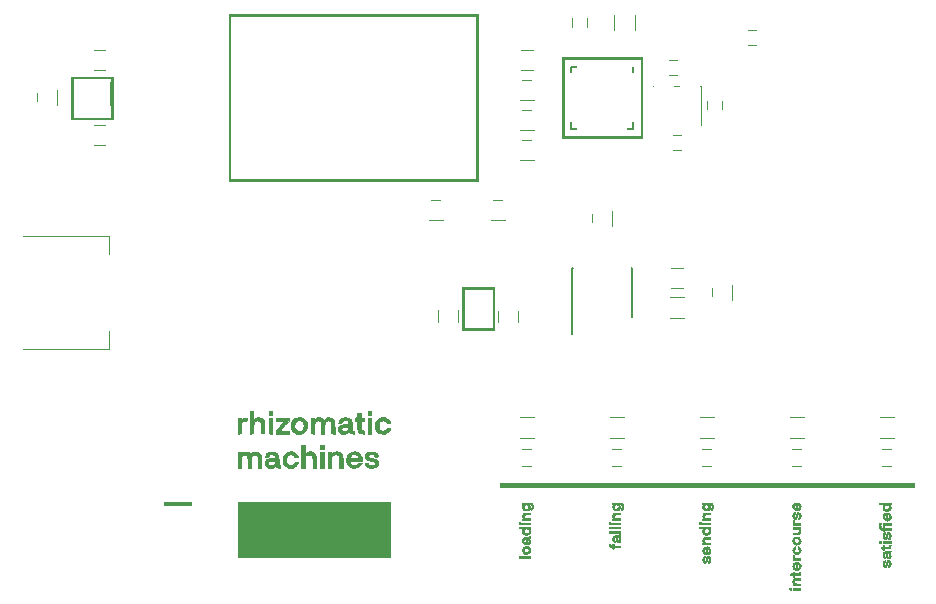
<source format=gbr>
G04 #@! TF.FileFunction,Legend,Top*
%FSLAX46Y46*%
G04 Gerber Fmt 4.6, Leading zero omitted, Abs format (unit mm)*
G04 Created by KiCad (PCBNEW 4.0.7) date 04/10/18 01:40:05*
%MOMM*%
%LPD*%
G01*
G04 APERTURE LIST*
%ADD10C,0.100000*%
%ADD11C,0.120000*%
%ADD12C,0.150000*%
%ADD13C,0.010000*%
%ADD14R,1.900000X1.650000*%
%ADD15R,2.400000X2.100000*%
%ADD16R,1.650000X1.900000*%
%ADD17R,1.150000X1.600000*%
%ADD18R,1.600000X1.150000*%
%ADD19R,1.900000X1.700000*%
%ADD20O,1.800000X1.200000*%
%ADD21R,1.100000X0.700000*%
%ADD22O,1.050000X1.350000*%
%ADD23C,1.050000*%
%ADD24C,2.900000*%
%ADD25R,1.600000X3.100000*%
%ADD26R,1.700000X1.900000*%
%ADD27R,0.650000X1.100000*%
%ADD28R,1.600000X1.040000*%
%ADD29R,1.000000X1.950000*%
%ADD30R,1.100000X0.650000*%
%ADD31R,2.125000X2.125000*%
%ADD32R,1.800000X1.600000*%
%ADD33R,0.800000X1.100000*%
%ADD34C,1.900000*%
G04 APERTURE END LIST*
D10*
D11*
X119515000Y-89115000D02*
X120515000Y-89115000D01*
X120515000Y-87415000D02*
X119515000Y-87415000D01*
X150373701Y-104103393D02*
X150373701Y-103103393D01*
X148673701Y-103103393D02*
X148673701Y-104103393D01*
X119515000Y-82765000D02*
X120515000Y-82765000D01*
X120515000Y-81065000D02*
X119515000Y-81065000D01*
X155453701Y-104123393D02*
X155453701Y-103123393D01*
X153753701Y-103123393D02*
X153753701Y-104123393D01*
X172685000Y-85375000D02*
X172685000Y-86075000D01*
X171485000Y-86075000D02*
X171485000Y-85375000D01*
X168560000Y-88300000D02*
X169260000Y-88300000D01*
X169260000Y-89500000D02*
X168560000Y-89500000D01*
X169410000Y-99480000D02*
X168410000Y-99480000D01*
X168410000Y-101180000D02*
X169410000Y-101180000D01*
X168940000Y-83150000D02*
X168240000Y-83150000D01*
X168240000Y-81950000D02*
X168940000Y-81950000D01*
X175610000Y-80610000D02*
X174910000Y-80610000D01*
X174910000Y-79410000D02*
X175610000Y-79410000D01*
X155710000Y-82765000D02*
X156710000Y-82765000D01*
X156710000Y-81065000D02*
X155710000Y-81065000D01*
X160055000Y-79090000D02*
X160055000Y-78390000D01*
X161255000Y-78390000D02*
X161255000Y-79090000D01*
X157210000Y-116320000D02*
X154010000Y-116320000D01*
X154010000Y-114820000D02*
X157210000Y-114820000D01*
X154010000Y-114820000D02*
X154010000Y-116320000D01*
X164830000Y-116320000D02*
X161630000Y-116320000D01*
X161630000Y-114820000D02*
X164830000Y-114820000D01*
X161630000Y-114820000D02*
X161630000Y-116320000D01*
X172450000Y-116320000D02*
X169250000Y-116320000D01*
X169250000Y-114820000D02*
X172450000Y-114820000D01*
X169250000Y-114820000D02*
X169250000Y-116320000D01*
X180070000Y-116320000D02*
X176870000Y-116320000D01*
X176870000Y-114820000D02*
X180070000Y-114820000D01*
X176870000Y-114820000D02*
X176870000Y-116320000D01*
X187690000Y-116320000D02*
X184490000Y-116320000D01*
X184490000Y-114820000D02*
X187690000Y-114820000D01*
X184490000Y-114820000D02*
X184490000Y-116320000D01*
X120795000Y-104850000D02*
X120795000Y-106350000D01*
X120795000Y-106350000D02*
X113535000Y-106350000D01*
X120795000Y-96850000D02*
X113535000Y-96850000D01*
X120795000Y-96850000D02*
X120795000Y-98350000D01*
X116450000Y-84490000D02*
X116450000Y-85690000D01*
X114690000Y-85690000D02*
X114690000Y-84490000D01*
X147910000Y-93735000D02*
X149110000Y-93735000D01*
X149110000Y-95495000D02*
X147910000Y-95495000D01*
X154350000Y-95495000D02*
X153150000Y-95495000D01*
X153150000Y-93735000D02*
X154350000Y-93735000D01*
X168310000Y-101990000D02*
X169510000Y-101990000D01*
X169510000Y-103750000D02*
X168310000Y-103750000D01*
X173600000Y-101000000D02*
X173600000Y-102200000D01*
X171840000Y-102200000D02*
X171840000Y-101000000D01*
X163585000Y-79340000D02*
X163585000Y-78140000D01*
X165345000Y-78140000D02*
X165345000Y-79340000D01*
X163440000Y-94730000D02*
X163440000Y-95930000D01*
X161680000Y-95930000D02*
X161680000Y-94730000D01*
X156810000Y-113910000D02*
X155610000Y-113910000D01*
X155610000Y-112150000D02*
X156810000Y-112150000D01*
X164430000Y-113910000D02*
X163230000Y-113910000D01*
X163230000Y-112150000D02*
X164430000Y-112150000D01*
X172050000Y-113910000D02*
X170850000Y-113910000D01*
X170850000Y-112150000D02*
X172050000Y-112150000D01*
X179670000Y-113910000D02*
X178470000Y-113910000D01*
X178470000Y-112150000D02*
X179670000Y-112150000D01*
X187290000Y-113910000D02*
X186090000Y-113910000D01*
X186090000Y-112150000D02*
X187290000Y-112150000D01*
X155610000Y-86115000D02*
X156810000Y-86115000D01*
X156810000Y-87875000D02*
X155610000Y-87875000D01*
X155610000Y-88655000D02*
X156810000Y-88655000D01*
X156810000Y-90415000D02*
X155610000Y-90415000D01*
X155610000Y-83575000D02*
X156810000Y-83575000D01*
X156810000Y-85335000D02*
X155610000Y-85335000D01*
D12*
X117755000Y-84542881D02*
X117755000Y-85692881D01*
X121005000Y-83767881D02*
X121005000Y-85692881D01*
X159985000Y-103675000D02*
X160035000Y-103675000D01*
X159985000Y-99525000D02*
X160130000Y-99525000D01*
X165135000Y-99525000D02*
X164990000Y-99525000D01*
X165135000Y-103675000D02*
X164990000Y-103675000D01*
X159985000Y-103675000D02*
X159985000Y-99525000D01*
X165135000Y-103675000D02*
X165135000Y-99525000D01*
X160035000Y-103675000D02*
X160035000Y-105075000D01*
X165185000Y-87715000D02*
X164660000Y-87715000D01*
X159935000Y-82465000D02*
X160460000Y-82465000D01*
X159935000Y-87715000D02*
X160460000Y-87715000D01*
X165185000Y-82465000D02*
X165185000Y-82990000D01*
X159935000Y-82465000D02*
X159935000Y-82990000D01*
X159935000Y-87715000D02*
X159935000Y-87190000D01*
X165185000Y-87715000D02*
X165185000Y-87190000D01*
D11*
X170910000Y-87375000D02*
X170910000Y-84075000D01*
X170910000Y-84075000D02*
X166910000Y-84075000D01*
D13*
G36*
X178537569Y-126601109D02*
X178557932Y-126619596D01*
X178561990Y-126666277D01*
X178562000Y-126671916D01*
X178558723Y-126721569D01*
X178540236Y-126741932D01*
X178493555Y-126745990D01*
X178487916Y-126746000D01*
X178438263Y-126742723D01*
X178417900Y-126724236D01*
X178413842Y-126677555D01*
X178413833Y-126671916D01*
X178417109Y-126622263D01*
X178435596Y-126601900D01*
X178482277Y-126597842D01*
X178487916Y-126597833D01*
X178537569Y-126601109D01*
X178537569Y-126601109D01*
G37*
X178537569Y-126601109D02*
X178557932Y-126619596D01*
X178561990Y-126666277D01*
X178562000Y-126671916D01*
X178558723Y-126721569D01*
X178540236Y-126741932D01*
X178493555Y-126745990D01*
X178487916Y-126746000D01*
X178438263Y-126742723D01*
X178417900Y-126724236D01*
X178413842Y-126677555D01*
X178413833Y-126671916D01*
X178417109Y-126622263D01*
X178435596Y-126601900D01*
X178482277Y-126597842D01*
X178487916Y-126597833D01*
X178537569Y-126601109D01*
G36*
X179345166Y-126746000D02*
X178689000Y-126746000D01*
X178689000Y-126597833D01*
X179345166Y-126597833D01*
X179345166Y-126746000D01*
X179345166Y-126746000D01*
G37*
X179345166Y-126746000D02*
X178689000Y-126746000D01*
X178689000Y-126597833D01*
X179345166Y-126597833D01*
X179345166Y-126746000D01*
G36*
X179345166Y-125899333D02*
X179157825Y-125899333D01*
X179017276Y-125904770D01*
X178914760Y-125921572D01*
X178847333Y-125950474D01*
X178815553Y-125984834D01*
X178795570Y-126063356D01*
X178814086Y-126141105D01*
X178846787Y-126186045D01*
X178872969Y-126209348D01*
X178901773Y-126224410D01*
X178942647Y-126233014D01*
X179005038Y-126236943D01*
X179098392Y-126237982D01*
X179121954Y-126238000D01*
X179345166Y-126238000D01*
X179345166Y-126386166D01*
X178689000Y-126386166D01*
X178689000Y-126322666D01*
X178698466Y-126272253D01*
X178720750Y-126259166D01*
X178742769Y-126258287D01*
X178749333Y-126249145D01*
X178739358Y-126221982D01*
X178711761Y-126167042D01*
X178710166Y-126163916D01*
X178680464Y-126098641D01*
X178670057Y-126046197D01*
X178677231Y-125986740D01*
X178690416Y-125935273D01*
X178714559Y-125873720D01*
X178751738Y-125829286D01*
X178808189Y-125799469D01*
X178890144Y-125781771D01*
X179003836Y-125773691D01*
X179096458Y-125772412D01*
X179345166Y-125772333D01*
X179345166Y-125899333D01*
X179345166Y-125899333D01*
G37*
X179345166Y-125899333D02*
X179157825Y-125899333D01*
X179017276Y-125904770D01*
X178914760Y-125921572D01*
X178847333Y-125950474D01*
X178815553Y-125984834D01*
X178795570Y-126063356D01*
X178814086Y-126141105D01*
X178846787Y-126186045D01*
X178872969Y-126209348D01*
X178901773Y-126224410D01*
X178942647Y-126233014D01*
X179005038Y-126236943D01*
X179098392Y-126237982D01*
X179121954Y-126238000D01*
X179345166Y-126238000D01*
X179345166Y-126386166D01*
X178689000Y-126386166D01*
X178689000Y-126322666D01*
X178698466Y-126272253D01*
X178720750Y-126259166D01*
X178742769Y-126258287D01*
X178749333Y-126249145D01*
X178739358Y-126221982D01*
X178711761Y-126167042D01*
X178710166Y-126163916D01*
X178680464Y-126098641D01*
X178670057Y-126046197D01*
X178677231Y-125986740D01*
X178690416Y-125935273D01*
X178714559Y-125873720D01*
X178751738Y-125829286D01*
X178808189Y-125799469D01*
X178890144Y-125781771D01*
X179003836Y-125773691D01*
X179096458Y-125772412D01*
X179345166Y-125772333D01*
X179345166Y-125899333D01*
G36*
X179319257Y-125224312D02*
X179338002Y-125238528D01*
X179344453Y-125275570D01*
X179345166Y-125327833D01*
X179340971Y-125402601D01*
X179324266Y-125455042D01*
X179288872Y-125488993D01*
X179228608Y-125508288D01*
X179137294Y-125516764D01*
X179038250Y-125518333D01*
X178816000Y-125518333D01*
X178816000Y-125581833D01*
X178810710Y-125626845D01*
X178786075Y-125643428D01*
X178753905Y-125645333D01*
X178708076Y-125638495D01*
X178688873Y-125609736D01*
X178685114Y-125587125D01*
X178676182Y-125550059D01*
X178652343Y-125531585D01*
X178601072Y-125523416D01*
X178587212Y-125522347D01*
X178530537Y-125516345D01*
X178505281Y-125502954D01*
X178500583Y-125472671D01*
X178502545Y-125448263D01*
X178510247Y-125405476D01*
X178530788Y-125384644D01*
X178576884Y-125376014D01*
X178599041Y-125374241D01*
X178655446Y-125367994D01*
X178681380Y-125353240D01*
X178688660Y-125319550D01*
X178689000Y-125294866D01*
X178692693Y-125245628D01*
X178711279Y-125225648D01*
X178752500Y-125222000D01*
X178795163Y-125226129D01*
X178812661Y-125247077D01*
X178816000Y-125296083D01*
X178816000Y-125370166D01*
X179218166Y-125370166D01*
X179218166Y-125296083D01*
X179221706Y-125246309D01*
X179239661Y-125225894D01*
X179281666Y-125222000D01*
X179319257Y-125224312D01*
X179319257Y-125224312D01*
G37*
X179319257Y-125224312D02*
X179338002Y-125238528D01*
X179344453Y-125275570D01*
X179345166Y-125327833D01*
X179340971Y-125402601D01*
X179324266Y-125455042D01*
X179288872Y-125488993D01*
X179228608Y-125508288D01*
X179137294Y-125516764D01*
X179038250Y-125518333D01*
X178816000Y-125518333D01*
X178816000Y-125581833D01*
X178810710Y-125626845D01*
X178786075Y-125643428D01*
X178753905Y-125645333D01*
X178708076Y-125638495D01*
X178688873Y-125609736D01*
X178685114Y-125587125D01*
X178676182Y-125550059D01*
X178652343Y-125531585D01*
X178601072Y-125523416D01*
X178587212Y-125522347D01*
X178530537Y-125516345D01*
X178505281Y-125502954D01*
X178500583Y-125472671D01*
X178502545Y-125448263D01*
X178510247Y-125405476D01*
X178530788Y-125384644D01*
X178576884Y-125376014D01*
X178599041Y-125374241D01*
X178655446Y-125367994D01*
X178681380Y-125353240D01*
X178688660Y-125319550D01*
X178689000Y-125294866D01*
X178692693Y-125245628D01*
X178711279Y-125225648D01*
X178752500Y-125222000D01*
X178795163Y-125226129D01*
X178812661Y-125247077D01*
X178816000Y-125296083D01*
X178816000Y-125370166D01*
X179218166Y-125370166D01*
X179218166Y-125296083D01*
X179221706Y-125246309D01*
X179239661Y-125225894D01*
X179281666Y-125222000D01*
X179319257Y-125224312D01*
G36*
X179048833Y-124665433D02*
X179049812Y-124764793D01*
X179052476Y-124847999D01*
X179056419Y-124906317D01*
X179061216Y-124930993D01*
X179090957Y-124934974D01*
X179137784Y-124920266D01*
X179185324Y-124894116D01*
X179217204Y-124863771D01*
X179218613Y-124861331D01*
X179240024Y-124785343D01*
X179234740Y-124702260D01*
X179205072Y-124630251D01*
X179186416Y-124608166D01*
X179153376Y-124563103D01*
X179135382Y-124511588D01*
X179134266Y-124466535D01*
X179151859Y-124440856D01*
X179162395Y-124438833D01*
X179213432Y-124457305D01*
X179267653Y-124505982D01*
X179315322Y-124574754D01*
X179335729Y-124618805D01*
X179362837Y-124738992D01*
X179352330Y-124848340D01*
X179308507Y-124941968D01*
X179235664Y-125014992D01*
X179138101Y-125062529D01*
X179020114Y-125079696D01*
X178936337Y-125072569D01*
X178827880Y-125035778D01*
X178747745Y-124968330D01*
X178697751Y-124872579D01*
X178679718Y-124750879D01*
X178679707Y-124740512D01*
X178680545Y-124735581D01*
X178797562Y-124735581D01*
X178799095Y-124805198D01*
X178820975Y-124866674D01*
X178863050Y-124910114D01*
X178921833Y-124925666D01*
X178942351Y-124922341D01*
X178954914Y-124906869D01*
X178961448Y-124871003D01*
X178963877Y-124806496D01*
X178964166Y-124744323D01*
X178963697Y-124656958D01*
X178960832Y-124604233D01*
X178953384Y-124578458D01*
X178939165Y-124571941D01*
X178916541Y-124576829D01*
X178856135Y-124611502D01*
X178816526Y-124667718D01*
X178797562Y-124735581D01*
X178680545Y-124735581D01*
X178699314Y-124625160D01*
X178753697Y-124531876D01*
X178839399Y-124464554D01*
X178952960Y-124427086D01*
X178958875Y-124426133D01*
X179048833Y-124412256D01*
X179048833Y-124665433D01*
X179048833Y-124665433D01*
G37*
X179048833Y-124665433D02*
X179049812Y-124764793D01*
X179052476Y-124847999D01*
X179056419Y-124906317D01*
X179061216Y-124930993D01*
X179090957Y-124934974D01*
X179137784Y-124920266D01*
X179185324Y-124894116D01*
X179217204Y-124863771D01*
X179218613Y-124861331D01*
X179240024Y-124785343D01*
X179234740Y-124702260D01*
X179205072Y-124630251D01*
X179186416Y-124608166D01*
X179153376Y-124563103D01*
X179135382Y-124511588D01*
X179134266Y-124466535D01*
X179151859Y-124440856D01*
X179162395Y-124438833D01*
X179213432Y-124457305D01*
X179267653Y-124505982D01*
X179315322Y-124574754D01*
X179335729Y-124618805D01*
X179362837Y-124738992D01*
X179352330Y-124848340D01*
X179308507Y-124941968D01*
X179235664Y-125014992D01*
X179138101Y-125062529D01*
X179020114Y-125079696D01*
X178936337Y-125072569D01*
X178827880Y-125035778D01*
X178747745Y-124968330D01*
X178697751Y-124872579D01*
X178679718Y-124750879D01*
X178679707Y-124740512D01*
X178680545Y-124735581D01*
X178797562Y-124735581D01*
X178799095Y-124805198D01*
X178820975Y-124866674D01*
X178863050Y-124910114D01*
X178921833Y-124925666D01*
X178942351Y-124922341D01*
X178954914Y-124906869D01*
X178961448Y-124871003D01*
X178963877Y-124806496D01*
X178964166Y-124744323D01*
X178963697Y-124656958D01*
X178960832Y-124604233D01*
X178953384Y-124578458D01*
X178939165Y-124571941D01*
X178916541Y-124576829D01*
X178856135Y-124611502D01*
X178816526Y-124667718D01*
X178797562Y-124735581D01*
X178680545Y-124735581D01*
X178699314Y-124625160D01*
X178753697Y-124531876D01*
X178839399Y-124464554D01*
X178952960Y-124427086D01*
X178958875Y-124426133D01*
X179048833Y-124412256D01*
X179048833Y-124665433D01*
G36*
X186858259Y-124269055D02*
X186920170Y-124315766D01*
X186961836Y-124389420D01*
X186983457Y-124479888D01*
X186985231Y-124577043D01*
X186967360Y-124670760D01*
X186930044Y-124750911D01*
X186873482Y-124807368D01*
X186847362Y-124820360D01*
X186799720Y-124836828D01*
X186779385Y-124831133D01*
X186774736Y-124794959D01*
X186774666Y-124768343D01*
X186782392Y-124712384D01*
X186809305Y-124685113D01*
X186816950Y-124682265D01*
X186853186Y-124650933D01*
X186874550Y-124594119D01*
X186880200Y-124526283D01*
X186869293Y-124461885D01*
X186840984Y-124415385D01*
X186832875Y-124409326D01*
X186785740Y-124396808D01*
X186746548Y-124424057D01*
X186714614Y-124491853D01*
X186695683Y-124566466D01*
X186666561Y-124678862D01*
X186630850Y-124754296D01*
X186585502Y-124797990D01*
X186553057Y-124810980D01*
X186470300Y-124813064D01*
X186400348Y-124778475D01*
X186347495Y-124712011D01*
X186316032Y-124618467D01*
X186309032Y-124538323D01*
X186321949Y-124432487D01*
X186357946Y-124348163D01*
X186412783Y-124291738D01*
X186482220Y-124269600D01*
X186487525Y-124269500D01*
X186515075Y-124285065D01*
X186521222Y-124323070D01*
X186507663Y-124370481D01*
X186476095Y-124414260D01*
X186467750Y-124421448D01*
X186428853Y-124470804D01*
X186412909Y-124531145D01*
X186417823Y-124591392D01*
X186441500Y-124640471D01*
X186481846Y-124667303D01*
X186514358Y-124667901D01*
X186532288Y-124659880D01*
X186547979Y-124639046D01*
X186563756Y-124598895D01*
X186581942Y-124532922D01*
X186604860Y-124434622D01*
X186616461Y-124382105D01*
X186650874Y-124312874D01*
X186711887Y-124268507D01*
X186788689Y-124254058D01*
X186858259Y-124269055D01*
X186858259Y-124269055D01*
G37*
X186858259Y-124269055D02*
X186920170Y-124315766D01*
X186961836Y-124389420D01*
X186983457Y-124479888D01*
X186985231Y-124577043D01*
X186967360Y-124670760D01*
X186930044Y-124750911D01*
X186873482Y-124807368D01*
X186847362Y-124820360D01*
X186799720Y-124836828D01*
X186779385Y-124831133D01*
X186774736Y-124794959D01*
X186774666Y-124768343D01*
X186782392Y-124712384D01*
X186809305Y-124685113D01*
X186816950Y-124682265D01*
X186853186Y-124650933D01*
X186874550Y-124594119D01*
X186880200Y-124526283D01*
X186869293Y-124461885D01*
X186840984Y-124415385D01*
X186832875Y-124409326D01*
X186785740Y-124396808D01*
X186746548Y-124424057D01*
X186714614Y-124491853D01*
X186695683Y-124566466D01*
X186666561Y-124678862D01*
X186630850Y-124754296D01*
X186585502Y-124797990D01*
X186553057Y-124810980D01*
X186470300Y-124813064D01*
X186400348Y-124778475D01*
X186347495Y-124712011D01*
X186316032Y-124618467D01*
X186309032Y-124538323D01*
X186321949Y-124432487D01*
X186357946Y-124348163D01*
X186412783Y-124291738D01*
X186482220Y-124269600D01*
X186487525Y-124269500D01*
X186515075Y-124285065D01*
X186521222Y-124323070D01*
X186507663Y-124370481D01*
X186476095Y-124414260D01*
X186467750Y-124421448D01*
X186428853Y-124470804D01*
X186412909Y-124531145D01*
X186417823Y-124591392D01*
X186441500Y-124640471D01*
X186481846Y-124667303D01*
X186514358Y-124667901D01*
X186532288Y-124659880D01*
X186547979Y-124639046D01*
X186563756Y-124598895D01*
X186581942Y-124532922D01*
X186604860Y-124434622D01*
X186616461Y-124382105D01*
X186650874Y-124312874D01*
X186711887Y-124268507D01*
X186788689Y-124254058D01*
X186858259Y-124269055D01*
G36*
X171576748Y-123922452D02*
X171638301Y-123953872D01*
X171683721Y-123993521D01*
X171693291Y-124009425D01*
X171726812Y-124128029D01*
X171731081Y-124241875D01*
X171708153Y-124343481D01*
X171660082Y-124425370D01*
X171588921Y-124480060D01*
X171561125Y-124490743D01*
X171528768Y-124495822D01*
X171515722Y-124477234D01*
X171513500Y-124434695D01*
X171522738Y-124377512D01*
X171555115Y-124345894D01*
X171560577Y-124343310D01*
X171605143Y-124304312D01*
X171627791Y-124245289D01*
X171629446Y-124178859D01*
X171611029Y-124117638D01*
X171573466Y-124074245D01*
X171539964Y-124061679D01*
X171507269Y-124064725D01*
X171481641Y-124088616D01*
X171459848Y-124139517D01*
X171438654Y-124223590D01*
X171428358Y-124274366D01*
X171395120Y-124378822D01*
X171344033Y-124446861D01*
X171276929Y-124477203D01*
X171195642Y-124468572D01*
X171166266Y-124457067D01*
X171107427Y-124410709D01*
X171069289Y-124340949D01*
X171050832Y-124256717D01*
X171051035Y-124166946D01*
X171068880Y-124080567D01*
X171103345Y-124006511D01*
X171153411Y-123953710D01*
X171218057Y-123931095D01*
X171226358Y-123930833D01*
X171254213Y-123946620D01*
X171261659Y-123984941D01*
X171250406Y-124032233D01*
X171222165Y-124074936D01*
X171206583Y-124087636D01*
X171168414Y-124124758D01*
X171154394Y-124178561D01*
X171153666Y-124202254D01*
X171165500Y-124280310D01*
X171201095Y-124323443D01*
X171243020Y-124333000D01*
X171273451Y-124322490D01*
X171298655Y-124287124D01*
X171321333Y-124221147D01*
X171344187Y-124118803D01*
X171344641Y-124116466D01*
X171376792Y-124016713D01*
X171426671Y-123947193D01*
X171490325Y-123912642D01*
X171517405Y-123909666D01*
X171576748Y-123922452D01*
X171576748Y-123922452D01*
G37*
X171576748Y-123922452D02*
X171638301Y-123953872D01*
X171683721Y-123993521D01*
X171693291Y-124009425D01*
X171726812Y-124128029D01*
X171731081Y-124241875D01*
X171708153Y-124343481D01*
X171660082Y-124425370D01*
X171588921Y-124480060D01*
X171561125Y-124490743D01*
X171528768Y-124495822D01*
X171515722Y-124477234D01*
X171513500Y-124434695D01*
X171522738Y-124377512D01*
X171555115Y-124345894D01*
X171560577Y-124343310D01*
X171605143Y-124304312D01*
X171627791Y-124245289D01*
X171629446Y-124178859D01*
X171611029Y-124117638D01*
X171573466Y-124074245D01*
X171539964Y-124061679D01*
X171507269Y-124064725D01*
X171481641Y-124088616D01*
X171459848Y-124139517D01*
X171438654Y-124223590D01*
X171428358Y-124274366D01*
X171395120Y-124378822D01*
X171344033Y-124446861D01*
X171276929Y-124477203D01*
X171195642Y-124468572D01*
X171166266Y-124457067D01*
X171107427Y-124410709D01*
X171069289Y-124340949D01*
X171050832Y-124256717D01*
X171051035Y-124166946D01*
X171068880Y-124080567D01*
X171103345Y-124006511D01*
X171153411Y-123953710D01*
X171218057Y-123931095D01*
X171226358Y-123930833D01*
X171254213Y-123946620D01*
X171261659Y-123984941D01*
X171250406Y-124032233D01*
X171222165Y-124074936D01*
X171206583Y-124087636D01*
X171168414Y-124124758D01*
X171154394Y-124178561D01*
X171153666Y-124202254D01*
X171165500Y-124280310D01*
X171201095Y-124323443D01*
X171243020Y-124333000D01*
X171273451Y-124322490D01*
X171298655Y-124287124D01*
X171321333Y-124221147D01*
X171344187Y-124118803D01*
X171344641Y-124116466D01*
X171376792Y-124016713D01*
X171426671Y-123947193D01*
X171490325Y-123912642D01*
X171517405Y-123909666D01*
X171576748Y-123922452D01*
G36*
X178793786Y-123849727D02*
X178811726Y-123868640D01*
X178815952Y-123915251D01*
X178816000Y-123927552D01*
X178821848Y-123990680D01*
X178843339Y-124035654D01*
X178886386Y-124065713D01*
X178956908Y-124084097D01*
X179060819Y-124094045D01*
X179125082Y-124096801D01*
X179345166Y-124104020D01*
X179345166Y-124227166D01*
X178689000Y-124227166D01*
X178689000Y-124163666D01*
X178698466Y-124113253D01*
X178720750Y-124100166D01*
X178748281Y-124091333D01*
X178743248Y-124062216D01*
X178720076Y-124027329D01*
X178697935Y-123977042D01*
X178689000Y-123916204D01*
X178693087Y-123868227D01*
X178713272Y-123849264D01*
X178752500Y-123846166D01*
X178793786Y-123849727D01*
X178793786Y-123849727D01*
G37*
X178793786Y-123849727D02*
X178811726Y-123868640D01*
X178815952Y-123915251D01*
X178816000Y-123927552D01*
X178821848Y-123990680D01*
X178843339Y-124035654D01*
X178886386Y-124065713D01*
X178956908Y-124084097D01*
X179060819Y-124094045D01*
X179125082Y-124096801D01*
X179345166Y-124104020D01*
X179345166Y-124227166D01*
X178689000Y-124227166D01*
X178689000Y-124163666D01*
X178698466Y-124113253D01*
X178720750Y-124100166D01*
X178748281Y-124091333D01*
X178743248Y-124062216D01*
X178720076Y-124027329D01*
X178697935Y-123977042D01*
X178689000Y-123916204D01*
X178693087Y-123868227D01*
X178713272Y-123849264D01*
X178752500Y-123846166D01*
X178793786Y-123849727D01*
G36*
X186971999Y-123451320D02*
X186985234Y-123481660D01*
X186986333Y-123507500D01*
X186973118Y-123567742D01*
X186946267Y-123611065D01*
X186919849Y-123643509D01*
X186924419Y-123667801D01*
X186938038Y-123682967D01*
X186961455Y-123727366D01*
X186977935Y-123797376D01*
X186985126Y-123876524D01*
X186980681Y-123948338D01*
X186977822Y-123961862D01*
X186940359Y-124033884D01*
X186877265Y-124082159D01*
X186800282Y-124102822D01*
X186721153Y-124092009D01*
X186670133Y-124063125D01*
X186628764Y-124005826D01*
X186599950Y-123914999D01*
X186585776Y-123798129D01*
X186585257Y-123778433D01*
X186690000Y-123778433D01*
X186696023Y-123868198D01*
X186716221Y-123922897D01*
X186753787Y-123948347D01*
X186785250Y-123952000D01*
X186833823Y-123940537D01*
X186855100Y-123926600D01*
X186872748Y-123888945D01*
X186880485Y-123832826D01*
X186880500Y-123830387D01*
X186864591Y-123762834D01*
X186824170Y-123702986D01*
X186770190Y-123663845D01*
X186733295Y-123655666D01*
X186708823Y-123660207D01*
X186695783Y-123680410D01*
X186690694Y-123726142D01*
X186690000Y-123778433D01*
X186585257Y-123778433D01*
X186584671Y-123756208D01*
X186581857Y-123694651D01*
X186571224Y-123664722D01*
X186548266Y-123655846D01*
X186541833Y-123655666D01*
X186480898Y-123673392D01*
X186439152Y-123719166D01*
X186419679Y-123781888D01*
X186425567Y-123850454D01*
X186459901Y-123913763D01*
X186467750Y-123922174D01*
X186509716Y-123979442D01*
X186521790Y-124029218D01*
X186508748Y-124063977D01*
X186475367Y-124076193D01*
X186426423Y-124058342D01*
X186396361Y-124034634D01*
X186342358Y-123964702D01*
X186314698Y-123875458D01*
X186309000Y-123790820D01*
X186320440Y-123685898D01*
X186356957Y-123607610D01*
X186421848Y-123553507D01*
X186518407Y-123521136D01*
X186649932Y-123508047D01*
X186689984Y-123507500D01*
X186780437Y-123505617D01*
X186836320Y-123499088D01*
X186865265Y-123486585D01*
X186872845Y-123475750D01*
X186901174Y-123451078D01*
X186935681Y-123444000D01*
X186971999Y-123451320D01*
X186971999Y-123451320D01*
G37*
X186971999Y-123451320D02*
X186985234Y-123481660D01*
X186986333Y-123507500D01*
X186973118Y-123567742D01*
X186946267Y-123611065D01*
X186919849Y-123643509D01*
X186924419Y-123667801D01*
X186938038Y-123682967D01*
X186961455Y-123727366D01*
X186977935Y-123797376D01*
X186985126Y-123876524D01*
X186980681Y-123948338D01*
X186977822Y-123961862D01*
X186940359Y-124033884D01*
X186877265Y-124082159D01*
X186800282Y-124102822D01*
X186721153Y-124092009D01*
X186670133Y-124063125D01*
X186628764Y-124005826D01*
X186599950Y-123914999D01*
X186585776Y-123798129D01*
X186585257Y-123778433D01*
X186690000Y-123778433D01*
X186696023Y-123868198D01*
X186716221Y-123922897D01*
X186753787Y-123948347D01*
X186785250Y-123952000D01*
X186833823Y-123940537D01*
X186855100Y-123926600D01*
X186872748Y-123888945D01*
X186880485Y-123832826D01*
X186880500Y-123830387D01*
X186864591Y-123762834D01*
X186824170Y-123702986D01*
X186770190Y-123663845D01*
X186733295Y-123655666D01*
X186708823Y-123660207D01*
X186695783Y-123680410D01*
X186690694Y-123726142D01*
X186690000Y-123778433D01*
X186585257Y-123778433D01*
X186584671Y-123756208D01*
X186581857Y-123694651D01*
X186571224Y-123664722D01*
X186548266Y-123655846D01*
X186541833Y-123655666D01*
X186480898Y-123673392D01*
X186439152Y-123719166D01*
X186419679Y-123781888D01*
X186425567Y-123850454D01*
X186459901Y-123913763D01*
X186467750Y-123922174D01*
X186509716Y-123979442D01*
X186521790Y-124029218D01*
X186508748Y-124063977D01*
X186475367Y-124076193D01*
X186426423Y-124058342D01*
X186396361Y-124034634D01*
X186342358Y-123964702D01*
X186314698Y-123875458D01*
X186309000Y-123790820D01*
X186320440Y-123685898D01*
X186356957Y-123607610D01*
X186421848Y-123553507D01*
X186518407Y-123521136D01*
X186649932Y-123508047D01*
X186689984Y-123507500D01*
X186780437Y-123505617D01*
X186836320Y-123499088D01*
X186865265Y-123486585D01*
X186872845Y-123475750D01*
X186901174Y-123451078D01*
X186935681Y-123444000D01*
X186971999Y-123451320D01*
G36*
X156464000Y-124079000D02*
X155487651Y-124079000D01*
X155494283Y-124010208D01*
X155500916Y-123941416D01*
X156464000Y-123930038D01*
X156464000Y-124079000D01*
X156464000Y-124079000D01*
G37*
X156464000Y-124079000D02*
X155487651Y-124079000D01*
X155494283Y-124010208D01*
X155500916Y-123941416D01*
X156464000Y-123930038D01*
X156464000Y-124079000D01*
G36*
X144631833Y-123973166D02*
X131699000Y-123973166D01*
X131699000Y-119316500D01*
X144631833Y-119316500D01*
X144631833Y-123973166D01*
X144631833Y-123973166D01*
G37*
X144631833Y-123973166D02*
X131699000Y-123973166D01*
X131699000Y-119316500D01*
X144631833Y-119316500D01*
X144631833Y-123973166D01*
G36*
X171428833Y-123356640D02*
X171430407Y-123461428D01*
X171434774Y-123543624D01*
X171441404Y-123596464D01*
X171449004Y-123613333D01*
X171506637Y-123597004D01*
X171563389Y-123557354D01*
X171595832Y-123514753D01*
X171618632Y-123423456D01*
X171601810Y-123341074D01*
X171564968Y-123289574D01*
X171524159Y-123232030D01*
X171517343Y-123170793D01*
X171524888Y-123127413D01*
X171542258Y-123118343D01*
X171574959Y-123132314D01*
X171648707Y-123191943D01*
X171702198Y-123278855D01*
X171730682Y-123380940D01*
X171729411Y-123486092D01*
X171723785Y-123511829D01*
X171676271Y-123616632D01*
X171600948Y-123694615D01*
X171504871Y-123742968D01*
X171395097Y-123758881D01*
X171278680Y-123739546D01*
X171216359Y-123713875D01*
X171129568Y-123650072D01*
X171073587Y-123567395D01*
X171047048Y-123473645D01*
X171047411Y-123450608D01*
X171156728Y-123450608D01*
X171192853Y-123525735D01*
X171215538Y-123551461D01*
X171259535Y-123590357D01*
X171293751Y-123611845D01*
X171300205Y-123613333D01*
X171312376Y-123592844D01*
X171320120Y-123533713D01*
X171322992Y-123439442D01*
X171323000Y-123433416D01*
X171320078Y-123334296D01*
X171309630Y-123274463D01*
X171289134Y-123251165D01*
X171256067Y-123261654D01*
X171207905Y-123303178D01*
X171205621Y-123305454D01*
X171160906Y-123375243D01*
X171156728Y-123450608D01*
X171047411Y-123450608D01*
X171048580Y-123376624D01*
X171076816Y-123284134D01*
X171130386Y-123203976D01*
X171207920Y-123143951D01*
X171308049Y-123111862D01*
X171322309Y-123110182D01*
X171428833Y-123099947D01*
X171428833Y-123356640D01*
X171428833Y-123356640D01*
G37*
X171428833Y-123356640D02*
X171430407Y-123461428D01*
X171434774Y-123543624D01*
X171441404Y-123596464D01*
X171449004Y-123613333D01*
X171506637Y-123597004D01*
X171563389Y-123557354D01*
X171595832Y-123514753D01*
X171618632Y-123423456D01*
X171601810Y-123341074D01*
X171564968Y-123289574D01*
X171524159Y-123232030D01*
X171517343Y-123170793D01*
X171524888Y-123127413D01*
X171542258Y-123118343D01*
X171574959Y-123132314D01*
X171648707Y-123191943D01*
X171702198Y-123278855D01*
X171730682Y-123380940D01*
X171729411Y-123486092D01*
X171723785Y-123511829D01*
X171676271Y-123616632D01*
X171600948Y-123694615D01*
X171504871Y-123742968D01*
X171395097Y-123758881D01*
X171278680Y-123739546D01*
X171216359Y-123713875D01*
X171129568Y-123650072D01*
X171073587Y-123567395D01*
X171047048Y-123473645D01*
X171047411Y-123450608D01*
X171156728Y-123450608D01*
X171192853Y-123525735D01*
X171215538Y-123551461D01*
X171259535Y-123590357D01*
X171293751Y-123611845D01*
X171300205Y-123613333D01*
X171312376Y-123592844D01*
X171320120Y-123533713D01*
X171322992Y-123439442D01*
X171323000Y-123433416D01*
X171320078Y-123334296D01*
X171309630Y-123274463D01*
X171289134Y-123251165D01*
X171256067Y-123261654D01*
X171207905Y-123303178D01*
X171205621Y-123305454D01*
X171160906Y-123375243D01*
X171156728Y-123450608D01*
X171047411Y-123450608D01*
X171048580Y-123376624D01*
X171076816Y-123284134D01*
X171130386Y-123203976D01*
X171207920Y-123143951D01*
X171308049Y-123111862D01*
X171322309Y-123110182D01*
X171428833Y-123099947D01*
X171428833Y-123356640D01*
G36*
X156259671Y-123082914D02*
X156316048Y-123110625D01*
X156401574Y-123181591D01*
X156451525Y-123258713D01*
X156472300Y-123353628D01*
X156473877Y-123397548D01*
X156457124Y-123523592D01*
X156408207Y-123622744D01*
X156329140Y-123692981D01*
X156221937Y-123732280D01*
X156132717Y-123740300D01*
X156052873Y-123732228D01*
X155976561Y-123712057D01*
X155956000Y-123703258D01*
X155889128Y-123649815D01*
X155833234Y-123568843D01*
X155796583Y-123475058D01*
X155787897Y-123410774D01*
X155912462Y-123410774D01*
X155928806Y-123490663D01*
X155951217Y-123528016D01*
X156014722Y-123575250D01*
X156100241Y-123596707D01*
X156195055Y-123590816D01*
X156265870Y-123566907D01*
X156323424Y-123518502D01*
X156352101Y-123449810D01*
X156350683Y-123372594D01*
X156317953Y-123298616D01*
X156296294Y-123273038D01*
X156221047Y-123224720D01*
X156131713Y-123207031D01*
X156042432Y-123220403D01*
X155969674Y-123263072D01*
X155926470Y-123329372D01*
X155912462Y-123410774D01*
X155787897Y-123410774D01*
X155786666Y-123401666D01*
X155802705Y-123308477D01*
X155845097Y-123215855D01*
X155905255Y-123139045D01*
X155955669Y-123101607D01*
X156052412Y-123069596D01*
X156159263Y-123063503D01*
X156259671Y-123082914D01*
X156259671Y-123082914D01*
G37*
X156259671Y-123082914D02*
X156316048Y-123110625D01*
X156401574Y-123181591D01*
X156451525Y-123258713D01*
X156472300Y-123353628D01*
X156473877Y-123397548D01*
X156457124Y-123523592D01*
X156408207Y-123622744D01*
X156329140Y-123692981D01*
X156221937Y-123732280D01*
X156132717Y-123740300D01*
X156052873Y-123732228D01*
X155976561Y-123712057D01*
X155956000Y-123703258D01*
X155889128Y-123649815D01*
X155833234Y-123568843D01*
X155796583Y-123475058D01*
X155787897Y-123410774D01*
X155912462Y-123410774D01*
X155928806Y-123490663D01*
X155951217Y-123528016D01*
X156014722Y-123575250D01*
X156100241Y-123596707D01*
X156195055Y-123590816D01*
X156265870Y-123566907D01*
X156323424Y-123518502D01*
X156352101Y-123449810D01*
X156350683Y-123372594D01*
X156317953Y-123298616D01*
X156296294Y-123273038D01*
X156221047Y-123224720D01*
X156131713Y-123207031D01*
X156042432Y-123220403D01*
X155969674Y-123263072D01*
X155926470Y-123329372D01*
X155912462Y-123410774D01*
X155787897Y-123410774D01*
X155786666Y-123401666D01*
X155802705Y-123308477D01*
X155845097Y-123215855D01*
X155905255Y-123139045D01*
X155955669Y-123101607D01*
X156052412Y-123069596D01*
X156159263Y-123063503D01*
X156259671Y-123082914D01*
G36*
X179169558Y-123100481D02*
X179220328Y-123132213D01*
X179301656Y-123209220D01*
X179349290Y-123303571D01*
X179363285Y-123407056D01*
X179343698Y-123511467D01*
X179290584Y-123608594D01*
X179216558Y-123681223D01*
X179152132Y-123710751D01*
X179064857Y-123727954D01*
X178972925Y-123730889D01*
X178894526Y-123717617D01*
X178890083Y-123716056D01*
X178795234Y-123661803D01*
X178727028Y-123583922D01*
X178686188Y-123490734D01*
X178673435Y-123390554D01*
X178689491Y-123291702D01*
X178735077Y-123202496D01*
X178810915Y-123131253D01*
X178837984Y-123115493D01*
X178889481Y-123090949D01*
X178913902Y-123090801D01*
X178921333Y-123119172D01*
X178921833Y-123149757D01*
X178904599Y-123217709D01*
X178858333Y-123274666D01*
X178806663Y-123345994D01*
X178796636Y-123422198D01*
X178828435Y-123499582D01*
X178845917Y-123522194D01*
X178882172Y-123557543D01*
X178922475Y-123575332D01*
X178982899Y-123581257D01*
X179013545Y-123581583D01*
X179090620Y-123577403D01*
X179142577Y-123561529D01*
X179184711Y-123530268D01*
X179231623Y-123461502D01*
X179239153Y-123385717D01*
X179207572Y-123310718D01*
X179175833Y-123274666D01*
X179125632Y-123209971D01*
X179112333Y-123149757D01*
X179116316Y-123103809D01*
X179133015Y-123087770D01*
X179169558Y-123100481D01*
X179169558Y-123100481D01*
G37*
X179169558Y-123100481D02*
X179220328Y-123132213D01*
X179301656Y-123209220D01*
X179349290Y-123303571D01*
X179363285Y-123407056D01*
X179343698Y-123511467D01*
X179290584Y-123608594D01*
X179216558Y-123681223D01*
X179152132Y-123710751D01*
X179064857Y-123727954D01*
X178972925Y-123730889D01*
X178894526Y-123717617D01*
X178890083Y-123716056D01*
X178795234Y-123661803D01*
X178727028Y-123583922D01*
X178686188Y-123490734D01*
X178673435Y-123390554D01*
X178689491Y-123291702D01*
X178735077Y-123202496D01*
X178810915Y-123131253D01*
X178837984Y-123115493D01*
X178889481Y-123090949D01*
X178913902Y-123090801D01*
X178921333Y-123119172D01*
X178921833Y-123149757D01*
X178904599Y-123217709D01*
X178858333Y-123274666D01*
X178806663Y-123345994D01*
X178796636Y-123422198D01*
X178828435Y-123499582D01*
X178845917Y-123522194D01*
X178882172Y-123557543D01*
X178922475Y-123575332D01*
X178982899Y-123581257D01*
X179013545Y-123581583D01*
X179090620Y-123577403D01*
X179142577Y-123561529D01*
X179184711Y-123530268D01*
X179231623Y-123461502D01*
X179239153Y-123385717D01*
X179207572Y-123310718D01*
X179175833Y-123274666D01*
X179125632Y-123209971D01*
X179112333Y-123149757D01*
X179116316Y-123103809D01*
X179133015Y-123087770D01*
X179169558Y-123100481D01*
G36*
X186981170Y-123066946D02*
X186969902Y-123140387D01*
X186948150Y-123191816D01*
X186909288Y-123225032D01*
X186846690Y-123243836D01*
X186753728Y-123252030D01*
X186655905Y-123253500D01*
X186436000Y-123253500D01*
X186436000Y-123317000D01*
X186430342Y-123362343D01*
X186406121Y-123378946D01*
X186382419Y-123380500D01*
X186338313Y-123369388D01*
X186318919Y-123348750D01*
X186303142Y-123298249D01*
X186299080Y-123285250D01*
X186270177Y-123260965D01*
X186214414Y-123253500D01*
X186164349Y-123250040D01*
X186143697Y-123232416D01*
X186139666Y-123190000D01*
X186143010Y-123149283D01*
X186161128Y-123131183D01*
X186206152Y-123126600D01*
X186224333Y-123126500D01*
X186278526Y-123124463D01*
X186302607Y-123110205D01*
X186308796Y-123071507D01*
X186309000Y-123041833D01*
X186311507Y-122987544D01*
X186325096Y-122963410D01*
X186358864Y-122957300D01*
X186372500Y-122957166D01*
X186413216Y-122960510D01*
X186431316Y-122978628D01*
X186435899Y-123023652D01*
X186436000Y-123041833D01*
X186436000Y-123126500D01*
X186593372Y-123126500D01*
X186707658Y-123123044D01*
X186785690Y-123111194D01*
X186833096Y-123088719D01*
X186855503Y-123053392D01*
X186859333Y-123021190D01*
X186864196Y-122976488D01*
X186887701Y-122959500D01*
X186925526Y-122957166D01*
X186991719Y-122957166D01*
X186981170Y-123066946D01*
X186981170Y-123066946D01*
G37*
X186981170Y-123066946D02*
X186969902Y-123140387D01*
X186948150Y-123191816D01*
X186909288Y-123225032D01*
X186846690Y-123243836D01*
X186753728Y-123252030D01*
X186655905Y-123253500D01*
X186436000Y-123253500D01*
X186436000Y-123317000D01*
X186430342Y-123362343D01*
X186406121Y-123378946D01*
X186382419Y-123380500D01*
X186338313Y-123369388D01*
X186318919Y-123348750D01*
X186303142Y-123298249D01*
X186299080Y-123285250D01*
X186270177Y-123260965D01*
X186214414Y-123253500D01*
X186164349Y-123250040D01*
X186143697Y-123232416D01*
X186139666Y-123190000D01*
X186143010Y-123149283D01*
X186161128Y-123131183D01*
X186206152Y-123126600D01*
X186224333Y-123126500D01*
X186278526Y-123124463D01*
X186302607Y-123110205D01*
X186308796Y-123071507D01*
X186309000Y-123041833D01*
X186311507Y-122987544D01*
X186325096Y-122963410D01*
X186358864Y-122957300D01*
X186372500Y-122957166D01*
X186413216Y-122960510D01*
X186431316Y-122978628D01*
X186435899Y-123023652D01*
X186436000Y-123041833D01*
X186436000Y-123126500D01*
X186593372Y-123126500D01*
X186707658Y-123123044D01*
X186785690Y-123111194D01*
X186833096Y-123088719D01*
X186855503Y-123053392D01*
X186859333Y-123021190D01*
X186864196Y-122976488D01*
X186887701Y-122959500D01*
X186925526Y-122957166D01*
X186991719Y-122957166D01*
X186981170Y-123066946D01*
G36*
X163532050Y-122854676D02*
X163550150Y-122872794D01*
X163554733Y-122917819D01*
X163554833Y-122936000D01*
X163554833Y-123020666D01*
X164105166Y-123020666D01*
X164105166Y-123147666D01*
X163554833Y-123147666D01*
X163554833Y-123211166D01*
X163549588Y-123256143D01*
X163524848Y-123272721D01*
X163491333Y-123274666D01*
X163446356Y-123269421D01*
X163429778Y-123244681D01*
X163427833Y-123211166D01*
X163425462Y-123173376D01*
X163411017Y-123154660D01*
X163373500Y-123148323D01*
X163323536Y-123147666D01*
X163232269Y-123133687D01*
X163171044Y-123090646D01*
X163138306Y-123016894D01*
X163131500Y-122943728D01*
X163133854Y-122886072D01*
X163145305Y-122859184D01*
X163172433Y-122851574D01*
X163184416Y-122851333D01*
X163224807Y-122860184D01*
X163237158Y-122894491D01*
X163237333Y-122902738D01*
X163255740Y-122966981D01*
X163305580Y-123008604D01*
X163365845Y-123020666D01*
X163405608Y-123017179D01*
X163423285Y-122998644D01*
X163427744Y-122952948D01*
X163427833Y-122936000D01*
X163430340Y-122881711D01*
X163443929Y-122857577D01*
X163477697Y-122851466D01*
X163491333Y-122851333D01*
X163532050Y-122854676D01*
X163532050Y-122854676D01*
G37*
X163532050Y-122854676D02*
X163550150Y-122872794D01*
X163554733Y-122917819D01*
X163554833Y-122936000D01*
X163554833Y-123020666D01*
X164105166Y-123020666D01*
X164105166Y-123147666D01*
X163554833Y-123147666D01*
X163554833Y-123211166D01*
X163549588Y-123256143D01*
X163524848Y-123272721D01*
X163491333Y-123274666D01*
X163446356Y-123269421D01*
X163429778Y-123244681D01*
X163427833Y-123211166D01*
X163425462Y-123173376D01*
X163411017Y-123154660D01*
X163373500Y-123148323D01*
X163323536Y-123147666D01*
X163232269Y-123133687D01*
X163171044Y-123090646D01*
X163138306Y-123016894D01*
X163131500Y-122943728D01*
X163133854Y-122886072D01*
X163145305Y-122859184D01*
X163172433Y-122851574D01*
X163184416Y-122851333D01*
X163224807Y-122860184D01*
X163237158Y-122894491D01*
X163237333Y-122902738D01*
X163255740Y-122966981D01*
X163305580Y-123008604D01*
X163365845Y-123020666D01*
X163405608Y-123017179D01*
X163423285Y-122998644D01*
X163427744Y-122952948D01*
X163427833Y-122936000D01*
X163430340Y-122881711D01*
X163443929Y-122857577D01*
X163477697Y-122851466D01*
X163491333Y-122851333D01*
X163532050Y-122854676D01*
G36*
X179161917Y-122281799D02*
X179197330Y-122297274D01*
X179265056Y-122352808D01*
X179321312Y-122435330D01*
X179357509Y-122529596D01*
X179366333Y-122597333D01*
X179350294Y-122690522D01*
X179307902Y-122783144D01*
X179247744Y-122859954D01*
X179197330Y-122897392D01*
X179097893Y-122929136D01*
X178985650Y-122933638D01*
X178879079Y-122911231D01*
X178835054Y-122890837D01*
X178750024Y-122821917D01*
X178699074Y-122731559D01*
X178679921Y-122615452D01*
X178679647Y-122597333D01*
X178794833Y-122597333D01*
X178812132Y-122684306D01*
X178862554Y-122746067D01*
X178943889Y-122780720D01*
X179016878Y-122787833D01*
X179093568Y-122782824D01*
X179146529Y-122764096D01*
X179183325Y-122735927D01*
X179224005Y-122684417D01*
X179238705Y-122620516D01*
X179239333Y-122597333D01*
X179223128Y-122508816D01*
X179174652Y-122447628D01*
X179094113Y-122413949D01*
X179016878Y-122406833D01*
X178915503Y-122421674D01*
X178843515Y-122464933D01*
X178803124Y-122534713D01*
X178794833Y-122597333D01*
X178679647Y-122597333D01*
X178694546Y-122477607D01*
X178740792Y-122384387D01*
X178820706Y-122313360D01*
X178838142Y-122302995D01*
X178939241Y-122267387D01*
X179053299Y-122260225D01*
X179161917Y-122281799D01*
X179161917Y-122281799D01*
G37*
X179161917Y-122281799D02*
X179197330Y-122297274D01*
X179265056Y-122352808D01*
X179321312Y-122435330D01*
X179357509Y-122529596D01*
X179366333Y-122597333D01*
X179350294Y-122690522D01*
X179307902Y-122783144D01*
X179247744Y-122859954D01*
X179197330Y-122897392D01*
X179097893Y-122929136D01*
X178985650Y-122933638D01*
X178879079Y-122911231D01*
X178835054Y-122890837D01*
X178750024Y-122821917D01*
X178699074Y-122731559D01*
X178679921Y-122615452D01*
X178679647Y-122597333D01*
X178794833Y-122597333D01*
X178812132Y-122684306D01*
X178862554Y-122746067D01*
X178943889Y-122780720D01*
X179016878Y-122787833D01*
X179093568Y-122782824D01*
X179146529Y-122764096D01*
X179183325Y-122735927D01*
X179224005Y-122684417D01*
X179238705Y-122620516D01*
X179239333Y-122597333D01*
X179223128Y-122508816D01*
X179174652Y-122447628D01*
X179094113Y-122413949D01*
X179016878Y-122406833D01*
X178915503Y-122421674D01*
X178843515Y-122464933D01*
X178803124Y-122534713D01*
X178794833Y-122597333D01*
X178679647Y-122597333D01*
X178694546Y-122477607D01*
X178740792Y-122384387D01*
X178820706Y-122313360D01*
X178838142Y-122302995D01*
X178939241Y-122267387D01*
X179053299Y-122260225D01*
X179161917Y-122281799D01*
G36*
X156448160Y-122243833D02*
X156462322Y-122271327D01*
X156464000Y-122304624D01*
X156454339Y-122363575D01*
X156432527Y-122406526D01*
X156414943Y-122433004D01*
X156416252Y-122463624D01*
X156437801Y-122513292D01*
X156443110Y-122523794D01*
X156477796Y-122612997D01*
X156480797Y-122692891D01*
X156456695Y-122772638D01*
X156405223Y-122852867D01*
X156335706Y-122896317D01*
X156252640Y-122901033D01*
X156198903Y-122884772D01*
X156143175Y-122847568D01*
X156107035Y-122788420D01*
X156087879Y-122700843D01*
X156083000Y-122596337D01*
X156081598Y-122518143D01*
X156080869Y-122512427D01*
X156168140Y-122512427D01*
X156171970Y-122579010D01*
X156182533Y-122663860D01*
X156200971Y-122715686D01*
X156220893Y-122737760D01*
X156256105Y-122761343D01*
X156281237Y-122762427D01*
X156317224Y-122744755D01*
X156345164Y-122717081D01*
X156356968Y-122666083D01*
X156358166Y-122629874D01*
X156352428Y-122562919D01*
X156330197Y-122518872D01*
X156302395Y-122493036D01*
X156251149Y-122462272D01*
X156205240Y-122449171D01*
X156204601Y-122449166D01*
X156181731Y-122452984D01*
X156170384Y-122470860D01*
X156168140Y-122512427D01*
X156080869Y-122512427D01*
X156075894Y-122473427D01*
X156063635Y-122453385D01*
X156045376Y-122449166D01*
X155984129Y-122467557D01*
X155931195Y-122513443D01*
X155905467Y-122563620D01*
X155903380Y-122629209D01*
X155924069Y-122690737D01*
X155961028Y-122732315D01*
X155977421Y-122739433D01*
X156008900Y-122761123D01*
X156019382Y-122810428D01*
X156019500Y-122819116D01*
X156015881Y-122865565D01*
X155998396Y-122880812D01*
X155966351Y-122877636D01*
X155897789Y-122844488D01*
X155842276Y-122779783D01*
X155804650Y-122693495D01*
X155789749Y-122595596D01*
X155795450Y-122525397D01*
X155824502Y-122437899D01*
X155876893Y-122374008D01*
X155956789Y-122331440D01*
X156068357Y-122307912D01*
X156204708Y-122301118D01*
X156286853Y-122299290D01*
X156334485Y-122292897D01*
X156355319Y-122280336D01*
X156358166Y-122269250D01*
X156376566Y-122243714D01*
X156411083Y-122237500D01*
X156448160Y-122243833D01*
X156448160Y-122243833D01*
G37*
X156448160Y-122243833D02*
X156462322Y-122271327D01*
X156464000Y-122304624D01*
X156454339Y-122363575D01*
X156432527Y-122406526D01*
X156414943Y-122433004D01*
X156416252Y-122463624D01*
X156437801Y-122513292D01*
X156443110Y-122523794D01*
X156477796Y-122612997D01*
X156480797Y-122692891D01*
X156456695Y-122772638D01*
X156405223Y-122852867D01*
X156335706Y-122896317D01*
X156252640Y-122901033D01*
X156198903Y-122884772D01*
X156143175Y-122847568D01*
X156107035Y-122788420D01*
X156087879Y-122700843D01*
X156083000Y-122596337D01*
X156081598Y-122518143D01*
X156080869Y-122512427D01*
X156168140Y-122512427D01*
X156171970Y-122579010D01*
X156182533Y-122663860D01*
X156200971Y-122715686D01*
X156220893Y-122737760D01*
X156256105Y-122761343D01*
X156281237Y-122762427D01*
X156317224Y-122744755D01*
X156345164Y-122717081D01*
X156356968Y-122666083D01*
X156358166Y-122629874D01*
X156352428Y-122562919D01*
X156330197Y-122518872D01*
X156302395Y-122493036D01*
X156251149Y-122462272D01*
X156205240Y-122449171D01*
X156204601Y-122449166D01*
X156181731Y-122452984D01*
X156170384Y-122470860D01*
X156168140Y-122512427D01*
X156080869Y-122512427D01*
X156075894Y-122473427D01*
X156063635Y-122453385D01*
X156045376Y-122449166D01*
X155984129Y-122467557D01*
X155931195Y-122513443D01*
X155905467Y-122563620D01*
X155903380Y-122629209D01*
X155924069Y-122690737D01*
X155961028Y-122732315D01*
X155977421Y-122739433D01*
X156008900Y-122761123D01*
X156019382Y-122810428D01*
X156019500Y-122819116D01*
X156015881Y-122865565D01*
X155998396Y-122880812D01*
X155966351Y-122877636D01*
X155897789Y-122844488D01*
X155842276Y-122779783D01*
X155804650Y-122693495D01*
X155789749Y-122595596D01*
X155795450Y-122525397D01*
X155824502Y-122437899D01*
X155876893Y-122374008D01*
X155956789Y-122331440D01*
X156068357Y-122307912D01*
X156204708Y-122301118D01*
X156286853Y-122299290D01*
X156334485Y-122292897D01*
X156355319Y-122280336D01*
X156358166Y-122269250D01*
X156376566Y-122243714D01*
X156411083Y-122237500D01*
X156448160Y-122243833D01*
G36*
X171725166Y-122424254D02*
X171494494Y-122431418D01*
X171370011Y-122438044D01*
X171281872Y-122450988D01*
X171224211Y-122473327D01*
X171191161Y-122508138D01*
X171176859Y-122558497D01*
X171174833Y-122599077D01*
X171184397Y-122665662D01*
X171219144Y-122713244D01*
X171230604Y-122722797D01*
X171261765Y-122743080D01*
X171299556Y-122756045D01*
X171353732Y-122763247D01*
X171434046Y-122766240D01*
X171505771Y-122766666D01*
X171725166Y-122766666D01*
X171725166Y-122914833D01*
X171047833Y-122914833D01*
X171047833Y-122853802D01*
X171058502Y-122803234D01*
X171091925Y-122781240D01*
X171136017Y-122769710D01*
X171089084Y-122706229D01*
X171054780Y-122627489D01*
X171049232Y-122534584D01*
X171071045Y-122443069D01*
X171118825Y-122368495D01*
X171119411Y-122367907D01*
X171144407Y-122344795D01*
X171170552Y-122328809D01*
X171206095Y-122318373D01*
X171259289Y-122311907D01*
X171338383Y-122307835D01*
X171450420Y-122304609D01*
X171725166Y-122297635D01*
X171725166Y-122424254D01*
X171725166Y-122424254D01*
G37*
X171725166Y-122424254D02*
X171494494Y-122431418D01*
X171370011Y-122438044D01*
X171281872Y-122450988D01*
X171224211Y-122473327D01*
X171191161Y-122508138D01*
X171176859Y-122558497D01*
X171174833Y-122599077D01*
X171184397Y-122665662D01*
X171219144Y-122713244D01*
X171230604Y-122722797D01*
X171261765Y-122743080D01*
X171299556Y-122756045D01*
X171353732Y-122763247D01*
X171434046Y-122766240D01*
X171505771Y-122766666D01*
X171725166Y-122766666D01*
X171725166Y-122914833D01*
X171047833Y-122914833D01*
X171047833Y-122853802D01*
X171058502Y-122803234D01*
X171091925Y-122781240D01*
X171136017Y-122769710D01*
X171089084Y-122706229D01*
X171054780Y-122627489D01*
X171049232Y-122534584D01*
X171071045Y-122443069D01*
X171118825Y-122368495D01*
X171119411Y-122367907D01*
X171144407Y-122344795D01*
X171170552Y-122328809D01*
X171206095Y-122318373D01*
X171259289Y-122311907D01*
X171338383Y-122307835D01*
X171450420Y-122304609D01*
X171725166Y-122297635D01*
X171725166Y-122424254D01*
G36*
X186157569Y-122642943D02*
X186177932Y-122661429D01*
X186181990Y-122708111D01*
X186182000Y-122713750D01*
X186178723Y-122763402D01*
X186160236Y-122783766D01*
X186113555Y-122787824D01*
X186107916Y-122787833D01*
X186058263Y-122784556D01*
X186037900Y-122766070D01*
X186033842Y-122719388D01*
X186033833Y-122713750D01*
X186037109Y-122664097D01*
X186055596Y-122643733D01*
X186102277Y-122639675D01*
X186107916Y-122639666D01*
X186157569Y-122642943D01*
X186157569Y-122642943D01*
G37*
X186157569Y-122642943D02*
X186177932Y-122661429D01*
X186181990Y-122708111D01*
X186182000Y-122713750D01*
X186178723Y-122763402D01*
X186160236Y-122783766D01*
X186113555Y-122787824D01*
X186107916Y-122787833D01*
X186058263Y-122784556D01*
X186037900Y-122766070D01*
X186033842Y-122719388D01*
X186033833Y-122713750D01*
X186037109Y-122664097D01*
X186055596Y-122643733D01*
X186102277Y-122639675D01*
X186107916Y-122639666D01*
X186157569Y-122642943D01*
G36*
X186986333Y-122787833D02*
X186309000Y-122787833D01*
X186309000Y-122639666D01*
X186986333Y-122639666D01*
X186986333Y-122787833D01*
X186986333Y-122787833D01*
G37*
X186986333Y-122787833D02*
X186309000Y-122787833D01*
X186309000Y-122639666D01*
X186986333Y-122639666D01*
X186986333Y-122787833D01*
G36*
X164080077Y-122084491D02*
X164091158Y-122117472D01*
X164090991Y-122151874D01*
X164080235Y-122207920D01*
X164058918Y-122245664D01*
X164056844Y-122247341D01*
X164039694Y-122267358D01*
X164043332Y-122296815D01*
X164065728Y-122343219D01*
X164100712Y-122439903D01*
X164105115Y-122532925D01*
X164083244Y-122616001D01*
X164039407Y-122682843D01*
X163977908Y-122727166D01*
X163903056Y-122742683D01*
X163819157Y-122723109D01*
X163808833Y-122718177D01*
X163756896Y-122668738D01*
X163722097Y-122583084D01*
X163705477Y-122464155D01*
X163704227Y-122423766D01*
X163808833Y-122423766D01*
X163817635Y-122517798D01*
X163842648Y-122577072D01*
X163881784Y-122599682D01*
X163932954Y-122583721D01*
X163960624Y-122562302D01*
X163993605Y-122506014D01*
X163994665Y-122433771D01*
X163974997Y-122378983D01*
X163935290Y-122324838D01*
X163883710Y-122303123D01*
X163856458Y-122301324D01*
X163829657Y-122304739D01*
X163815380Y-122322113D01*
X163809739Y-122363434D01*
X163808833Y-122423766D01*
X163704227Y-122423766D01*
X163704194Y-122422708D01*
X163702201Y-122354101D01*
X163695034Y-122317698D01*
X163678319Y-122303376D01*
X163651595Y-122301000D01*
X163590596Y-122318415D01*
X163549966Y-122363385D01*
X163532404Y-122424991D01*
X163540613Y-122492317D01*
X163577295Y-122554445D01*
X163586583Y-122563729D01*
X163627258Y-122620242D01*
X163639500Y-122669978D01*
X163634615Y-122709986D01*
X163612727Y-122717856D01*
X163591875Y-122712743D01*
X163511553Y-122668071D01*
X163455456Y-122594415D01*
X163425612Y-122498842D01*
X163424050Y-122388418D01*
X163452801Y-122270207D01*
X163459708Y-122252592D01*
X163495576Y-122206581D01*
X163561318Y-122175383D01*
X163660656Y-122157859D01*
X163785189Y-122152833D01*
X163876292Y-122151999D01*
X163933779Y-122148256D01*
X163966355Y-122139746D01*
X163982725Y-122124610D01*
X163989141Y-122109266D01*
X164016415Y-122075085D01*
X164048776Y-122072224D01*
X164080077Y-122084491D01*
X164080077Y-122084491D01*
G37*
X164080077Y-122084491D02*
X164091158Y-122117472D01*
X164090991Y-122151874D01*
X164080235Y-122207920D01*
X164058918Y-122245664D01*
X164056844Y-122247341D01*
X164039694Y-122267358D01*
X164043332Y-122296815D01*
X164065728Y-122343219D01*
X164100712Y-122439903D01*
X164105115Y-122532925D01*
X164083244Y-122616001D01*
X164039407Y-122682843D01*
X163977908Y-122727166D01*
X163903056Y-122742683D01*
X163819157Y-122723109D01*
X163808833Y-122718177D01*
X163756896Y-122668738D01*
X163722097Y-122583084D01*
X163705477Y-122464155D01*
X163704227Y-122423766D01*
X163808833Y-122423766D01*
X163817635Y-122517798D01*
X163842648Y-122577072D01*
X163881784Y-122599682D01*
X163932954Y-122583721D01*
X163960624Y-122562302D01*
X163993605Y-122506014D01*
X163994665Y-122433771D01*
X163974997Y-122378983D01*
X163935290Y-122324838D01*
X163883710Y-122303123D01*
X163856458Y-122301324D01*
X163829657Y-122304739D01*
X163815380Y-122322113D01*
X163809739Y-122363434D01*
X163808833Y-122423766D01*
X163704227Y-122423766D01*
X163704194Y-122422708D01*
X163702201Y-122354101D01*
X163695034Y-122317698D01*
X163678319Y-122303376D01*
X163651595Y-122301000D01*
X163590596Y-122318415D01*
X163549966Y-122363385D01*
X163532404Y-122424991D01*
X163540613Y-122492317D01*
X163577295Y-122554445D01*
X163586583Y-122563729D01*
X163627258Y-122620242D01*
X163639500Y-122669978D01*
X163634615Y-122709986D01*
X163612727Y-122717856D01*
X163591875Y-122712743D01*
X163511553Y-122668071D01*
X163455456Y-122594415D01*
X163425612Y-122498842D01*
X163424050Y-122388418D01*
X163452801Y-122270207D01*
X163459708Y-122252592D01*
X163495576Y-122206581D01*
X163561318Y-122175383D01*
X163660656Y-122157859D01*
X163785189Y-122152833D01*
X163876292Y-122151999D01*
X163933779Y-122148256D01*
X163966355Y-122139746D01*
X163982725Y-122124610D01*
X163989141Y-122109266D01*
X164016415Y-122075085D01*
X164048776Y-122072224D01*
X164080077Y-122084491D01*
G36*
X186862488Y-121915535D02*
X186930123Y-121965473D01*
X186971458Y-122048393D01*
X186986290Y-122164042D01*
X186986333Y-122171570D01*
X186977758Y-122281149D01*
X186949479Y-122362633D01*
X186898972Y-122425967D01*
X186842883Y-122465271D01*
X186801382Y-122467914D01*
X186778224Y-122434642D01*
X186774666Y-122401269D01*
X186784289Y-122344669D01*
X186817960Y-122313306D01*
X186822291Y-122311310D01*
X186859469Y-122273702D01*
X186878691Y-122208546D01*
X186877236Y-122127792D01*
X186871072Y-122096987D01*
X186850294Y-122059267D01*
X186805714Y-122047170D01*
X186796245Y-122047000D01*
X186762812Y-122051440D01*
X186738078Y-122069396D01*
X186718674Y-122107816D01*
X186701230Y-122173649D01*
X186682379Y-122273844D01*
X186680239Y-122286305D01*
X186650028Y-122374461D01*
X186594992Y-122428467D01*
X186514466Y-122448935D01*
X186503189Y-122449166D01*
X186429412Y-122437184D01*
X186371922Y-122395629D01*
X186370897Y-122394544D01*
X186343894Y-122360499D01*
X186328357Y-122321816D01*
X186321262Y-122265917D01*
X186319583Y-122181141D01*
X186320642Y-122098867D01*
X186326467Y-122046247D01*
X186341029Y-122010610D01*
X186368301Y-121979285D01*
X186388708Y-121960597D01*
X186451435Y-121912725D01*
X186493250Y-121900844D01*
X186515669Y-121925037D01*
X186520666Y-121967897D01*
X186511043Y-122024497D01*
X186477373Y-122055860D01*
X186473041Y-122057855D01*
X186441701Y-122080796D01*
X186425298Y-122122508D01*
X186419019Y-122177955D01*
X186418179Y-122241913D01*
X186429269Y-122278189D01*
X186456755Y-122300768D01*
X186458530Y-122301730D01*
X186500923Y-122313064D01*
X186535022Y-122293847D01*
X186563586Y-122240442D01*
X186589376Y-122149215D01*
X186595448Y-122121342D01*
X186622743Y-122017272D01*
X186655754Y-121949529D01*
X186699149Y-121912124D01*
X186757592Y-121899064D01*
X186768755Y-121898833D01*
X186862488Y-121915535D01*
X186862488Y-121915535D01*
G37*
X186862488Y-121915535D02*
X186930123Y-121965473D01*
X186971458Y-122048393D01*
X186986290Y-122164042D01*
X186986333Y-122171570D01*
X186977758Y-122281149D01*
X186949479Y-122362633D01*
X186898972Y-122425967D01*
X186842883Y-122465271D01*
X186801382Y-122467914D01*
X186778224Y-122434642D01*
X186774666Y-122401269D01*
X186784289Y-122344669D01*
X186817960Y-122313306D01*
X186822291Y-122311310D01*
X186859469Y-122273702D01*
X186878691Y-122208546D01*
X186877236Y-122127792D01*
X186871072Y-122096987D01*
X186850294Y-122059267D01*
X186805714Y-122047170D01*
X186796245Y-122047000D01*
X186762812Y-122051440D01*
X186738078Y-122069396D01*
X186718674Y-122107816D01*
X186701230Y-122173649D01*
X186682379Y-122273844D01*
X186680239Y-122286305D01*
X186650028Y-122374461D01*
X186594992Y-122428467D01*
X186514466Y-122448935D01*
X186503189Y-122449166D01*
X186429412Y-122437184D01*
X186371922Y-122395629D01*
X186370897Y-122394544D01*
X186343894Y-122360499D01*
X186328357Y-122321816D01*
X186321262Y-122265917D01*
X186319583Y-122181141D01*
X186320642Y-122098867D01*
X186326467Y-122046247D01*
X186341029Y-122010610D01*
X186368301Y-121979285D01*
X186388708Y-121960597D01*
X186451435Y-121912725D01*
X186493250Y-121900844D01*
X186515669Y-121925037D01*
X186520666Y-121967897D01*
X186511043Y-122024497D01*
X186477373Y-122055860D01*
X186473041Y-122057855D01*
X186441701Y-122080796D01*
X186425298Y-122122508D01*
X186419019Y-122177955D01*
X186418179Y-122241913D01*
X186429269Y-122278189D01*
X186456755Y-122300768D01*
X186458530Y-122301730D01*
X186500923Y-122313064D01*
X186535022Y-122293847D01*
X186563586Y-122240442D01*
X186589376Y-122149215D01*
X186595448Y-122121342D01*
X186622743Y-122017272D01*
X186655754Y-121949529D01*
X186699149Y-121912124D01*
X186757592Y-121899064D01*
X186768755Y-121898833D01*
X186862488Y-121915535D01*
G36*
X156464000Y-121485685D02*
X156459385Y-121536817D01*
X156441171Y-121557570D01*
X156421032Y-121560166D01*
X156393717Y-121561967D01*
X156391013Y-121574319D01*
X156413193Y-121607649D01*
X156422611Y-121620417D01*
X156465960Y-121711991D01*
X156475054Y-121813506D01*
X156452471Y-121914035D01*
X156400787Y-122002649D01*
X156322578Y-122068418D01*
X156316163Y-122071892D01*
X156222386Y-122101909D01*
X156112888Y-122108878D01*
X156007515Y-122092714D01*
X155957504Y-122073425D01*
X155872078Y-122014172D01*
X155820547Y-121937331D01*
X155798679Y-121835517D01*
X155797250Y-121793670D01*
X155799904Y-121752651D01*
X155912837Y-121752651D01*
X155925798Y-121827364D01*
X155975151Y-121900073D01*
X155975538Y-121900461D01*
X156051367Y-121948763D01*
X156141025Y-121964916D01*
X156230018Y-121948033D01*
X156280441Y-121919082D01*
X156333182Y-121854209D01*
X156352439Y-121777310D01*
X156340239Y-121699406D01*
X156298607Y-121631521D01*
X156229568Y-121584677D01*
X156218237Y-121580559D01*
X156124526Y-121566061D01*
X156042112Y-121582638D01*
X155976013Y-121623672D01*
X155931248Y-121682548D01*
X155912837Y-121752651D01*
X155799904Y-121752651D01*
X155803028Y-121704380D01*
X155821747Y-121646808D01*
X155834291Y-121629513D01*
X155862179Y-121593816D01*
X155871333Y-121574374D01*
X155851738Y-121568137D01*
X155799226Y-121563294D01*
X155723208Y-121560541D01*
X155679492Y-121560166D01*
X155487651Y-121560166D01*
X155494283Y-121491375D01*
X155500916Y-121422583D01*
X156464000Y-121411205D01*
X156464000Y-121485685D01*
X156464000Y-121485685D01*
G37*
X156464000Y-121485685D02*
X156459385Y-121536817D01*
X156441171Y-121557570D01*
X156421032Y-121560166D01*
X156393717Y-121561967D01*
X156391013Y-121574319D01*
X156413193Y-121607649D01*
X156422611Y-121620417D01*
X156465960Y-121711991D01*
X156475054Y-121813506D01*
X156452471Y-121914035D01*
X156400787Y-122002649D01*
X156322578Y-122068418D01*
X156316163Y-122071892D01*
X156222386Y-122101909D01*
X156112888Y-122108878D01*
X156007515Y-122092714D01*
X155957504Y-122073425D01*
X155872078Y-122014172D01*
X155820547Y-121937331D01*
X155798679Y-121835517D01*
X155797250Y-121793670D01*
X155799904Y-121752651D01*
X155912837Y-121752651D01*
X155925798Y-121827364D01*
X155975151Y-121900073D01*
X155975538Y-121900461D01*
X156051367Y-121948763D01*
X156141025Y-121964916D01*
X156230018Y-121948033D01*
X156280441Y-121919082D01*
X156333182Y-121854209D01*
X156352439Y-121777310D01*
X156340239Y-121699406D01*
X156298607Y-121631521D01*
X156229568Y-121584677D01*
X156218237Y-121580559D01*
X156124526Y-121566061D01*
X156042112Y-121582638D01*
X155976013Y-121623672D01*
X155931248Y-121682548D01*
X155912837Y-121752651D01*
X155799904Y-121752651D01*
X155803028Y-121704380D01*
X155821747Y-121646808D01*
X155834291Y-121629513D01*
X155862179Y-121593816D01*
X155871333Y-121574374D01*
X155851738Y-121568137D01*
X155799226Y-121563294D01*
X155723208Y-121560541D01*
X155679492Y-121560166D01*
X155487651Y-121560166D01*
X155494283Y-121491375D01*
X155500916Y-121422583D01*
X156464000Y-121411205D01*
X156464000Y-121485685D01*
G36*
X171725166Y-121486083D02*
X171720740Y-121536719D01*
X171702621Y-121557308D01*
X171679552Y-121560166D01*
X171648280Y-121563393D01*
X171652580Y-121580241D01*
X171667000Y-121597208D01*
X171714370Y-121680183D01*
X171731774Y-121782177D01*
X171718727Y-121891828D01*
X171683449Y-121982349D01*
X171632415Y-122037053D01*
X171552563Y-122077426D01*
X171455662Y-122101166D01*
X171353482Y-122105973D01*
X171257793Y-122089546D01*
X171217588Y-122073425D01*
X171132297Y-122008710D01*
X171074852Y-121920149D01*
X171048219Y-121818068D01*
X171051598Y-121768254D01*
X171175132Y-121768254D01*
X171191527Y-121840277D01*
X171233725Y-121902519D01*
X171299737Y-121946148D01*
X171386263Y-121962333D01*
X171453178Y-121956871D01*
X171508137Y-121943352D01*
X171516683Y-121939462D01*
X171559123Y-121897980D01*
X171592897Y-121833464D01*
X171610041Y-121764979D01*
X171607250Y-121722654D01*
X171563288Y-121644024D01*
X171492782Y-121590022D01*
X171406716Y-121565697D01*
X171316078Y-121576093D01*
X171300637Y-121581828D01*
X171227699Y-121630197D01*
X171186526Y-121695283D01*
X171175132Y-121768254D01*
X171051598Y-121768254D01*
X171055362Y-121712794D01*
X171089934Y-121628958D01*
X171131877Y-121560166D01*
X170751500Y-121560166D01*
X170751500Y-121412000D01*
X171725166Y-121412000D01*
X171725166Y-121486083D01*
X171725166Y-121486083D01*
G37*
X171725166Y-121486083D02*
X171720740Y-121536719D01*
X171702621Y-121557308D01*
X171679552Y-121560166D01*
X171648280Y-121563393D01*
X171652580Y-121580241D01*
X171667000Y-121597208D01*
X171714370Y-121680183D01*
X171731774Y-121782177D01*
X171718727Y-121891828D01*
X171683449Y-121982349D01*
X171632415Y-122037053D01*
X171552563Y-122077426D01*
X171455662Y-122101166D01*
X171353482Y-122105973D01*
X171257793Y-122089546D01*
X171217588Y-122073425D01*
X171132297Y-122008710D01*
X171074852Y-121920149D01*
X171048219Y-121818068D01*
X171051598Y-121768254D01*
X171175132Y-121768254D01*
X171191527Y-121840277D01*
X171233725Y-121902519D01*
X171299737Y-121946148D01*
X171386263Y-121962333D01*
X171453178Y-121956871D01*
X171508137Y-121943352D01*
X171516683Y-121939462D01*
X171559123Y-121897980D01*
X171592897Y-121833464D01*
X171610041Y-121764979D01*
X171607250Y-121722654D01*
X171563288Y-121644024D01*
X171492782Y-121590022D01*
X171406716Y-121565697D01*
X171316078Y-121576093D01*
X171300637Y-121581828D01*
X171227699Y-121630197D01*
X171186526Y-121695283D01*
X171175132Y-121768254D01*
X171051598Y-121768254D01*
X171055362Y-121712794D01*
X171089934Y-121628958D01*
X171131877Y-121560166D01*
X170751500Y-121560166D01*
X170751500Y-121412000D01*
X171725166Y-121412000D01*
X171725166Y-121486083D01*
G36*
X179345166Y-121539000D02*
X179335770Y-121589262D01*
X179313727Y-121602500D01*
X179296952Y-121608897D01*
X179303071Y-121633887D01*
X179324231Y-121671291D01*
X179360678Y-121762540D01*
X179358701Y-121858843D01*
X179335345Y-121932024D01*
X179304638Y-121984835D01*
X179259255Y-122022745D01*
X179192896Y-122047831D01*
X179099262Y-122062171D01*
X178972054Y-122067843D01*
X178922513Y-122068166D01*
X178689000Y-122068166D01*
X178689000Y-121944912D01*
X178919672Y-121937747D01*
X179044768Y-121930919D01*
X179133417Y-121917560D01*
X179191345Y-121894832D01*
X179224277Y-121859891D01*
X179237938Y-121809898D01*
X179239333Y-121779136D01*
X179233394Y-121718358D01*
X179211719Y-121675338D01*
X179168518Y-121647239D01*
X179098001Y-121631227D01*
X178994379Y-121624467D01*
X178921833Y-121623666D01*
X178689000Y-121623666D01*
X178689000Y-121475500D01*
X179345166Y-121475500D01*
X179345166Y-121539000D01*
X179345166Y-121539000D01*
G37*
X179345166Y-121539000D02*
X179335770Y-121589262D01*
X179313727Y-121602500D01*
X179296952Y-121608897D01*
X179303071Y-121633887D01*
X179324231Y-121671291D01*
X179360678Y-121762540D01*
X179358701Y-121858843D01*
X179335345Y-121932024D01*
X179304638Y-121984835D01*
X179259255Y-122022745D01*
X179192896Y-122047831D01*
X179099262Y-122062171D01*
X178972054Y-122067843D01*
X178922513Y-122068166D01*
X178689000Y-122068166D01*
X178689000Y-121944912D01*
X178919672Y-121937747D01*
X179044768Y-121930919D01*
X179133417Y-121917560D01*
X179191345Y-121894832D01*
X179224277Y-121859891D01*
X179237938Y-121809898D01*
X179239333Y-121779136D01*
X179233394Y-121718358D01*
X179211719Y-121675338D01*
X179168518Y-121647239D01*
X179098001Y-121631227D01*
X178994379Y-121624467D01*
X178921833Y-121623666D01*
X178689000Y-121623666D01*
X178689000Y-121475500D01*
X179345166Y-121475500D01*
X179345166Y-121539000D01*
G36*
X163276402Y-121775109D02*
X163296766Y-121793596D01*
X163300824Y-121840277D01*
X163300833Y-121845916D01*
X163297556Y-121895569D01*
X163279070Y-121915932D01*
X163232388Y-121919990D01*
X163226750Y-121920000D01*
X163177097Y-121916723D01*
X163156733Y-121898236D01*
X163152675Y-121851555D01*
X163152666Y-121845916D01*
X163155943Y-121796263D01*
X163174429Y-121775900D01*
X163221111Y-121771842D01*
X163226750Y-121771833D01*
X163276402Y-121775109D01*
X163276402Y-121775109D01*
G37*
X163276402Y-121775109D02*
X163296766Y-121793596D01*
X163300824Y-121840277D01*
X163300833Y-121845916D01*
X163297556Y-121895569D01*
X163279070Y-121915932D01*
X163232388Y-121919990D01*
X163226750Y-121920000D01*
X163177097Y-121916723D01*
X163156733Y-121898236D01*
X163152675Y-121851555D01*
X163152666Y-121845916D01*
X163155943Y-121796263D01*
X163174429Y-121775900D01*
X163221111Y-121771842D01*
X163226750Y-121771833D01*
X163276402Y-121775109D01*
G36*
X164105166Y-121920000D02*
X163427833Y-121920000D01*
X163427833Y-121771833D01*
X164105166Y-121771833D01*
X164105166Y-121920000D01*
X164105166Y-121920000D01*
G37*
X164105166Y-121920000D02*
X163427833Y-121920000D01*
X163427833Y-121771833D01*
X164105166Y-121771833D01*
X164105166Y-121920000D01*
G36*
X186986333Y-121242666D02*
X186436000Y-121242666D01*
X186436000Y-121517833D01*
X186986333Y-121517833D01*
X186986333Y-121666000D01*
X186436000Y-121666000D01*
X186436000Y-121718916D01*
X186429165Y-121756734D01*
X186400113Y-121770569D01*
X186372500Y-121771833D01*
X186327118Y-121766138D01*
X186310516Y-121741928D01*
X186309000Y-121718916D01*
X186304918Y-121685962D01*
X186285032Y-121670549D01*
X186237877Y-121666148D01*
X186216094Y-121666000D01*
X186125195Y-121654427D01*
X186064713Y-121616627D01*
X186029735Y-121547976D01*
X186017829Y-121479446D01*
X186007280Y-121369666D01*
X186072132Y-121369666D01*
X186117532Y-121374857D01*
X186137313Y-121399208D01*
X186143617Y-121438458D01*
X186152342Y-121484213D01*
X186175642Y-121505280D01*
X186227157Y-121513612D01*
X186229625Y-121513819D01*
X186309000Y-121520388D01*
X186309000Y-121094500D01*
X186986333Y-121094500D01*
X186986333Y-121242666D01*
X186986333Y-121242666D01*
G37*
X186986333Y-121242666D02*
X186436000Y-121242666D01*
X186436000Y-121517833D01*
X186986333Y-121517833D01*
X186986333Y-121666000D01*
X186436000Y-121666000D01*
X186436000Y-121718916D01*
X186429165Y-121756734D01*
X186400113Y-121770569D01*
X186372500Y-121771833D01*
X186327118Y-121766138D01*
X186310516Y-121741928D01*
X186309000Y-121718916D01*
X186304918Y-121685962D01*
X186285032Y-121670549D01*
X186237877Y-121666148D01*
X186216094Y-121666000D01*
X186125195Y-121654427D01*
X186064713Y-121616627D01*
X186029735Y-121547976D01*
X186017829Y-121479446D01*
X186007280Y-121369666D01*
X186072132Y-121369666D01*
X186117532Y-121374857D01*
X186137313Y-121399208D01*
X186143617Y-121438458D01*
X186152342Y-121484213D01*
X186175642Y-121505280D01*
X186227157Y-121513612D01*
X186229625Y-121513819D01*
X186309000Y-121520388D01*
X186309000Y-121094500D01*
X186986333Y-121094500D01*
X186986333Y-121242666D01*
G36*
X163613041Y-121416894D02*
X164094583Y-121422583D01*
X164101216Y-121491375D01*
X164107848Y-121560166D01*
X163131500Y-121560166D01*
X163131500Y-121411205D01*
X163613041Y-121416894D01*
X163613041Y-121416894D01*
G37*
X163613041Y-121416894D02*
X164094583Y-121422583D01*
X164101216Y-121491375D01*
X164107848Y-121560166D01*
X163131500Y-121560166D01*
X163131500Y-121411205D01*
X163613041Y-121416894D01*
G36*
X178793216Y-120865010D02*
X178811316Y-120883128D01*
X178815899Y-120928152D01*
X178816000Y-120946333D01*
X178821318Y-121013197D01*
X178841275Y-121060164D01*
X178881869Y-121090545D01*
X178949102Y-121107649D01*
X179048975Y-121114787D01*
X179122916Y-121115666D01*
X179345166Y-121115666D01*
X179345166Y-121263833D01*
X178689000Y-121263833D01*
X178689000Y-121202597D01*
X178699884Y-121151493D01*
X178722062Y-121128675D01*
X178743338Y-121115583D01*
X178738052Y-121093045D01*
X178722062Y-121068784D01*
X178699674Y-121015568D01*
X178689121Y-120948649D01*
X178689000Y-120941623D01*
X178691908Y-120889312D01*
X178707220Y-120866819D01*
X178744816Y-120861704D01*
X178752500Y-120861666D01*
X178793216Y-120865010D01*
X178793216Y-120865010D01*
G37*
X178793216Y-120865010D02*
X178811316Y-120883128D01*
X178815899Y-120928152D01*
X178816000Y-120946333D01*
X178821318Y-121013197D01*
X178841275Y-121060164D01*
X178881869Y-121090545D01*
X178949102Y-121107649D01*
X179048975Y-121114787D01*
X179122916Y-121115666D01*
X179345166Y-121115666D01*
X179345166Y-121263833D01*
X178689000Y-121263833D01*
X178689000Y-121202597D01*
X178699884Y-121151493D01*
X178722062Y-121128675D01*
X178743338Y-121115583D01*
X178738052Y-121093045D01*
X178722062Y-121068784D01*
X178699674Y-121015568D01*
X178689121Y-120948649D01*
X178689000Y-120941623D01*
X178691908Y-120889312D01*
X178707220Y-120866819D01*
X178744816Y-120861704D01*
X178752500Y-120861666D01*
X178793216Y-120865010D01*
G36*
X186155468Y-121089047D02*
X186160647Y-121129024D01*
X186160833Y-121156658D01*
X186158718Y-121211423D01*
X186145294Y-121235977D01*
X186109946Y-121242435D01*
X186085472Y-121242666D01*
X186036440Y-121240226D01*
X186016610Y-121224556D01*
X186015127Y-121183132D01*
X186016680Y-121163291D01*
X186024784Y-121110549D01*
X186045208Y-121086496D01*
X186089903Y-121077492D01*
X186092041Y-121077283D01*
X186135822Y-121075518D01*
X186155468Y-121089047D01*
X186155468Y-121089047D01*
G37*
X186155468Y-121089047D02*
X186160647Y-121129024D01*
X186160833Y-121156658D01*
X186158718Y-121211423D01*
X186145294Y-121235977D01*
X186109946Y-121242435D01*
X186085472Y-121242666D01*
X186036440Y-121240226D01*
X186016610Y-121224556D01*
X186015127Y-121183132D01*
X186016680Y-121163291D01*
X186024784Y-121110549D01*
X186045208Y-121086496D01*
X186089903Y-121077492D01*
X186092041Y-121077283D01*
X186135822Y-121075518D01*
X186155468Y-121089047D01*
G36*
X155601458Y-121056117D02*
X155647213Y-121064842D01*
X155668280Y-121088142D01*
X155676612Y-121139657D01*
X155676819Y-121142125D01*
X155678794Y-121193981D01*
X155665758Y-121216233D01*
X155626857Y-121221406D01*
X155608027Y-121221500D01*
X155560042Y-121219085D01*
X155538527Y-121203766D01*
X155532869Y-121163424D01*
X155532666Y-121135492D01*
X155534630Y-121080944D01*
X155546966Y-121057570D01*
X155579340Y-121054217D01*
X155601458Y-121056117D01*
X155601458Y-121056117D01*
G37*
X155601458Y-121056117D02*
X155647213Y-121064842D01*
X155668280Y-121088142D01*
X155676612Y-121139657D01*
X155676819Y-121142125D01*
X155678794Y-121193981D01*
X155665758Y-121216233D01*
X155626857Y-121221406D01*
X155608027Y-121221500D01*
X155560042Y-121219085D01*
X155538527Y-121203766D01*
X155532869Y-121163424D01*
X155532666Y-121135492D01*
X155534630Y-121080944D01*
X155546966Y-121057570D01*
X155579340Y-121054217D01*
X155601458Y-121056117D01*
G36*
X163274182Y-121054729D02*
X163295262Y-121070556D01*
X163300667Y-121111850D01*
X163300833Y-121136833D01*
X163298590Y-121191042D01*
X163284742Y-121215133D01*
X163248610Y-121221310D01*
X163226750Y-121221500D01*
X163179317Y-121218936D01*
X163158237Y-121203110D01*
X163152832Y-121161816D01*
X163152666Y-121136833D01*
X163154909Y-121082624D01*
X163168757Y-121058533D01*
X163204889Y-121052355D01*
X163226750Y-121052166D01*
X163274182Y-121054729D01*
X163274182Y-121054729D01*
G37*
X163274182Y-121054729D02*
X163295262Y-121070556D01*
X163300667Y-121111850D01*
X163300833Y-121136833D01*
X163298590Y-121191042D01*
X163284742Y-121215133D01*
X163248610Y-121221310D01*
X163226750Y-121221500D01*
X163179317Y-121218936D01*
X163158237Y-121203110D01*
X163152832Y-121161816D01*
X163152666Y-121136833D01*
X163154909Y-121082624D01*
X163168757Y-121058533D01*
X163204889Y-121052355D01*
X163226750Y-121052166D01*
X163274182Y-121054729D01*
G36*
X170862625Y-121056117D02*
X170908380Y-121064842D01*
X170929447Y-121088142D01*
X170937779Y-121139657D01*
X170937986Y-121142125D01*
X170939961Y-121193981D01*
X170926925Y-121216233D01*
X170888023Y-121221406D01*
X170869194Y-121221500D01*
X170821208Y-121219085D01*
X170799694Y-121203766D01*
X170794035Y-121163424D01*
X170793833Y-121135492D01*
X170795797Y-121080944D01*
X170808133Y-121057570D01*
X170840507Y-121054217D01*
X170862625Y-121056117D01*
X170862625Y-121056117D01*
G37*
X170862625Y-121056117D02*
X170908380Y-121064842D01*
X170929447Y-121088142D01*
X170937779Y-121139657D01*
X170937986Y-121142125D01*
X170939961Y-121193981D01*
X170926925Y-121216233D01*
X170888023Y-121221406D01*
X170869194Y-121221500D01*
X170821208Y-121219085D01*
X170799694Y-121203766D01*
X170794035Y-121163424D01*
X170793833Y-121135492D01*
X170795797Y-121080944D01*
X170808133Y-121057570D01*
X170840507Y-121054217D01*
X170862625Y-121056117D01*
G36*
X156464000Y-121200333D02*
X155807833Y-121200333D01*
X155807833Y-121073333D01*
X156464000Y-121073333D01*
X156464000Y-121200333D01*
X156464000Y-121200333D01*
G37*
X156464000Y-121200333D02*
X155807833Y-121200333D01*
X155807833Y-121073333D01*
X156464000Y-121073333D01*
X156464000Y-121200333D01*
G36*
X164105166Y-121200333D02*
X163427833Y-121200333D01*
X163427833Y-121073333D01*
X164105166Y-121073333D01*
X164105166Y-121200333D01*
X164105166Y-121200333D01*
G37*
X164105166Y-121200333D02*
X163427833Y-121200333D01*
X163427833Y-121073333D01*
X164105166Y-121073333D01*
X164105166Y-121200333D01*
G36*
X171725166Y-121200333D02*
X171047833Y-121200333D01*
X171047833Y-121073333D01*
X171725166Y-121073333D01*
X171725166Y-121200333D01*
X171725166Y-121200333D01*
G37*
X171725166Y-121200333D02*
X171047833Y-121200333D01*
X171047833Y-121073333D01*
X171725166Y-121073333D01*
X171725166Y-121200333D01*
G36*
X186843458Y-120283646D02*
X186914044Y-120347115D01*
X186962362Y-120436376D01*
X186985927Y-120539792D01*
X186982252Y-120645729D01*
X186948851Y-120742551D01*
X186943483Y-120751772D01*
X186883336Y-120816373D01*
X186796847Y-120867879D01*
X186699706Y-120898266D01*
X186647666Y-120903070D01*
X186580882Y-120893936D01*
X186505008Y-120871155D01*
X186484062Y-120862432D01*
X186391833Y-120800398D01*
X186333783Y-120713456D01*
X186309798Y-120601421D01*
X186309711Y-120598273D01*
X186417371Y-120598273D01*
X186433494Y-120659798D01*
X186441964Y-120672703D01*
X186480393Y-120709146D01*
X186529101Y-120740952D01*
X186568280Y-120755189D01*
X186568291Y-120755189D01*
X186575463Y-120735952D01*
X186580948Y-120684060D01*
X186583892Y-120609184D01*
X186584166Y-120575916D01*
X186583321Y-120488295D01*
X186579542Y-120434760D01*
X186570961Y-120407076D01*
X186555712Y-120397010D01*
X186543369Y-120396000D01*
X186492487Y-120414912D01*
X186451463Y-120463289D01*
X186424892Y-120528589D01*
X186417371Y-120598273D01*
X186309711Y-120598273D01*
X186309079Y-120575586D01*
X186326202Y-120456465D01*
X186374917Y-120359924D01*
X186450954Y-120290609D01*
X186550042Y-120253166D01*
X186610294Y-120247833D01*
X186690000Y-120247833D01*
X186690000Y-120501833D01*
X186691500Y-120621086D01*
X186697502Y-120701429D01*
X186710259Y-120746226D01*
X186732020Y-120758839D01*
X186765040Y-120742634D01*
X186811569Y-120700972D01*
X186818628Y-120693961D01*
X186869215Y-120620006D01*
X186877742Y-120542629D01*
X186844139Y-120463780D01*
X186827583Y-120442193D01*
X186786015Y-120370204D01*
X186774666Y-120311621D01*
X186774666Y-120243936D01*
X186843458Y-120283646D01*
X186843458Y-120283646D01*
G37*
X186843458Y-120283646D02*
X186914044Y-120347115D01*
X186962362Y-120436376D01*
X186985927Y-120539792D01*
X186982252Y-120645729D01*
X186948851Y-120742551D01*
X186943483Y-120751772D01*
X186883336Y-120816373D01*
X186796847Y-120867879D01*
X186699706Y-120898266D01*
X186647666Y-120903070D01*
X186580882Y-120893936D01*
X186505008Y-120871155D01*
X186484062Y-120862432D01*
X186391833Y-120800398D01*
X186333783Y-120713456D01*
X186309798Y-120601421D01*
X186309711Y-120598273D01*
X186417371Y-120598273D01*
X186433494Y-120659798D01*
X186441964Y-120672703D01*
X186480393Y-120709146D01*
X186529101Y-120740952D01*
X186568280Y-120755189D01*
X186568291Y-120755189D01*
X186575463Y-120735952D01*
X186580948Y-120684060D01*
X186583892Y-120609184D01*
X186584166Y-120575916D01*
X186583321Y-120488295D01*
X186579542Y-120434760D01*
X186570961Y-120407076D01*
X186555712Y-120397010D01*
X186543369Y-120396000D01*
X186492487Y-120414912D01*
X186451463Y-120463289D01*
X186424892Y-120528589D01*
X186417371Y-120598273D01*
X186309711Y-120598273D01*
X186309079Y-120575586D01*
X186326202Y-120456465D01*
X186374917Y-120359924D01*
X186450954Y-120290609D01*
X186550042Y-120253166D01*
X186610294Y-120247833D01*
X186690000Y-120247833D01*
X186690000Y-120501833D01*
X186691500Y-120621086D01*
X186697502Y-120701429D01*
X186710259Y-120746226D01*
X186732020Y-120758839D01*
X186765040Y-120742634D01*
X186811569Y-120700972D01*
X186818628Y-120693961D01*
X186869215Y-120620006D01*
X186877742Y-120542629D01*
X186844139Y-120463780D01*
X186827583Y-120442193D01*
X186786015Y-120370204D01*
X186774666Y-120311621D01*
X186774666Y-120243936D01*
X186843458Y-120283646D01*
G36*
X156464000Y-120374833D02*
X156240787Y-120374833D01*
X156139999Y-120375503D01*
X156072091Y-120378701D01*
X156027616Y-120386213D01*
X155997127Y-120399820D01*
X155971177Y-120421307D01*
X155965621Y-120426787D01*
X155922339Y-120494986D01*
X155913666Y-120544166D01*
X155933453Y-120618456D01*
X155965621Y-120661545D01*
X155991802Y-120684848D01*
X156020606Y-120699910D01*
X156061480Y-120708514D01*
X156123871Y-120712443D01*
X156217225Y-120713482D01*
X156240787Y-120713500D01*
X156464000Y-120713500D01*
X156464000Y-120861666D01*
X155807833Y-120861666D01*
X155807833Y-120797502D01*
X155818244Y-120744502D01*
X155840497Y-120720803D01*
X155861127Y-120707528D01*
X155851919Y-120685590D01*
X155837410Y-120668765D01*
X155813838Y-120624146D01*
X155796272Y-120557925D01*
X155792277Y-120528506D01*
X155791282Y-120452802D01*
X155809064Y-120393865D01*
X155833138Y-120353666D01*
X155876424Y-120303147D01*
X155931568Y-120267579D01*
X156006039Y-120244693D01*
X156107304Y-120232219D01*
X156242833Y-120227886D01*
X156247041Y-120227861D01*
X156464000Y-120226666D01*
X156464000Y-120374833D01*
X156464000Y-120374833D01*
G37*
X156464000Y-120374833D02*
X156240787Y-120374833D01*
X156139999Y-120375503D01*
X156072091Y-120378701D01*
X156027616Y-120386213D01*
X155997127Y-120399820D01*
X155971177Y-120421307D01*
X155965621Y-120426787D01*
X155922339Y-120494986D01*
X155913666Y-120544166D01*
X155933453Y-120618456D01*
X155965621Y-120661545D01*
X155991802Y-120684848D01*
X156020606Y-120699910D01*
X156061480Y-120708514D01*
X156123871Y-120712443D01*
X156217225Y-120713482D01*
X156240787Y-120713500D01*
X156464000Y-120713500D01*
X156464000Y-120861666D01*
X155807833Y-120861666D01*
X155807833Y-120797502D01*
X155818244Y-120744502D01*
X155840497Y-120720803D01*
X155861127Y-120707528D01*
X155851919Y-120685590D01*
X155837410Y-120668765D01*
X155813838Y-120624146D01*
X155796272Y-120557925D01*
X155792277Y-120528506D01*
X155791282Y-120452802D01*
X155809064Y-120393865D01*
X155833138Y-120353666D01*
X155876424Y-120303147D01*
X155931568Y-120267579D01*
X156006039Y-120244693D01*
X156107304Y-120232219D01*
X156242833Y-120227886D01*
X156247041Y-120227861D01*
X156464000Y-120226666D01*
X156464000Y-120374833D01*
G36*
X163882916Y-120231116D02*
X164094583Y-120237250D01*
X164101216Y-120306041D01*
X164107848Y-120374833D01*
X163893789Y-120374833D01*
X163761936Y-120378832D01*
X163666345Y-120392063D01*
X163601595Y-120416377D01*
X163562263Y-120453627D01*
X163545510Y-120493765D01*
X163544573Y-120569961D01*
X163574233Y-120639944D01*
X163627489Y-120687745D01*
X163631343Y-120689587D01*
X163674697Y-120699878D01*
X163748216Y-120707948D01*
X163839746Y-120712699D01*
X163895837Y-120713500D01*
X164107848Y-120713500D01*
X164101216Y-120782291D01*
X164094583Y-120851083D01*
X163427833Y-120862741D01*
X163427833Y-120798039D01*
X163438116Y-120744793D01*
X163460342Y-120720862D01*
X163480439Y-120707745D01*
X163475625Y-120684093D01*
X163457900Y-120655044D01*
X163431710Y-120585273D01*
X163423782Y-120496838D01*
X163434058Y-120409235D01*
X163458857Y-120347160D01*
X163512115Y-120292827D01*
X163591547Y-120256033D01*
X163701462Y-120235603D01*
X163846167Y-120230355D01*
X163882916Y-120231116D01*
X163882916Y-120231116D01*
G37*
X163882916Y-120231116D02*
X164094583Y-120237250D01*
X164101216Y-120306041D01*
X164107848Y-120374833D01*
X163893789Y-120374833D01*
X163761936Y-120378832D01*
X163666345Y-120392063D01*
X163601595Y-120416377D01*
X163562263Y-120453627D01*
X163545510Y-120493765D01*
X163544573Y-120569961D01*
X163574233Y-120639944D01*
X163627489Y-120687745D01*
X163631343Y-120689587D01*
X163674697Y-120699878D01*
X163748216Y-120707948D01*
X163839746Y-120712699D01*
X163895837Y-120713500D01*
X164107848Y-120713500D01*
X164101216Y-120782291D01*
X164094583Y-120851083D01*
X163427833Y-120862741D01*
X163427833Y-120798039D01*
X163438116Y-120744793D01*
X163460342Y-120720862D01*
X163480439Y-120707745D01*
X163475625Y-120684093D01*
X163457900Y-120655044D01*
X163431710Y-120585273D01*
X163423782Y-120496838D01*
X163434058Y-120409235D01*
X163458857Y-120347160D01*
X163512115Y-120292827D01*
X163591547Y-120256033D01*
X163701462Y-120235603D01*
X163846167Y-120230355D01*
X163882916Y-120231116D01*
G36*
X171725166Y-120374833D02*
X171505771Y-120374833D01*
X171402966Y-120375908D01*
X171332710Y-120380169D01*
X171285249Y-120389171D01*
X171250829Y-120404469D01*
X171230604Y-120418702D01*
X171189942Y-120463667D01*
X171175426Y-120522719D01*
X171174833Y-120544166D01*
X171183705Y-120610634D01*
X171216264Y-120657482D01*
X171230604Y-120669630D01*
X171261765Y-120689913D01*
X171299556Y-120702878D01*
X171353732Y-120710080D01*
X171434046Y-120713074D01*
X171505771Y-120713500D01*
X171725166Y-120713500D01*
X171725166Y-120861666D01*
X171400611Y-120861666D01*
X171287435Y-120860790D01*
X171189561Y-120858375D01*
X171114651Y-120854740D01*
X171070366Y-120850204D01*
X171061944Y-120847555D01*
X171046194Y-120806532D01*
X171056058Y-120758638D01*
X171086288Y-120725719D01*
X171091712Y-120723592D01*
X171121407Y-120711231D01*
X171119611Y-120693717D01*
X171097004Y-120667027D01*
X171071554Y-120621804D01*
X171059885Y-120552188D01*
X171058416Y-120501316D01*
X171066941Y-120408559D01*
X171095287Y-120337917D01*
X171147609Y-120286912D01*
X171228066Y-120253065D01*
X171340812Y-120233899D01*
X171490004Y-120226933D01*
X171518791Y-120226784D01*
X171725166Y-120226666D01*
X171725166Y-120374833D01*
X171725166Y-120374833D01*
G37*
X171725166Y-120374833D02*
X171505771Y-120374833D01*
X171402966Y-120375908D01*
X171332710Y-120380169D01*
X171285249Y-120389171D01*
X171250829Y-120404469D01*
X171230604Y-120418702D01*
X171189942Y-120463667D01*
X171175426Y-120522719D01*
X171174833Y-120544166D01*
X171183705Y-120610634D01*
X171216264Y-120657482D01*
X171230604Y-120669630D01*
X171261765Y-120689913D01*
X171299556Y-120702878D01*
X171353732Y-120710080D01*
X171434046Y-120713074D01*
X171505771Y-120713500D01*
X171725166Y-120713500D01*
X171725166Y-120861666D01*
X171400611Y-120861666D01*
X171287435Y-120860790D01*
X171189561Y-120858375D01*
X171114651Y-120854740D01*
X171070366Y-120850204D01*
X171061944Y-120847555D01*
X171046194Y-120806532D01*
X171056058Y-120758638D01*
X171086288Y-120725719D01*
X171091712Y-120723592D01*
X171121407Y-120711231D01*
X171119611Y-120693717D01*
X171097004Y-120667027D01*
X171071554Y-120621804D01*
X171059885Y-120552188D01*
X171058416Y-120501316D01*
X171066941Y-120408559D01*
X171095287Y-120337917D01*
X171147609Y-120286912D01*
X171228066Y-120253065D01*
X171340812Y-120233899D01*
X171490004Y-120226933D01*
X171518791Y-120226784D01*
X171725166Y-120226666D01*
X171725166Y-120374833D01*
G36*
X179257557Y-120222554D02*
X179312805Y-120282920D01*
X179349403Y-120364300D01*
X179363880Y-120459859D01*
X179352768Y-120562760D01*
X179328879Y-120633315D01*
X179288514Y-120704023D01*
X179240246Y-120743599D01*
X179220656Y-120751793D01*
X179175736Y-120764922D01*
X179157908Y-120755786D01*
X179154669Y-120717106D01*
X179154666Y-120713361D01*
X179172849Y-120646553D01*
X179207583Y-120599007D01*
X179244235Y-120542459D01*
X179259388Y-120476195D01*
X179254421Y-120411697D01*
X179230711Y-120360448D01*
X179189639Y-120333930D01*
X179175576Y-120332500D01*
X179128984Y-120352629D01*
X179091059Y-120409598D01*
X179064929Y-120498277D01*
X179061310Y-120519930D01*
X179036669Y-120626890D01*
X178998145Y-120697806D01*
X178942426Y-120737623D01*
X178909294Y-120747013D01*
X178828965Y-120743190D01*
X178760782Y-120704260D01*
X178709418Y-120636787D01*
X178679545Y-120547332D01*
X178675836Y-120442458D01*
X178678291Y-120422558D01*
X178700571Y-120347222D01*
X178739726Y-120278432D01*
X178787395Y-120227478D01*
X178835216Y-120205650D01*
X178839048Y-120205500D01*
X178871072Y-120221025D01*
X178880166Y-120259743D01*
X178867246Y-120309867D01*
X178833226Y-120359610D01*
X178826583Y-120366103D01*
X178790099Y-120419447D01*
X178776023Y-120482210D01*
X178782879Y-120542452D01*
X178809187Y-120588230D01*
X178853470Y-120607604D01*
X178856486Y-120607666D01*
X178895184Y-120598554D01*
X178923638Y-120566585D01*
X178945968Y-120504805D01*
X178962166Y-120429393D01*
X178989996Y-120318551D01*
X179027293Y-120244532D01*
X179077075Y-120202324D01*
X179104990Y-120192212D01*
X179187128Y-120190039D01*
X179257557Y-120222554D01*
X179257557Y-120222554D01*
G37*
X179257557Y-120222554D02*
X179312805Y-120282920D01*
X179349403Y-120364300D01*
X179363880Y-120459859D01*
X179352768Y-120562760D01*
X179328879Y-120633315D01*
X179288514Y-120704023D01*
X179240246Y-120743599D01*
X179220656Y-120751793D01*
X179175736Y-120764922D01*
X179157908Y-120755786D01*
X179154669Y-120717106D01*
X179154666Y-120713361D01*
X179172849Y-120646553D01*
X179207583Y-120599007D01*
X179244235Y-120542459D01*
X179259388Y-120476195D01*
X179254421Y-120411697D01*
X179230711Y-120360448D01*
X179189639Y-120333930D01*
X179175576Y-120332500D01*
X179128984Y-120352629D01*
X179091059Y-120409598D01*
X179064929Y-120498277D01*
X179061310Y-120519930D01*
X179036669Y-120626890D01*
X178998145Y-120697806D01*
X178942426Y-120737623D01*
X178909294Y-120747013D01*
X178828965Y-120743190D01*
X178760782Y-120704260D01*
X178709418Y-120636787D01*
X178679545Y-120547332D01*
X178675836Y-120442458D01*
X178678291Y-120422558D01*
X178700571Y-120347222D01*
X178739726Y-120278432D01*
X178787395Y-120227478D01*
X178835216Y-120205650D01*
X178839048Y-120205500D01*
X178871072Y-120221025D01*
X178880166Y-120259743D01*
X178867246Y-120309867D01*
X178833226Y-120359610D01*
X178826583Y-120366103D01*
X178790099Y-120419447D01*
X178776023Y-120482210D01*
X178782879Y-120542452D01*
X178809187Y-120588230D01*
X178853470Y-120607604D01*
X178856486Y-120607666D01*
X178895184Y-120598554D01*
X178923638Y-120566585D01*
X178945968Y-120504805D01*
X178962166Y-120429393D01*
X178989996Y-120318551D01*
X179027293Y-120244532D01*
X179077075Y-120202324D01*
X179104990Y-120192212D01*
X179187128Y-120190039D01*
X179257557Y-120222554D01*
G36*
X186986333Y-119464666D02*
X186979680Y-119511146D01*
X186954927Y-119527511D01*
X186944000Y-119528166D01*
X186909558Y-119533435D01*
X186901666Y-119540703D01*
X186913476Y-119564382D01*
X186942092Y-119604620D01*
X186944000Y-119607057D01*
X186975339Y-119670014D01*
X186986177Y-119758495D01*
X186986254Y-119769146D01*
X186969959Y-119884123D01*
X186923132Y-119975444D01*
X186848583Y-120038160D01*
X186827799Y-120048023D01*
X186736814Y-120071106D01*
X186630101Y-120076505D01*
X186527085Y-120064523D01*
X186459738Y-120042306D01*
X186377318Y-119979922D01*
X186326933Y-119890218D01*
X186309107Y-119774144D01*
X186309079Y-119769146D01*
X186311947Y-119739833D01*
X186436000Y-119739833D01*
X186451556Y-119829566D01*
X186498363Y-119890861D01*
X186576627Y-119923905D01*
X186647666Y-119930333D01*
X186722229Y-119925397D01*
X186772708Y-119906796D01*
X186807378Y-119878378D01*
X186846779Y-119821033D01*
X186859278Y-119746662D01*
X186859333Y-119739833D01*
X186843776Y-119650100D01*
X186796969Y-119588804D01*
X186718705Y-119555760D01*
X186647666Y-119549333D01*
X186547963Y-119563334D01*
X186479857Y-119605460D01*
X186443141Y-119675898D01*
X186436000Y-119739833D01*
X186311947Y-119739833D01*
X186318049Y-119677470D01*
X186347211Y-119612514D01*
X186351333Y-119607057D01*
X186380593Y-119566362D01*
X186393623Y-119541322D01*
X186393666Y-119540703D01*
X186374076Y-119535182D01*
X186321601Y-119530901D01*
X186245687Y-119528483D01*
X186203166Y-119528166D01*
X186012666Y-119528166D01*
X186012666Y-119401166D01*
X186986333Y-119401166D01*
X186986333Y-119464666D01*
X186986333Y-119464666D01*
G37*
X186986333Y-119464666D02*
X186979680Y-119511146D01*
X186954927Y-119527511D01*
X186944000Y-119528166D01*
X186909558Y-119533435D01*
X186901666Y-119540703D01*
X186913476Y-119564382D01*
X186942092Y-119604620D01*
X186944000Y-119607057D01*
X186975339Y-119670014D01*
X186986177Y-119758495D01*
X186986254Y-119769146D01*
X186969959Y-119884123D01*
X186923132Y-119975444D01*
X186848583Y-120038160D01*
X186827799Y-120048023D01*
X186736814Y-120071106D01*
X186630101Y-120076505D01*
X186527085Y-120064523D01*
X186459738Y-120042306D01*
X186377318Y-119979922D01*
X186326933Y-119890218D01*
X186309107Y-119774144D01*
X186309079Y-119769146D01*
X186311947Y-119739833D01*
X186436000Y-119739833D01*
X186451556Y-119829566D01*
X186498363Y-119890861D01*
X186576627Y-119923905D01*
X186647666Y-119930333D01*
X186722229Y-119925397D01*
X186772708Y-119906796D01*
X186807378Y-119878378D01*
X186846779Y-119821033D01*
X186859278Y-119746662D01*
X186859333Y-119739833D01*
X186843776Y-119650100D01*
X186796969Y-119588804D01*
X186718705Y-119555760D01*
X186647666Y-119549333D01*
X186547963Y-119563334D01*
X186479857Y-119605460D01*
X186443141Y-119675898D01*
X186436000Y-119739833D01*
X186311947Y-119739833D01*
X186318049Y-119677470D01*
X186347211Y-119612514D01*
X186351333Y-119607057D01*
X186380593Y-119566362D01*
X186393623Y-119541322D01*
X186393666Y-119540703D01*
X186374076Y-119535182D01*
X186321601Y-119530901D01*
X186245687Y-119528483D01*
X186203166Y-119528166D01*
X186012666Y-119528166D01*
X186012666Y-119401166D01*
X186986333Y-119401166D01*
X186986333Y-119464666D01*
G36*
X156314905Y-119402544D02*
X156434353Y-119407841D01*
X156523512Y-119418803D01*
X156588378Y-119437174D01*
X156634946Y-119464698D01*
X156669210Y-119503122D01*
X156697165Y-119554190D01*
X156699053Y-119558310D01*
X156732257Y-119669493D01*
X156734373Y-119779040D01*
X156707989Y-119878638D01*
X156655694Y-119959971D01*
X156580074Y-120014726D01*
X156553958Y-120024506D01*
X156520904Y-120029517D01*
X156508134Y-120009731D01*
X156506333Y-119973077D01*
X156525031Y-119902116D01*
X156562136Y-119859136D01*
X156600869Y-119814527D01*
X156616390Y-119758689D01*
X156617939Y-119720750D01*
X156603823Y-119634354D01*
X156559546Y-119575640D01*
X156482219Y-119541565D01*
X156440647Y-119534056D01*
X156347583Y-119521974D01*
X156388202Y-119567731D01*
X156420919Y-119630095D01*
X156437932Y-119715553D01*
X156438073Y-119807437D01*
X156420173Y-119889082D01*
X156412013Y-119907367D01*
X156353814Y-119976685D01*
X156267324Y-120025423D01*
X156162819Y-120050460D01*
X156050573Y-120048676D01*
X155990275Y-120035438D01*
X155901216Y-119987828D01*
X155833581Y-119909347D01*
X155804738Y-119843684D01*
X155792020Y-119762633D01*
X155793909Y-119736560D01*
X155913666Y-119736560D01*
X155932568Y-119804233D01*
X155982190Y-119858418D01*
X156051906Y-119894719D01*
X156131090Y-119908740D01*
X156209118Y-119896084D01*
X156248959Y-119875280D01*
X156306328Y-119815578D01*
X156328748Y-119748217D01*
X156320977Y-119680217D01*
X156287774Y-119618597D01*
X156233897Y-119570378D01*
X156164104Y-119542579D01*
X156083153Y-119542219D01*
X156033340Y-119557191D01*
X155959428Y-119604436D01*
X155921251Y-119672329D01*
X155913666Y-119736560D01*
X155793909Y-119736560D01*
X155797889Y-119681627D01*
X155820166Y-119616209D01*
X155840143Y-119591201D01*
X155868312Y-119556547D01*
X155862306Y-119533270D01*
X155839583Y-119528166D01*
X155814376Y-119509234D01*
X155807833Y-119464666D01*
X155807833Y-119401166D01*
X156159176Y-119401166D01*
X156314905Y-119402544D01*
X156314905Y-119402544D01*
G37*
X156314905Y-119402544D02*
X156434353Y-119407841D01*
X156523512Y-119418803D01*
X156588378Y-119437174D01*
X156634946Y-119464698D01*
X156669210Y-119503122D01*
X156697165Y-119554190D01*
X156699053Y-119558310D01*
X156732257Y-119669493D01*
X156734373Y-119779040D01*
X156707989Y-119878638D01*
X156655694Y-119959971D01*
X156580074Y-120014726D01*
X156553958Y-120024506D01*
X156520904Y-120029517D01*
X156508134Y-120009731D01*
X156506333Y-119973077D01*
X156525031Y-119902116D01*
X156562136Y-119859136D01*
X156600869Y-119814527D01*
X156616390Y-119758689D01*
X156617939Y-119720750D01*
X156603823Y-119634354D01*
X156559546Y-119575640D01*
X156482219Y-119541565D01*
X156440647Y-119534056D01*
X156347583Y-119521974D01*
X156388202Y-119567731D01*
X156420919Y-119630095D01*
X156437932Y-119715553D01*
X156438073Y-119807437D01*
X156420173Y-119889082D01*
X156412013Y-119907367D01*
X156353814Y-119976685D01*
X156267324Y-120025423D01*
X156162819Y-120050460D01*
X156050573Y-120048676D01*
X155990275Y-120035438D01*
X155901216Y-119987828D01*
X155833581Y-119909347D01*
X155804738Y-119843684D01*
X155792020Y-119762633D01*
X155793909Y-119736560D01*
X155913666Y-119736560D01*
X155932568Y-119804233D01*
X155982190Y-119858418D01*
X156051906Y-119894719D01*
X156131090Y-119908740D01*
X156209118Y-119896084D01*
X156248959Y-119875280D01*
X156306328Y-119815578D01*
X156328748Y-119748217D01*
X156320977Y-119680217D01*
X156287774Y-119618597D01*
X156233897Y-119570378D01*
X156164104Y-119542579D01*
X156083153Y-119542219D01*
X156033340Y-119557191D01*
X155959428Y-119604436D01*
X155921251Y-119672329D01*
X155913666Y-119736560D01*
X155793909Y-119736560D01*
X155797889Y-119681627D01*
X155820166Y-119616209D01*
X155840143Y-119591201D01*
X155868312Y-119556547D01*
X155862306Y-119533270D01*
X155839583Y-119528166D01*
X155814376Y-119509234D01*
X155807833Y-119464666D01*
X155807833Y-119401166D01*
X156159176Y-119401166D01*
X156314905Y-119402544D01*
G36*
X163792958Y-119401245D02*
X163928475Y-119401735D01*
X164028724Y-119403589D01*
X164100763Y-119407480D01*
X164151652Y-119414085D01*
X164188450Y-119424078D01*
X164218216Y-119438134D01*
X164225847Y-119442643D01*
X164298036Y-119503664D01*
X164340664Y-119583934D01*
X164356420Y-119689988D01*
X164354954Y-119756429D01*
X164347952Y-119833936D01*
X164334861Y-119884694D01*
X164309204Y-119924287D01*
X164268343Y-119964786D01*
X164219228Y-120006134D01*
X164180928Y-120031900D01*
X164168977Y-120036166D01*
X164149193Y-120019629D01*
X164146767Y-119978821D01*
X164159367Y-119926944D01*
X164184660Y-119877205D01*
X164200416Y-119858174D01*
X164246044Y-119786223D01*
X164253151Y-119706276D01*
X164222032Y-119627224D01*
X164191461Y-119590038D01*
X164119164Y-119539195D01*
X164064461Y-119528166D01*
X164014085Y-119532895D01*
X164002709Y-119550878D01*
X164027683Y-119587805D01*
X164033586Y-119594432D01*
X164070446Y-119664285D01*
X164078974Y-119751437D01*
X164061466Y-119843961D01*
X164020217Y-119929931D01*
X163957523Y-119997423D01*
X163955754Y-119998732D01*
X163877620Y-120034360D01*
X163778264Y-120049837D01*
X163674134Y-120044334D01*
X163582695Y-120017507D01*
X163501807Y-119958652D01*
X163446668Y-119876228D01*
X163420176Y-119780938D01*
X163423566Y-119715523D01*
X163540462Y-119715523D01*
X163556735Y-119792691D01*
X163558222Y-119795861D01*
X163611320Y-119862968D01*
X163685184Y-119900838D01*
X163768386Y-119907729D01*
X163849500Y-119881895D01*
X163895128Y-119847294D01*
X163945404Y-119773174D01*
X163956484Y-119697064D01*
X163929925Y-119627156D01*
X163867286Y-119571642D01*
X163840195Y-119558390D01*
X163753189Y-119539318D01*
X163672587Y-119551496D01*
X163605514Y-119588925D01*
X163559097Y-119645601D01*
X163540462Y-119715523D01*
X163423566Y-119715523D01*
X163425227Y-119683486D01*
X163464718Y-119594576D01*
X163467272Y-119591054D01*
X163496484Y-119549762D01*
X163500891Y-119532204D01*
X163481062Y-119528228D01*
X163470800Y-119528166D01*
X163439421Y-119518459D01*
X163428321Y-119482005D01*
X163427833Y-119464666D01*
X163427833Y-119401166D01*
X163792958Y-119401245D01*
X163792958Y-119401245D01*
G37*
X163792958Y-119401245D02*
X163928475Y-119401735D01*
X164028724Y-119403589D01*
X164100763Y-119407480D01*
X164151652Y-119414085D01*
X164188450Y-119424078D01*
X164218216Y-119438134D01*
X164225847Y-119442643D01*
X164298036Y-119503664D01*
X164340664Y-119583934D01*
X164356420Y-119689988D01*
X164354954Y-119756429D01*
X164347952Y-119833936D01*
X164334861Y-119884694D01*
X164309204Y-119924287D01*
X164268343Y-119964786D01*
X164219228Y-120006134D01*
X164180928Y-120031900D01*
X164168977Y-120036166D01*
X164149193Y-120019629D01*
X164146767Y-119978821D01*
X164159367Y-119926944D01*
X164184660Y-119877205D01*
X164200416Y-119858174D01*
X164246044Y-119786223D01*
X164253151Y-119706276D01*
X164222032Y-119627224D01*
X164191461Y-119590038D01*
X164119164Y-119539195D01*
X164064461Y-119528166D01*
X164014085Y-119532895D01*
X164002709Y-119550878D01*
X164027683Y-119587805D01*
X164033586Y-119594432D01*
X164070446Y-119664285D01*
X164078974Y-119751437D01*
X164061466Y-119843961D01*
X164020217Y-119929931D01*
X163957523Y-119997423D01*
X163955754Y-119998732D01*
X163877620Y-120034360D01*
X163778264Y-120049837D01*
X163674134Y-120044334D01*
X163582695Y-120017507D01*
X163501807Y-119958652D01*
X163446668Y-119876228D01*
X163420176Y-119780938D01*
X163423566Y-119715523D01*
X163540462Y-119715523D01*
X163556735Y-119792691D01*
X163558222Y-119795861D01*
X163611320Y-119862968D01*
X163685184Y-119900838D01*
X163768386Y-119907729D01*
X163849500Y-119881895D01*
X163895128Y-119847294D01*
X163945404Y-119773174D01*
X163956484Y-119697064D01*
X163929925Y-119627156D01*
X163867286Y-119571642D01*
X163840195Y-119558390D01*
X163753189Y-119539318D01*
X163672587Y-119551496D01*
X163605514Y-119588925D01*
X163559097Y-119645601D01*
X163540462Y-119715523D01*
X163423566Y-119715523D01*
X163425227Y-119683486D01*
X163464718Y-119594576D01*
X163467272Y-119591054D01*
X163496484Y-119549762D01*
X163500891Y-119532204D01*
X163481062Y-119528228D01*
X163470800Y-119528166D01*
X163439421Y-119518459D01*
X163428321Y-119482005D01*
X163427833Y-119464666D01*
X163427833Y-119401166D01*
X163792958Y-119401245D01*
G36*
X171834347Y-119411750D02*
X171905150Y-119489061D01*
X171962682Y-119578125D01*
X171990901Y-119680251D01*
X171990606Y-119785188D01*
X171962598Y-119882685D01*
X171907677Y-119962490D01*
X171865606Y-119995546D01*
X171809846Y-120026603D01*
X171780387Y-120031012D01*
X171769044Y-120006675D01*
X171767500Y-119970421D01*
X171785630Y-119901070D01*
X171820416Y-119863051D01*
X171856662Y-119823642D01*
X171871604Y-119770963D01*
X171873333Y-119730058D01*
X171859903Y-119638046D01*
X171817761Y-119576215D01*
X171744133Y-119541292D01*
X171707568Y-119534427D01*
X171616320Y-119522188D01*
X171660080Y-119593969D01*
X171696753Y-119692272D01*
X171699165Y-119801434D01*
X171670282Y-119899740D01*
X171615241Y-119969874D01*
X171532205Y-120020986D01*
X171432467Y-120049816D01*
X171327323Y-120053105D01*
X171228065Y-120027593D01*
X171227750Y-120027453D01*
X171139316Y-119967468D01*
X171078708Y-119883951D01*
X171049166Y-119786536D01*
X171051608Y-119734396D01*
X171174833Y-119734396D01*
X171193082Y-119810593D01*
X171241975Y-119867379D01*
X171312725Y-119900756D01*
X171396548Y-119906725D01*
X171484660Y-119881289D01*
X171490819Y-119878199D01*
X171542974Y-119841181D01*
X171569408Y-119790802D01*
X171576991Y-119713656D01*
X171577000Y-119710041D01*
X171558418Y-119635785D01*
X171508942Y-119579546D01*
X171437970Y-119546367D01*
X171354903Y-119541291D01*
X171293131Y-119557766D01*
X171219539Y-119605432D01*
X171181745Y-119674305D01*
X171174833Y-119734396D01*
X171051608Y-119734396D01*
X171053929Y-119684856D01*
X171085677Y-119605104D01*
X171111996Y-119558122D01*
X171116753Y-119535374D01*
X171100322Y-119524886D01*
X171088286Y-119521541D01*
X171054683Y-119493342D01*
X171047833Y-119454755D01*
X171047833Y-119398548D01*
X171834347Y-119411750D01*
X171834347Y-119411750D01*
G37*
X171834347Y-119411750D02*
X171905150Y-119489061D01*
X171962682Y-119578125D01*
X171990901Y-119680251D01*
X171990606Y-119785188D01*
X171962598Y-119882685D01*
X171907677Y-119962490D01*
X171865606Y-119995546D01*
X171809846Y-120026603D01*
X171780387Y-120031012D01*
X171769044Y-120006675D01*
X171767500Y-119970421D01*
X171785630Y-119901070D01*
X171820416Y-119863051D01*
X171856662Y-119823642D01*
X171871604Y-119770963D01*
X171873333Y-119730058D01*
X171859903Y-119638046D01*
X171817761Y-119576215D01*
X171744133Y-119541292D01*
X171707568Y-119534427D01*
X171616320Y-119522188D01*
X171660080Y-119593969D01*
X171696753Y-119692272D01*
X171699165Y-119801434D01*
X171670282Y-119899740D01*
X171615241Y-119969874D01*
X171532205Y-120020986D01*
X171432467Y-120049816D01*
X171327323Y-120053105D01*
X171228065Y-120027593D01*
X171227750Y-120027453D01*
X171139316Y-119967468D01*
X171078708Y-119883951D01*
X171049166Y-119786536D01*
X171051608Y-119734396D01*
X171174833Y-119734396D01*
X171193082Y-119810593D01*
X171241975Y-119867379D01*
X171312725Y-119900756D01*
X171396548Y-119906725D01*
X171484660Y-119881289D01*
X171490819Y-119878199D01*
X171542974Y-119841181D01*
X171569408Y-119790802D01*
X171576991Y-119713656D01*
X171577000Y-119710041D01*
X171558418Y-119635785D01*
X171508942Y-119579546D01*
X171437970Y-119546367D01*
X171354903Y-119541291D01*
X171293131Y-119557766D01*
X171219539Y-119605432D01*
X171181745Y-119674305D01*
X171174833Y-119734396D01*
X171051608Y-119734396D01*
X171053929Y-119684856D01*
X171085677Y-119605104D01*
X171111996Y-119558122D01*
X171116753Y-119535374D01*
X171100322Y-119524886D01*
X171088286Y-119521541D01*
X171054683Y-119493342D01*
X171047833Y-119454755D01*
X171047833Y-119398548D01*
X171834347Y-119411750D01*
G36*
X179048833Y-119634000D02*
X179049225Y-119741165D01*
X179051199Y-119813025D01*
X179055952Y-119856605D01*
X179064683Y-119878932D01*
X179078589Y-119887032D01*
X179092128Y-119888000D01*
X179154972Y-119869569D01*
X179202236Y-119821442D01*
X179230849Y-119754364D01*
X179237743Y-119679081D01*
X179219846Y-119606340D01*
X179186416Y-119557992D01*
X179157482Y-119515933D01*
X179137948Y-119464117D01*
X179130611Y-119415985D01*
X179138270Y-119384976D01*
X179149375Y-119380079D01*
X179201414Y-119397973D01*
X179258339Y-119443829D01*
X179308614Y-119506591D01*
X179334958Y-119557952D01*
X179362381Y-119681192D01*
X179349116Y-119796157D01*
X179296280Y-119898886D01*
X179216558Y-119977056D01*
X179152132Y-120006584D01*
X179064857Y-120023787D01*
X178972925Y-120026723D01*
X178894526Y-120013451D01*
X178890083Y-120011889D01*
X178791828Y-119954770D01*
X178720520Y-119869747D01*
X178680579Y-119764759D01*
X178679235Y-119726888D01*
X178796088Y-119726888D01*
X178813658Y-119794102D01*
X178853083Y-119846938D01*
X178886175Y-119866685D01*
X178928779Y-119881895D01*
X178948291Y-119886658D01*
X178955460Y-119867752D01*
X178960945Y-119816141D01*
X178963890Y-119741446D01*
X178964166Y-119708083D01*
X178963378Y-119620602D01*
X178959717Y-119567167D01*
X178951233Y-119539500D01*
X178935980Y-119529323D01*
X178921833Y-119528166D01*
X178863247Y-119545934D01*
X178822009Y-119592108D01*
X178799248Y-119655992D01*
X178796088Y-119726888D01*
X178679235Y-119726888D01*
X178676425Y-119647743D01*
X178678714Y-119632239D01*
X178715812Y-119528362D01*
X178783964Y-119447587D01*
X178875908Y-119396124D01*
X178973698Y-119380000D01*
X179048833Y-119380000D01*
X179048833Y-119634000D01*
X179048833Y-119634000D01*
G37*
X179048833Y-119634000D02*
X179049225Y-119741165D01*
X179051199Y-119813025D01*
X179055952Y-119856605D01*
X179064683Y-119878932D01*
X179078589Y-119887032D01*
X179092128Y-119888000D01*
X179154972Y-119869569D01*
X179202236Y-119821442D01*
X179230849Y-119754364D01*
X179237743Y-119679081D01*
X179219846Y-119606340D01*
X179186416Y-119557992D01*
X179157482Y-119515933D01*
X179137948Y-119464117D01*
X179130611Y-119415985D01*
X179138270Y-119384976D01*
X179149375Y-119380079D01*
X179201414Y-119397973D01*
X179258339Y-119443829D01*
X179308614Y-119506591D01*
X179334958Y-119557952D01*
X179362381Y-119681192D01*
X179349116Y-119796157D01*
X179296280Y-119898886D01*
X179216558Y-119977056D01*
X179152132Y-120006584D01*
X179064857Y-120023787D01*
X178972925Y-120026723D01*
X178894526Y-120013451D01*
X178890083Y-120011889D01*
X178791828Y-119954770D01*
X178720520Y-119869747D01*
X178680579Y-119764759D01*
X178679235Y-119726888D01*
X178796088Y-119726888D01*
X178813658Y-119794102D01*
X178853083Y-119846938D01*
X178886175Y-119866685D01*
X178928779Y-119881895D01*
X178948291Y-119886658D01*
X178955460Y-119867752D01*
X178960945Y-119816141D01*
X178963890Y-119741446D01*
X178964166Y-119708083D01*
X178963378Y-119620602D01*
X178959717Y-119567167D01*
X178951233Y-119539500D01*
X178935980Y-119529323D01*
X178921833Y-119528166D01*
X178863247Y-119545934D01*
X178822009Y-119592108D01*
X178799248Y-119655992D01*
X178796088Y-119726888D01*
X178679235Y-119726888D01*
X178676425Y-119647743D01*
X178678714Y-119632239D01*
X178715812Y-119528362D01*
X178783964Y-119447587D01*
X178875908Y-119396124D01*
X178973698Y-119380000D01*
X179048833Y-119380000D01*
X179048833Y-119634000D01*
G36*
X127783166Y-119591666D02*
X125454833Y-119591666D01*
X125454833Y-119316500D01*
X127783166Y-119316500D01*
X127783166Y-119591666D01*
X127783166Y-119591666D01*
G37*
X127783166Y-119591666D02*
X125454833Y-119591666D01*
X125454833Y-119316500D01*
X127783166Y-119316500D01*
X127783166Y-119591666D01*
G36*
X188997166Y-118025333D02*
X153902833Y-118025333D01*
X153902833Y-117750166D01*
X188997166Y-117750166D01*
X188997166Y-118025333D01*
X188997166Y-118025333D01*
G37*
X188997166Y-118025333D02*
X153902833Y-118025333D01*
X153902833Y-117750166D01*
X188997166Y-117750166D01*
X188997166Y-118025333D01*
G36*
X134696711Y-115065260D02*
X134810749Y-115081792D01*
X134904427Y-115117686D01*
X134987663Y-115175985D01*
X135023689Y-115209673D01*
X135073030Y-115264108D01*
X135110126Y-115320067D01*
X135136644Y-115384593D01*
X135154251Y-115464727D01*
X135164614Y-115567511D01*
X135169399Y-115699988D01*
X135170333Y-115829139D01*
X135171233Y-115964485D01*
X135174824Y-116063167D01*
X135182441Y-116130836D01*
X135195421Y-116173140D01*
X135215101Y-116195727D01*
X135242815Y-116204248D01*
X135259233Y-116205000D01*
X135282117Y-116211945D01*
X135293634Y-116239354D01*
X135297252Y-116297083D01*
X135297333Y-116313299D01*
X135297333Y-116421598D01*
X135156415Y-116412625D01*
X135077568Y-116405604D01*
X135027165Y-116393455D01*
X134991315Y-116370885D01*
X134960623Y-116338018D01*
X134905750Y-116272384D01*
X134842250Y-116323135D01*
X134743518Y-116379989D01*
X134619673Y-116418805D01*
X134484923Y-116437233D01*
X134353473Y-116432923D01*
X134276338Y-116416757D01*
X134158844Y-116361542D01*
X134069325Y-116279075D01*
X134010713Y-116176235D01*
X133985940Y-116059899D01*
X133989272Y-116025747D01*
X134281333Y-116025747D01*
X134296586Y-116104865D01*
X134343572Y-116160166D01*
X134424130Y-116192904D01*
X134540102Y-116204333D01*
X134543418Y-116204356D01*
X134642131Y-116197486D01*
X134717085Y-116173257D01*
X134739723Y-116160623D01*
X134819774Y-116088628D01*
X134864212Y-115993842D01*
X134874000Y-115909717D01*
X134874000Y-115824000D01*
X134688791Y-115824118D01*
X134540117Y-115829824D01*
X134428816Y-115847918D01*
X134351278Y-115880188D01*
X134303892Y-115928419D01*
X134283048Y-115994399D01*
X134281333Y-116025747D01*
X133989272Y-116025747D01*
X133997937Y-115936946D01*
X134032625Y-115844932D01*
X134080553Y-115772415D01*
X134146761Y-115718969D01*
X134184872Y-115697904D01*
X134231836Y-115676043D01*
X134278273Y-115660663D01*
X134333565Y-115650317D01*
X134407089Y-115643560D01*
X134508226Y-115638945D01*
X134581747Y-115636721D01*
X134874000Y-115628695D01*
X134874000Y-115537471D01*
X134855966Y-115446050D01*
X134807245Y-115373143D01*
X134735906Y-115320234D01*
X134650019Y-115288810D01*
X134557656Y-115280354D01*
X134466884Y-115296354D01*
X134385775Y-115338292D01*
X134322398Y-115407656D01*
X134308364Y-115433373D01*
X134286682Y-115474115D01*
X134262754Y-115495961D01*
X134223653Y-115504794D01*
X134156452Y-115506495D01*
X134147643Y-115506500D01*
X134021794Y-115506500D01*
X134034620Y-115427459D01*
X134071324Y-115322452D01*
X134141579Y-115224916D01*
X134236751Y-115145870D01*
X134270326Y-115126656D01*
X134341969Y-115095604D01*
X134418587Y-115076849D01*
X134516322Y-115066866D01*
X134552393Y-115065045D01*
X134696711Y-115065260D01*
X134696711Y-115065260D01*
G37*
X134696711Y-115065260D02*
X134810749Y-115081792D01*
X134904427Y-115117686D01*
X134987663Y-115175985D01*
X135023689Y-115209673D01*
X135073030Y-115264108D01*
X135110126Y-115320067D01*
X135136644Y-115384593D01*
X135154251Y-115464727D01*
X135164614Y-115567511D01*
X135169399Y-115699988D01*
X135170333Y-115829139D01*
X135171233Y-115964485D01*
X135174824Y-116063167D01*
X135182441Y-116130836D01*
X135195421Y-116173140D01*
X135215101Y-116195727D01*
X135242815Y-116204248D01*
X135259233Y-116205000D01*
X135282117Y-116211945D01*
X135293634Y-116239354D01*
X135297252Y-116297083D01*
X135297333Y-116313299D01*
X135297333Y-116421598D01*
X135156415Y-116412625D01*
X135077568Y-116405604D01*
X135027165Y-116393455D01*
X134991315Y-116370885D01*
X134960623Y-116338018D01*
X134905750Y-116272384D01*
X134842250Y-116323135D01*
X134743518Y-116379989D01*
X134619673Y-116418805D01*
X134484923Y-116437233D01*
X134353473Y-116432923D01*
X134276338Y-116416757D01*
X134158844Y-116361542D01*
X134069325Y-116279075D01*
X134010713Y-116176235D01*
X133985940Y-116059899D01*
X133989272Y-116025747D01*
X134281333Y-116025747D01*
X134296586Y-116104865D01*
X134343572Y-116160166D01*
X134424130Y-116192904D01*
X134540102Y-116204333D01*
X134543418Y-116204356D01*
X134642131Y-116197486D01*
X134717085Y-116173257D01*
X134739723Y-116160623D01*
X134819774Y-116088628D01*
X134864212Y-115993842D01*
X134874000Y-115909717D01*
X134874000Y-115824000D01*
X134688791Y-115824118D01*
X134540117Y-115829824D01*
X134428816Y-115847918D01*
X134351278Y-115880188D01*
X134303892Y-115928419D01*
X134283048Y-115994399D01*
X134281333Y-116025747D01*
X133989272Y-116025747D01*
X133997937Y-115936946D01*
X134032625Y-115844932D01*
X134080553Y-115772415D01*
X134146761Y-115718969D01*
X134184872Y-115697904D01*
X134231836Y-115676043D01*
X134278273Y-115660663D01*
X134333565Y-115650317D01*
X134407089Y-115643560D01*
X134508226Y-115638945D01*
X134581747Y-115636721D01*
X134874000Y-115628695D01*
X134874000Y-115537471D01*
X134855966Y-115446050D01*
X134807245Y-115373143D01*
X134735906Y-115320234D01*
X134650019Y-115288810D01*
X134557656Y-115280354D01*
X134466884Y-115296354D01*
X134385775Y-115338292D01*
X134322398Y-115407656D01*
X134308364Y-115433373D01*
X134286682Y-115474115D01*
X134262754Y-115495961D01*
X134223653Y-115504794D01*
X134156452Y-115506495D01*
X134147643Y-115506500D01*
X134021794Y-115506500D01*
X134034620Y-115427459D01*
X134071324Y-115322452D01*
X134141579Y-115224916D01*
X134236751Y-115145870D01*
X134270326Y-115126656D01*
X134341969Y-115095604D01*
X134418587Y-115076849D01*
X134516322Y-115066866D01*
X134552393Y-115065045D01*
X134696711Y-115065260D01*
G36*
X136371339Y-115078154D02*
X136512987Y-115137467D01*
X136634116Y-115227663D01*
X136728547Y-115345919D01*
X136748609Y-115382182D01*
X136786100Y-115460982D01*
X136798721Y-115510037D01*
X136782635Y-115536340D01*
X136734008Y-115546881D01*
X136657291Y-115548670D01*
X136514416Y-115548507D01*
X136467421Y-115466196D01*
X136396627Y-115382234D01*
X136301444Y-115325494D01*
X136192537Y-115299460D01*
X136080567Y-115307614D01*
X136031206Y-115323705D01*
X135933255Y-115386399D01*
X135862713Y-115479933D01*
X135820676Y-115601987D01*
X135808238Y-115750239D01*
X135809971Y-115792524D01*
X135833095Y-115937275D01*
X135881896Y-116048458D01*
X135956639Y-116126364D01*
X136057588Y-116171283D01*
X136167328Y-116183754D01*
X136286454Y-116167759D01*
X136382165Y-116117755D01*
X136459097Y-116030975D01*
X136478960Y-115997805D01*
X136528171Y-115908666D01*
X136664169Y-115908666D01*
X136738084Y-115910005D01*
X136779112Y-115915985D01*
X136796663Y-115929551D01*
X136800166Y-115951230D01*
X136784613Y-116023197D01*
X136742622Y-116109355D01*
X136681191Y-116197933D01*
X136607321Y-116277161D01*
X136605169Y-116279106D01*
X136476139Y-116367656D01*
X136328827Y-116421317D01*
X136170434Y-116439002D01*
X136008162Y-116419628D01*
X135900583Y-116385263D01*
X135764179Y-116308235D01*
X135654922Y-116201040D01*
X135575052Y-116067745D01*
X135526809Y-115912415D01*
X135512435Y-115739117D01*
X135514961Y-115685547D01*
X135545124Y-115510331D01*
X135607497Y-115361646D01*
X135695252Y-115245414D01*
X135794640Y-115159924D01*
X135905705Y-115102190D01*
X136042330Y-115065116D01*
X136051204Y-115063473D01*
X136215352Y-115052548D01*
X136371339Y-115078154D01*
X136371339Y-115078154D01*
G37*
X136371339Y-115078154D02*
X136512987Y-115137467D01*
X136634116Y-115227663D01*
X136728547Y-115345919D01*
X136748609Y-115382182D01*
X136786100Y-115460982D01*
X136798721Y-115510037D01*
X136782635Y-115536340D01*
X136734008Y-115546881D01*
X136657291Y-115548670D01*
X136514416Y-115548507D01*
X136467421Y-115466196D01*
X136396627Y-115382234D01*
X136301444Y-115325494D01*
X136192537Y-115299460D01*
X136080567Y-115307614D01*
X136031206Y-115323705D01*
X135933255Y-115386399D01*
X135862713Y-115479933D01*
X135820676Y-115601987D01*
X135808238Y-115750239D01*
X135809971Y-115792524D01*
X135833095Y-115937275D01*
X135881896Y-116048458D01*
X135956639Y-116126364D01*
X136057588Y-116171283D01*
X136167328Y-116183754D01*
X136286454Y-116167759D01*
X136382165Y-116117755D01*
X136459097Y-116030975D01*
X136478960Y-115997805D01*
X136528171Y-115908666D01*
X136664169Y-115908666D01*
X136738084Y-115910005D01*
X136779112Y-115915985D01*
X136796663Y-115929551D01*
X136800166Y-115951230D01*
X136784613Y-116023197D01*
X136742622Y-116109355D01*
X136681191Y-116197933D01*
X136607321Y-116277161D01*
X136605169Y-116279106D01*
X136476139Y-116367656D01*
X136328827Y-116421317D01*
X136170434Y-116439002D01*
X136008162Y-116419628D01*
X135900583Y-116385263D01*
X135764179Y-116308235D01*
X135654922Y-116201040D01*
X135575052Y-116067745D01*
X135526809Y-115912415D01*
X135512435Y-115739117D01*
X135514961Y-115685547D01*
X135545124Y-115510331D01*
X135607497Y-115361646D01*
X135695252Y-115245414D01*
X135794640Y-115159924D01*
X135905705Y-115102190D01*
X136042330Y-115065116D01*
X136051204Y-115063473D01*
X136215352Y-115052548D01*
X136371339Y-115078154D01*
G36*
X141738739Y-115074263D02*
X141884059Y-115129975D01*
X142007225Y-115218158D01*
X142105109Y-115335431D01*
X142174582Y-115478411D01*
X142212514Y-115643717D01*
X142218833Y-115750958D01*
X142218833Y-115824000D01*
X141178303Y-115824000D01*
X141193117Y-115892791D01*
X141237317Y-116015163D01*
X141309472Y-116111370D01*
X141405238Y-116175894D01*
X141421169Y-116182423D01*
X141522181Y-116202950D01*
X141630649Y-116196186D01*
X141734370Y-116165565D01*
X141821137Y-116114519D01*
X141874033Y-116055000D01*
X141896230Y-116022199D01*
X141921966Y-116003719D01*
X141963186Y-115995472D01*
X142031836Y-115993375D01*
X142054347Y-115993333D01*
X142198234Y-115993333D01*
X142165297Y-116072708D01*
X142088990Y-116204053D01*
X141979776Y-116309010D01*
X141892995Y-116362303D01*
X141757219Y-116411790D01*
X141603387Y-116434496D01*
X141446970Y-116429483D01*
X141308666Y-116397698D01*
X141190801Y-116335871D01*
X141083213Y-116242250D01*
X140995815Y-116127369D01*
X140939650Y-116005419D01*
X140911579Y-115865340D01*
X140907047Y-115711049D01*
X140920649Y-115595812D01*
X141191469Y-115595812D01*
X141195486Y-115617569D01*
X141218869Y-115622820D01*
X141277444Y-115627343D01*
X141364074Y-115630827D01*
X141471618Y-115632965D01*
X141563915Y-115633500D01*
X141695286Y-115633170D01*
X141790164Y-115631780D01*
X141854387Y-115628725D01*
X141893791Y-115623402D01*
X141914214Y-115615206D01*
X141921495Y-115603534D01*
X141922035Y-115596458D01*
X141913302Y-115555300D01*
X141891869Y-115495317D01*
X141880932Y-115469895D01*
X141818505Y-115379287D01*
X141731355Y-115316012D01*
X141628435Y-115281755D01*
X141518701Y-115278200D01*
X141411105Y-115307028D01*
X141320607Y-115364554D01*
X141274680Y-115415604D01*
X141233779Y-115479392D01*
X141204008Y-115543575D01*
X141191469Y-115595812D01*
X140920649Y-115595812D01*
X140925071Y-115558358D01*
X140964667Y-115423078D01*
X140977637Y-115394208D01*
X141064463Y-115260739D01*
X141177906Y-115159943D01*
X141317028Y-115092354D01*
X141480894Y-115058503D01*
X141574395Y-115054406D01*
X141738739Y-115074263D01*
X141738739Y-115074263D01*
G37*
X141738739Y-115074263D02*
X141884059Y-115129975D01*
X142007225Y-115218158D01*
X142105109Y-115335431D01*
X142174582Y-115478411D01*
X142212514Y-115643717D01*
X142218833Y-115750958D01*
X142218833Y-115824000D01*
X141178303Y-115824000D01*
X141193117Y-115892791D01*
X141237317Y-116015163D01*
X141309472Y-116111370D01*
X141405238Y-116175894D01*
X141421169Y-116182423D01*
X141522181Y-116202950D01*
X141630649Y-116196186D01*
X141734370Y-116165565D01*
X141821137Y-116114519D01*
X141874033Y-116055000D01*
X141896230Y-116022199D01*
X141921966Y-116003719D01*
X141963186Y-115995472D01*
X142031836Y-115993375D01*
X142054347Y-115993333D01*
X142198234Y-115993333D01*
X142165297Y-116072708D01*
X142088990Y-116204053D01*
X141979776Y-116309010D01*
X141892995Y-116362303D01*
X141757219Y-116411790D01*
X141603387Y-116434496D01*
X141446970Y-116429483D01*
X141308666Y-116397698D01*
X141190801Y-116335871D01*
X141083213Y-116242250D01*
X140995815Y-116127369D01*
X140939650Y-116005419D01*
X140911579Y-115865340D01*
X140907047Y-115711049D01*
X140920649Y-115595812D01*
X141191469Y-115595812D01*
X141195486Y-115617569D01*
X141218869Y-115622820D01*
X141277444Y-115627343D01*
X141364074Y-115630827D01*
X141471618Y-115632965D01*
X141563915Y-115633500D01*
X141695286Y-115633170D01*
X141790164Y-115631780D01*
X141854387Y-115628725D01*
X141893791Y-115623402D01*
X141914214Y-115615206D01*
X141921495Y-115603534D01*
X141922035Y-115596458D01*
X141913302Y-115555300D01*
X141891869Y-115495317D01*
X141880932Y-115469895D01*
X141818505Y-115379287D01*
X141731355Y-115316012D01*
X141628435Y-115281755D01*
X141518701Y-115278200D01*
X141411105Y-115307028D01*
X141320607Y-115364554D01*
X141274680Y-115415604D01*
X141233779Y-115479392D01*
X141204008Y-115543575D01*
X141191469Y-115595812D01*
X140920649Y-115595812D01*
X140925071Y-115558358D01*
X140964667Y-115423078D01*
X140977637Y-115394208D01*
X141064463Y-115260739D01*
X141177906Y-115159943D01*
X141317028Y-115092354D01*
X141480894Y-115058503D01*
X141574395Y-115054406D01*
X141738739Y-115074263D01*
G36*
X143192337Y-115075600D02*
X143331308Y-115115175D01*
X143441751Y-115178881D01*
X143486401Y-115221214D01*
X143528084Y-115280198D01*
X143561896Y-115348322D01*
X143582701Y-115412362D01*
X143585364Y-115459094D01*
X143582040Y-115467471D01*
X143556556Y-115477023D01*
X143501794Y-115483505D01*
X143445534Y-115485333D01*
X143375062Y-115484069D01*
X143334397Y-115476444D01*
X143311018Y-115456706D01*
X143292402Y-115419103D01*
X143290269Y-115414016D01*
X143251314Y-115345416D01*
X143197765Y-115302179D01*
X143120817Y-115279777D01*
X143017494Y-115273666D01*
X142936226Y-115275741D01*
X142883782Y-115284329D01*
X142846757Y-115302978D01*
X142821121Y-115325621D01*
X142777724Y-115392471D01*
X142771217Y-115462512D01*
X142801551Y-115525555D01*
X142822160Y-115545112D01*
X142872999Y-115570891D01*
X142956459Y-115596964D01*
X143062954Y-115620376D01*
X143070868Y-115621811D01*
X143230918Y-115653867D01*
X143354155Y-115687674D01*
X143446076Y-115726455D01*
X143512174Y-115773434D01*
X143557946Y-115831834D01*
X143588886Y-115904878D01*
X143596020Y-115929833D01*
X143608130Y-116052039D01*
X143580642Y-116165817D01*
X143516158Y-116266104D01*
X143417281Y-116347839D01*
X143367257Y-116374882D01*
X143262837Y-116409172D01*
X143134401Y-116429126D01*
X142998011Y-116434027D01*
X142869734Y-116423160D01*
X142779307Y-116401074D01*
X142646872Y-116340161D01*
X142551802Y-116264888D01*
X142491998Y-116175344D01*
X142459833Y-116097770D01*
X142452312Y-116050078D01*
X142473590Y-116025103D01*
X142527826Y-116015680D01*
X142585329Y-116014500D01*
X142658487Y-116015539D01*
X142701699Y-116022322D01*
X142727352Y-116040348D01*
X142747831Y-116075112D01*
X142754878Y-116089753D01*
X142811621Y-116162361D01*
X142899860Y-116207600D01*
X143020200Y-116225753D01*
X143044704Y-116226166D01*
X143159577Y-116212911D01*
X143245771Y-116174648D01*
X143300128Y-116113628D01*
X143319491Y-116032105D01*
X143319500Y-116030164D01*
X143308159Y-115976745D01*
X143271210Y-115933435D01*
X143204262Y-115897737D01*
X143102925Y-115867156D01*
X142992847Y-115844463D01*
X142836193Y-115812418D01*
X142716376Y-115777809D01*
X142627910Y-115737223D01*
X142565307Y-115687245D01*
X142523081Y-115624463D01*
X142495744Y-115545462D01*
X142492910Y-115533436D01*
X142486326Y-115415311D01*
X142520655Y-115305785D01*
X142594843Y-115207877D01*
X142611810Y-115192195D01*
X142695951Y-115129771D01*
X142786175Y-115089666D01*
X142894058Y-115068277D01*
X143030120Y-115062000D01*
X143192337Y-115075600D01*
X143192337Y-115075600D01*
G37*
X143192337Y-115075600D02*
X143331308Y-115115175D01*
X143441751Y-115178881D01*
X143486401Y-115221214D01*
X143528084Y-115280198D01*
X143561896Y-115348322D01*
X143582701Y-115412362D01*
X143585364Y-115459094D01*
X143582040Y-115467471D01*
X143556556Y-115477023D01*
X143501794Y-115483505D01*
X143445534Y-115485333D01*
X143375062Y-115484069D01*
X143334397Y-115476444D01*
X143311018Y-115456706D01*
X143292402Y-115419103D01*
X143290269Y-115414016D01*
X143251314Y-115345416D01*
X143197765Y-115302179D01*
X143120817Y-115279777D01*
X143017494Y-115273666D01*
X142936226Y-115275741D01*
X142883782Y-115284329D01*
X142846757Y-115302978D01*
X142821121Y-115325621D01*
X142777724Y-115392471D01*
X142771217Y-115462512D01*
X142801551Y-115525555D01*
X142822160Y-115545112D01*
X142872999Y-115570891D01*
X142956459Y-115596964D01*
X143062954Y-115620376D01*
X143070868Y-115621811D01*
X143230918Y-115653867D01*
X143354155Y-115687674D01*
X143446076Y-115726455D01*
X143512174Y-115773434D01*
X143557946Y-115831834D01*
X143588886Y-115904878D01*
X143596020Y-115929833D01*
X143608130Y-116052039D01*
X143580642Y-116165817D01*
X143516158Y-116266104D01*
X143417281Y-116347839D01*
X143367257Y-116374882D01*
X143262837Y-116409172D01*
X143134401Y-116429126D01*
X142998011Y-116434027D01*
X142869734Y-116423160D01*
X142779307Y-116401074D01*
X142646872Y-116340161D01*
X142551802Y-116264888D01*
X142491998Y-116175344D01*
X142459833Y-116097770D01*
X142452312Y-116050078D01*
X142473590Y-116025103D01*
X142527826Y-116015680D01*
X142585329Y-116014500D01*
X142658487Y-116015539D01*
X142701699Y-116022322D01*
X142727352Y-116040348D01*
X142747831Y-116075112D01*
X142754878Y-116089753D01*
X142811621Y-116162361D01*
X142899860Y-116207600D01*
X143020200Y-116225753D01*
X143044704Y-116226166D01*
X143159577Y-116212911D01*
X143245771Y-116174648D01*
X143300128Y-116113628D01*
X143319491Y-116032105D01*
X143319500Y-116030164D01*
X143308159Y-115976745D01*
X143271210Y-115933435D01*
X143204262Y-115897737D01*
X143102925Y-115867156D01*
X142992847Y-115844463D01*
X142836193Y-115812418D01*
X142716376Y-115777809D01*
X142627910Y-115737223D01*
X142565307Y-115687245D01*
X142523081Y-115624463D01*
X142495744Y-115545462D01*
X142492910Y-115533436D01*
X142486326Y-115415311D01*
X142520655Y-115305785D01*
X142594843Y-115207877D01*
X142611810Y-115192195D01*
X142695951Y-115129771D01*
X142786175Y-115089666D01*
X142894058Y-115068277D01*
X143030120Y-115062000D01*
X143192337Y-115075600D01*
G36*
X132511082Y-115080499D02*
X132626161Y-115129657D01*
X132717406Y-115204384D01*
X132720990Y-115208569D01*
X132778500Y-115276914D01*
X132836009Y-115208569D01*
X132924923Y-115133695D01*
X133039018Y-115083431D01*
X133167617Y-115059885D01*
X133300044Y-115065164D01*
X133410757Y-115095122D01*
X133502576Y-115150655D01*
X133585520Y-115234188D01*
X133646843Y-115331565D01*
X133664101Y-115376503D01*
X133673110Y-115430157D01*
X133680212Y-115522634D01*
X133685253Y-115650461D01*
X133688083Y-115810165D01*
X133688666Y-115937580D01*
X133688666Y-116416666D01*
X133413500Y-116416666D01*
X133413381Y-115998625D01*
X133412259Y-115864316D01*
X133409204Y-115739642D01*
X133404571Y-115632665D01*
X133398714Y-115551446D01*
X133391988Y-115504048D01*
X133391596Y-115502568D01*
X133346672Y-115410341D01*
X133272980Y-115348344D01*
X133173235Y-115318505D01*
X133128980Y-115316000D01*
X133040767Y-115323418D01*
X132977679Y-115348301D01*
X132960848Y-115360202D01*
X132923551Y-115392040D01*
X132894964Y-115425365D01*
X132873940Y-115466083D01*
X132859326Y-115520106D01*
X132849976Y-115593340D01*
X132844738Y-115691694D01*
X132842463Y-115821079D01*
X132842000Y-115971115D01*
X132842000Y-116416666D01*
X132545666Y-116416666D01*
X132545666Y-115960532D01*
X132545103Y-115801230D01*
X132543183Y-115678700D01*
X132539563Y-115587394D01*
X132533899Y-115521762D01*
X132525847Y-115476256D01*
X132515064Y-115445326D01*
X132513558Y-115442307D01*
X132456304Y-115373362D01*
X132376493Y-115331014D01*
X132284397Y-115315129D01*
X132190287Y-115325576D01*
X132104434Y-115362221D01*
X132037111Y-115424931D01*
X132022149Y-115448649D01*
X132009286Y-115477677D01*
X131999405Y-115515615D01*
X131991994Y-115568483D01*
X131986538Y-115642304D01*
X131982525Y-115743098D01*
X131979441Y-115876887D01*
X131977952Y-115966875D01*
X131971155Y-116416666D01*
X131699000Y-116416666D01*
X131699000Y-115083166D01*
X131826529Y-115083166D01*
X131897303Y-115084234D01*
X131936724Y-115090751D01*
X131955767Y-115107687D01*
X131965410Y-115140014D01*
X131966758Y-115146666D01*
X131983320Y-115196305D01*
X132003420Y-115208457D01*
X132023112Y-115181130D01*
X132047505Y-115155639D01*
X132097253Y-115123020D01*
X132130849Y-115105334D01*
X132252625Y-115066448D01*
X132382970Y-115058800D01*
X132511082Y-115080499D01*
X132511082Y-115080499D01*
G37*
X132511082Y-115080499D02*
X132626161Y-115129657D01*
X132717406Y-115204384D01*
X132720990Y-115208569D01*
X132778500Y-115276914D01*
X132836009Y-115208569D01*
X132924923Y-115133695D01*
X133039018Y-115083431D01*
X133167617Y-115059885D01*
X133300044Y-115065164D01*
X133410757Y-115095122D01*
X133502576Y-115150655D01*
X133585520Y-115234188D01*
X133646843Y-115331565D01*
X133664101Y-115376503D01*
X133673110Y-115430157D01*
X133680212Y-115522634D01*
X133685253Y-115650461D01*
X133688083Y-115810165D01*
X133688666Y-115937580D01*
X133688666Y-116416666D01*
X133413500Y-116416666D01*
X133413381Y-115998625D01*
X133412259Y-115864316D01*
X133409204Y-115739642D01*
X133404571Y-115632665D01*
X133398714Y-115551446D01*
X133391988Y-115504048D01*
X133391596Y-115502568D01*
X133346672Y-115410341D01*
X133272980Y-115348344D01*
X133173235Y-115318505D01*
X133128980Y-115316000D01*
X133040767Y-115323418D01*
X132977679Y-115348301D01*
X132960848Y-115360202D01*
X132923551Y-115392040D01*
X132894964Y-115425365D01*
X132873940Y-115466083D01*
X132859326Y-115520106D01*
X132849976Y-115593340D01*
X132844738Y-115691694D01*
X132842463Y-115821079D01*
X132842000Y-115971115D01*
X132842000Y-116416666D01*
X132545666Y-116416666D01*
X132545666Y-115960532D01*
X132545103Y-115801230D01*
X132543183Y-115678700D01*
X132539563Y-115587394D01*
X132533899Y-115521762D01*
X132525847Y-115476256D01*
X132515064Y-115445326D01*
X132513558Y-115442307D01*
X132456304Y-115373362D01*
X132376493Y-115331014D01*
X132284397Y-115315129D01*
X132190287Y-115325576D01*
X132104434Y-115362221D01*
X132037111Y-115424931D01*
X132022149Y-115448649D01*
X132009286Y-115477677D01*
X131999405Y-115515615D01*
X131991994Y-115568483D01*
X131986538Y-115642304D01*
X131982525Y-115743098D01*
X131979441Y-115876887D01*
X131977952Y-115966875D01*
X131971155Y-116416666D01*
X131699000Y-116416666D01*
X131699000Y-115083166D01*
X131826529Y-115083166D01*
X131897303Y-115084234D01*
X131936724Y-115090751D01*
X131955767Y-115107687D01*
X131965410Y-115140014D01*
X131966758Y-115146666D01*
X131983320Y-115196305D01*
X132003420Y-115208457D01*
X132023112Y-115181130D01*
X132047505Y-115155639D01*
X132097253Y-115123020D01*
X132130849Y-115105334D01*
X132252625Y-115066448D01*
X132382970Y-115058800D01*
X132511082Y-115080499D01*
G36*
X137392833Y-115228946D02*
X137458792Y-115168702D01*
X137556265Y-115105971D01*
X137680014Y-115067070D01*
X137820065Y-115053959D01*
X137966449Y-115068601D01*
X137967126Y-115068736D01*
X138077377Y-115111194D01*
X138176986Y-115188369D01*
X138257038Y-115292682D01*
X138278384Y-115333342D01*
X138296550Y-115373439D01*
X138310425Y-115410411D01*
X138320690Y-115450717D01*
X138328026Y-115500813D01*
X138333112Y-115567156D01*
X138336628Y-115656205D01*
X138339255Y-115774414D01*
X138341673Y-115928243D01*
X138341774Y-115935125D01*
X138348798Y-116416666D01*
X138049000Y-116416666D01*
X138049000Y-115980657D01*
X138048481Y-115827256D01*
X138046640Y-115709996D01*
X138043049Y-115622694D01*
X138037279Y-115559169D01*
X138028903Y-115513235D01*
X138017492Y-115478712D01*
X138013652Y-115470158D01*
X137952453Y-115386559D01*
X137864035Y-115334973D01*
X137749722Y-115316150D01*
X137741753Y-115316079D01*
X137618751Y-115333574D01*
X137518944Y-115385471D01*
X137444545Y-115470587D01*
X137440806Y-115476953D01*
X137424725Y-115507275D01*
X137412758Y-115538628D01*
X137404293Y-115577571D01*
X137398719Y-115630662D01*
X137395426Y-115704459D01*
X137393802Y-115805521D01*
X137393236Y-115940405D01*
X137393181Y-115988041D01*
X137392833Y-116416666D01*
X137096500Y-116416666D01*
X137096500Y-114469333D01*
X137392833Y-114469333D01*
X137392833Y-115228946D01*
X137392833Y-115228946D01*
G37*
X137392833Y-115228946D02*
X137458792Y-115168702D01*
X137556265Y-115105971D01*
X137680014Y-115067070D01*
X137820065Y-115053959D01*
X137966449Y-115068601D01*
X137967126Y-115068736D01*
X138077377Y-115111194D01*
X138176986Y-115188369D01*
X138257038Y-115292682D01*
X138278384Y-115333342D01*
X138296550Y-115373439D01*
X138310425Y-115410411D01*
X138320690Y-115450717D01*
X138328026Y-115500813D01*
X138333112Y-115567156D01*
X138336628Y-115656205D01*
X138339255Y-115774414D01*
X138341673Y-115928243D01*
X138341774Y-115935125D01*
X138348798Y-116416666D01*
X138049000Y-116416666D01*
X138049000Y-115980657D01*
X138048481Y-115827256D01*
X138046640Y-115709996D01*
X138043049Y-115622694D01*
X138037279Y-115559169D01*
X138028903Y-115513235D01*
X138017492Y-115478712D01*
X138013652Y-115470158D01*
X137952453Y-115386559D01*
X137864035Y-115334973D01*
X137749722Y-115316150D01*
X137741753Y-115316079D01*
X137618751Y-115333574D01*
X137518944Y-115385471D01*
X137444545Y-115470587D01*
X137440806Y-115476953D01*
X137424725Y-115507275D01*
X137412758Y-115538628D01*
X137404293Y-115577571D01*
X137398719Y-115630662D01*
X137395426Y-115704459D01*
X137393802Y-115805521D01*
X137393236Y-115940405D01*
X137393181Y-115988041D01*
X137392833Y-116416666D01*
X137096500Y-116416666D01*
X137096500Y-114469333D01*
X137392833Y-114469333D01*
X137392833Y-115228946D01*
G36*
X138980333Y-116416666D02*
X138684000Y-116416666D01*
X138684000Y-115083166D01*
X138980333Y-115083166D01*
X138980333Y-116416666D01*
X138980333Y-116416666D01*
G37*
X138980333Y-116416666D02*
X138684000Y-116416666D01*
X138684000Y-115083166D01*
X138980333Y-115083166D01*
X138980333Y-116416666D01*
G36*
X140211486Y-115077129D02*
X140337894Y-115128885D01*
X140431447Y-115199796D01*
X140478484Y-115252212D01*
X140515375Y-115308461D01*
X140543284Y-115374304D01*
X140563377Y-115455500D01*
X140576818Y-115557810D01*
X140584772Y-115686994D01*
X140588404Y-115848811D01*
X140589000Y-115978846D01*
X140589000Y-116416666D01*
X140292666Y-116416666D01*
X140292666Y-115980657D01*
X140292115Y-115826347D01*
X140290188Y-115708286D01*
X140286474Y-115620400D01*
X140280564Y-115556614D01*
X140272046Y-115510856D01*
X140260510Y-115477051D01*
X140258307Y-115472240D01*
X140196363Y-115385759D01*
X140112246Y-115329018D01*
X140014567Y-115302698D01*
X139911939Y-115307481D01*
X139812975Y-115344048D01*
X139726286Y-115413083D01*
X139712633Y-115429032D01*
X139647083Y-115510315D01*
X139640625Y-115963490D01*
X139634166Y-116416666D01*
X139340166Y-116416666D01*
X139340166Y-115083166D01*
X139615333Y-115083166D01*
X139615333Y-115157250D01*
X139622660Y-115209006D01*
X139640293Y-115231161D01*
X139661713Y-115218688D01*
X139670966Y-115200135D01*
X139695462Y-115174391D01*
X139746310Y-115140310D01*
X139794454Y-115114378D01*
X139930069Y-115068575D01*
X140072312Y-115056592D01*
X140211486Y-115077129D01*
X140211486Y-115077129D01*
G37*
X140211486Y-115077129D02*
X140337894Y-115128885D01*
X140431447Y-115199796D01*
X140478484Y-115252212D01*
X140515375Y-115308461D01*
X140543284Y-115374304D01*
X140563377Y-115455500D01*
X140576818Y-115557810D01*
X140584772Y-115686994D01*
X140588404Y-115848811D01*
X140589000Y-115978846D01*
X140589000Y-116416666D01*
X140292666Y-116416666D01*
X140292666Y-115980657D01*
X140292115Y-115826347D01*
X140290188Y-115708286D01*
X140286474Y-115620400D01*
X140280564Y-115556614D01*
X140272046Y-115510856D01*
X140260510Y-115477051D01*
X140258307Y-115472240D01*
X140196363Y-115385759D01*
X140112246Y-115329018D01*
X140014567Y-115302698D01*
X139911939Y-115307481D01*
X139812975Y-115344048D01*
X139726286Y-115413083D01*
X139712633Y-115429032D01*
X139647083Y-115510315D01*
X139640625Y-115963490D01*
X139634166Y-116416666D01*
X139340166Y-116416666D01*
X139340166Y-115083166D01*
X139615333Y-115083166D01*
X139615333Y-115157250D01*
X139622660Y-115209006D01*
X139640293Y-115231161D01*
X139661713Y-115218688D01*
X139670966Y-115200135D01*
X139695462Y-115174391D01*
X139746310Y-115140310D01*
X139794454Y-115114378D01*
X139930069Y-115068575D01*
X140072312Y-115056592D01*
X140211486Y-115077129D01*
G36*
X139001500Y-114829166D02*
X138684000Y-114829166D01*
X138684000Y-114532833D01*
X139001500Y-114532833D01*
X139001500Y-114829166D01*
X139001500Y-114829166D01*
G37*
X139001500Y-114829166D02*
X138684000Y-114829166D01*
X138684000Y-114532833D01*
X139001500Y-114532833D01*
X139001500Y-114829166D01*
G36*
X137035701Y-112176847D02*
X137107425Y-112193105D01*
X137265999Y-112258179D01*
X137393352Y-112351603D01*
X137488777Y-112472385D01*
X137551570Y-112619536D01*
X137581025Y-112792062D01*
X137583333Y-112861600D01*
X137564877Y-113038553D01*
X137511276Y-113194007D01*
X137425181Y-113325085D01*
X137309242Y-113428905D01*
X137166111Y-113502590D01*
X136998439Y-113543260D01*
X136951319Y-113548059D01*
X136865126Y-113549746D01*
X136779859Y-113544019D01*
X136743942Y-113538352D01*
X136588272Y-113486207D01*
X136454698Y-113402341D01*
X136349015Y-113290897D01*
X136309202Y-113227542D01*
X136245086Y-113069723D01*
X136217058Y-112907615D01*
X136219529Y-112844365D01*
X136508258Y-112844365D01*
X136518985Y-112966990D01*
X136555724Y-113081997D01*
X136618655Y-113181047D01*
X136704473Y-113253741D01*
X136807311Y-113293772D01*
X136923964Y-113305332D01*
X137035542Y-113286831D01*
X137047497Y-113282590D01*
X137143343Y-113225322D01*
X137216473Y-113139924D01*
X137266236Y-113034392D01*
X137291982Y-112916722D01*
X137293062Y-112794912D01*
X137268826Y-112676958D01*
X137218623Y-112570856D01*
X137141803Y-112484604D01*
X137114021Y-112464158D01*
X137019639Y-112423481D01*
X136908057Y-112407816D01*
X136796860Y-112418046D01*
X136721885Y-112444475D01*
X136630357Y-112514178D01*
X136564123Y-112609620D01*
X136523364Y-112722462D01*
X136508258Y-112844365D01*
X136219529Y-112844365D01*
X136223321Y-112747303D01*
X136262078Y-112594874D01*
X136331532Y-112456410D01*
X136429885Y-112337998D01*
X136555342Y-112245723D01*
X136606734Y-112220101D01*
X136738050Y-112180553D01*
X136886860Y-112165821D01*
X137035701Y-112176847D01*
X137035701Y-112176847D01*
G37*
X137035701Y-112176847D02*
X137107425Y-112193105D01*
X137265999Y-112258179D01*
X137393352Y-112351603D01*
X137488777Y-112472385D01*
X137551570Y-112619536D01*
X137581025Y-112792062D01*
X137583333Y-112861600D01*
X137564877Y-113038553D01*
X137511276Y-113194007D01*
X137425181Y-113325085D01*
X137309242Y-113428905D01*
X137166111Y-113502590D01*
X136998439Y-113543260D01*
X136951319Y-113548059D01*
X136865126Y-113549746D01*
X136779859Y-113544019D01*
X136743942Y-113538352D01*
X136588272Y-113486207D01*
X136454698Y-113402341D01*
X136349015Y-113290897D01*
X136309202Y-113227542D01*
X136245086Y-113069723D01*
X136217058Y-112907615D01*
X136219529Y-112844365D01*
X136508258Y-112844365D01*
X136518985Y-112966990D01*
X136555724Y-113081997D01*
X136618655Y-113181047D01*
X136704473Y-113253741D01*
X136807311Y-113293772D01*
X136923964Y-113305332D01*
X137035542Y-113286831D01*
X137047497Y-113282590D01*
X137143343Y-113225322D01*
X137216473Y-113139924D01*
X137266236Y-113034392D01*
X137291982Y-112916722D01*
X137293062Y-112794912D01*
X137268826Y-112676958D01*
X137218623Y-112570856D01*
X137141803Y-112484604D01*
X137114021Y-112464158D01*
X137019639Y-112423481D01*
X136908057Y-112407816D01*
X136796860Y-112418046D01*
X136721885Y-112444475D01*
X136630357Y-112514178D01*
X136564123Y-112609620D01*
X136523364Y-112722462D01*
X136508258Y-112844365D01*
X136219529Y-112844365D01*
X136223321Y-112747303D01*
X136262078Y-112594874D01*
X136331532Y-112456410D01*
X136429885Y-112337998D01*
X136555342Y-112245723D01*
X136606734Y-112220101D01*
X136738050Y-112180553D01*
X136886860Y-112165821D01*
X137035701Y-112176847D01*
G36*
X140941151Y-112179436D02*
X141051572Y-112200973D01*
X141142477Y-112240694D01*
X141218762Y-112296699D01*
X141271319Y-112348045D01*
X141311554Y-112402379D01*
X141341329Y-112466436D01*
X141362504Y-112546951D01*
X141376940Y-112650662D01*
X141386498Y-112784303D01*
X141392104Y-112924166D01*
X141403916Y-113294583D01*
X141462125Y-113301280D01*
X141495300Y-113307807D01*
X141512655Y-113324834D01*
X141519296Y-113363304D01*
X141520333Y-113426004D01*
X141520333Y-113544030D01*
X141389502Y-113530356D01*
X141274089Y-113509326D01*
X141196406Y-113473675D01*
X141154034Y-113422205D01*
X141150133Y-113411682D01*
X141139752Y-113387629D01*
X141123420Y-113384948D01*
X141090973Y-113405819D01*
X141058569Y-113431333D01*
X140981641Y-113477317D01*
X140880276Y-113517420D01*
X140772367Y-113545941D01*
X140675810Y-113557180D01*
X140663927Y-113557040D01*
X140599428Y-113550564D01*
X140525395Y-113537463D01*
X140515186Y-113535161D01*
X140392567Y-113487217D01*
X140297769Y-113409723D01*
X140234421Y-113307165D01*
X140206150Y-113184033D01*
X140204987Y-113151427D01*
X140205503Y-113143898D01*
X140493250Y-113143898D01*
X140516981Y-113219972D01*
X140567929Y-113279197D01*
X140596589Y-113295742D01*
X140706864Y-113322846D01*
X140825134Y-113317536D01*
X140933320Y-113280751D01*
X140938250Y-113278041D01*
X141021460Y-113209273D01*
X141076762Y-113117488D01*
X141096966Y-113014640D01*
X141096967Y-113014125D01*
X141097000Y-112945333D01*
X140873698Y-112945333D01*
X140739064Y-112949240D01*
X140640240Y-112962242D01*
X140571316Y-112986257D01*
X140526382Y-113023207D01*
X140502788Y-113065812D01*
X140493250Y-113143898D01*
X140205503Y-113143898D01*
X140212325Y-113044497D01*
X140237671Y-112963693D01*
X140286059Y-112894846D01*
X140302121Y-112878067D01*
X140362048Y-112830080D01*
X140435893Y-112795356D01*
X140530440Y-112772306D01*
X140652470Y-112759341D01*
X140808767Y-112754874D01*
X140828296Y-112754833D01*
X141102386Y-112754833D01*
X141092027Y-112647033D01*
X141065673Y-112539931D01*
X141009792Y-112463102D01*
X140923874Y-112416045D01*
X140838538Y-112399919D01*
X140713809Y-112403303D01*
X140618393Y-112436843D01*
X140551547Y-112500880D01*
X140529439Y-112542436D01*
X140493750Y-112627402D01*
X140369254Y-112627618D01*
X140244759Y-112627833D01*
X140256318Y-112541653D01*
X140292528Y-112423467D01*
X140366320Y-112323812D01*
X140476517Y-112244189D01*
X140497962Y-112233156D01*
X140568082Y-112201902D01*
X140630935Y-112183639D01*
X140703024Y-112175086D01*
X140800666Y-112172960D01*
X140941151Y-112179436D01*
X140941151Y-112179436D01*
G37*
X140941151Y-112179436D02*
X141051572Y-112200973D01*
X141142477Y-112240694D01*
X141218762Y-112296699D01*
X141271319Y-112348045D01*
X141311554Y-112402379D01*
X141341329Y-112466436D01*
X141362504Y-112546951D01*
X141376940Y-112650662D01*
X141386498Y-112784303D01*
X141392104Y-112924166D01*
X141403916Y-113294583D01*
X141462125Y-113301280D01*
X141495300Y-113307807D01*
X141512655Y-113324834D01*
X141519296Y-113363304D01*
X141520333Y-113426004D01*
X141520333Y-113544030D01*
X141389502Y-113530356D01*
X141274089Y-113509326D01*
X141196406Y-113473675D01*
X141154034Y-113422205D01*
X141150133Y-113411682D01*
X141139752Y-113387629D01*
X141123420Y-113384948D01*
X141090973Y-113405819D01*
X141058569Y-113431333D01*
X140981641Y-113477317D01*
X140880276Y-113517420D01*
X140772367Y-113545941D01*
X140675810Y-113557180D01*
X140663927Y-113557040D01*
X140599428Y-113550564D01*
X140525395Y-113537463D01*
X140515186Y-113535161D01*
X140392567Y-113487217D01*
X140297769Y-113409723D01*
X140234421Y-113307165D01*
X140206150Y-113184033D01*
X140204987Y-113151427D01*
X140205503Y-113143898D01*
X140493250Y-113143898D01*
X140516981Y-113219972D01*
X140567929Y-113279197D01*
X140596589Y-113295742D01*
X140706864Y-113322846D01*
X140825134Y-113317536D01*
X140933320Y-113280751D01*
X140938250Y-113278041D01*
X141021460Y-113209273D01*
X141076762Y-113117488D01*
X141096966Y-113014640D01*
X141096967Y-113014125D01*
X141097000Y-112945333D01*
X140873698Y-112945333D01*
X140739064Y-112949240D01*
X140640240Y-112962242D01*
X140571316Y-112986257D01*
X140526382Y-113023207D01*
X140502788Y-113065812D01*
X140493250Y-113143898D01*
X140205503Y-113143898D01*
X140212325Y-113044497D01*
X140237671Y-112963693D01*
X140286059Y-112894846D01*
X140302121Y-112878067D01*
X140362048Y-112830080D01*
X140435893Y-112795356D01*
X140530440Y-112772306D01*
X140652470Y-112759341D01*
X140808767Y-112754874D01*
X140828296Y-112754833D01*
X141102386Y-112754833D01*
X141092027Y-112647033D01*
X141065673Y-112539931D01*
X141009792Y-112463102D01*
X140923874Y-112416045D01*
X140838538Y-112399919D01*
X140713809Y-112403303D01*
X140618393Y-112436843D01*
X140551547Y-112500880D01*
X140529439Y-112542436D01*
X140493750Y-112627402D01*
X140369254Y-112627618D01*
X140244759Y-112627833D01*
X140256318Y-112541653D01*
X140292528Y-112423467D01*
X140366320Y-112323812D01*
X140476517Y-112244189D01*
X140497962Y-112233156D01*
X140568082Y-112201902D01*
X140630935Y-112183639D01*
X140703024Y-112175086D01*
X140800666Y-112172960D01*
X140941151Y-112179436D01*
G36*
X144099788Y-112171325D02*
X144251376Y-112210698D01*
X144386274Y-112281995D01*
X144497924Y-112381719D01*
X144579765Y-112506372D01*
X144581761Y-112510610D01*
X144616231Y-112588331D01*
X144627597Y-112635550D01*
X144611207Y-112659864D01*
X144562412Y-112668870D01*
X144484096Y-112670166D01*
X144336360Y-112670166D01*
X144294254Y-112587633D01*
X144227122Y-112496736D01*
X144135453Y-112439965D01*
X144018348Y-112416809D01*
X143992173Y-112416166D01*
X143870501Y-112434102D01*
X143771911Y-112486478D01*
X143698193Y-112571143D01*
X143651137Y-112685948D01*
X143632532Y-112828744D01*
X143632296Y-112848394D01*
X143646292Y-113003015D01*
X143688251Y-113125955D01*
X143758127Y-113217147D01*
X143855877Y-113276522D01*
X143928041Y-113296877D01*
X144040487Y-113298434D01*
X144147833Y-113264614D01*
X144239651Y-113200903D01*
X144305513Y-113112791D01*
X144314292Y-113093597D01*
X144330309Y-113060089D01*
X144350850Y-113041066D01*
X144386990Y-113032432D01*
X144449801Y-113030091D01*
X144486234Y-113030000D01*
X144568685Y-113032436D01*
X144615109Y-113040533D01*
X144631572Y-113055473D01*
X144631833Y-113058369D01*
X144622844Y-113090567D01*
X144599256Y-113147949D01*
X144566134Y-113218211D01*
X144565446Y-113219590D01*
X144480129Y-113345283D01*
X144366838Y-113443610D01*
X144231905Y-113512013D01*
X144081660Y-113547932D01*
X143922433Y-113548808D01*
X143806333Y-113526457D01*
X143652281Y-113464421D01*
X143528459Y-113372989D01*
X143435393Y-113252932D01*
X143373612Y-113105019D01*
X143343642Y-112930018D01*
X143340666Y-112847035D01*
X143358633Y-112670048D01*
X143410860Y-112514919D01*
X143494834Y-112384505D01*
X143608044Y-112281666D01*
X143747978Y-112209257D01*
X143912123Y-112170138D01*
X143938070Y-112167373D01*
X144099788Y-112171325D01*
X144099788Y-112171325D01*
G37*
X144099788Y-112171325D02*
X144251376Y-112210698D01*
X144386274Y-112281995D01*
X144497924Y-112381719D01*
X144579765Y-112506372D01*
X144581761Y-112510610D01*
X144616231Y-112588331D01*
X144627597Y-112635550D01*
X144611207Y-112659864D01*
X144562412Y-112668870D01*
X144484096Y-112670166D01*
X144336360Y-112670166D01*
X144294254Y-112587633D01*
X144227122Y-112496736D01*
X144135453Y-112439965D01*
X144018348Y-112416809D01*
X143992173Y-112416166D01*
X143870501Y-112434102D01*
X143771911Y-112486478D01*
X143698193Y-112571143D01*
X143651137Y-112685948D01*
X143632532Y-112828744D01*
X143632296Y-112848394D01*
X143646292Y-113003015D01*
X143688251Y-113125955D01*
X143758127Y-113217147D01*
X143855877Y-113276522D01*
X143928041Y-113296877D01*
X144040487Y-113298434D01*
X144147833Y-113264614D01*
X144239651Y-113200903D01*
X144305513Y-113112791D01*
X144314292Y-113093597D01*
X144330309Y-113060089D01*
X144350850Y-113041066D01*
X144386990Y-113032432D01*
X144449801Y-113030091D01*
X144486234Y-113030000D01*
X144568685Y-113032436D01*
X144615109Y-113040533D01*
X144631572Y-113055473D01*
X144631833Y-113058369D01*
X144622844Y-113090567D01*
X144599256Y-113147949D01*
X144566134Y-113218211D01*
X144565446Y-113219590D01*
X144480129Y-113345283D01*
X144366838Y-113443610D01*
X144231905Y-113512013D01*
X144081660Y-113547932D01*
X143922433Y-113548808D01*
X143806333Y-113526457D01*
X143652281Y-113464421D01*
X143528459Y-113372989D01*
X143435393Y-113252932D01*
X143373612Y-113105019D01*
X143343642Y-112930018D01*
X143340666Y-112847035D01*
X143358633Y-112670048D01*
X143410860Y-112514919D01*
X143494834Y-112384505D01*
X143608044Y-112281666D01*
X143747978Y-112209257D01*
X143912123Y-112170138D01*
X143938070Y-112167373D01*
X144099788Y-112171325D01*
G36*
X131902756Y-112187218D02*
X131948432Y-112202974D01*
X131969365Y-112236750D01*
X131974166Y-112290897D01*
X131978466Y-112322721D01*
X131995876Y-112326968D01*
X132033163Y-112302751D01*
X132061726Y-112279396D01*
X132164900Y-112219556D01*
X132296875Y-112188192D01*
X132381625Y-112183451D01*
X132482166Y-112183333D01*
X132482166Y-112431645D01*
X132339291Y-112442434D01*
X132219599Y-112457800D01*
X132133148Y-112485114D01*
X132071734Y-112527696D01*
X132043255Y-112562303D01*
X132030503Y-112586241D01*
X132020561Y-112619714D01*
X132012885Y-112668507D01*
X132006931Y-112738407D01*
X132002156Y-112835199D01*
X131998016Y-112964669D01*
X131995333Y-113072333D01*
X131984750Y-113527416D01*
X131699000Y-113539934D01*
X131699000Y-112183333D01*
X131823735Y-112183333D01*
X131902756Y-112187218D01*
X131902756Y-112187218D01*
G37*
X131902756Y-112187218D02*
X131948432Y-112202974D01*
X131969365Y-112236750D01*
X131974166Y-112290897D01*
X131978466Y-112322721D01*
X131995876Y-112326968D01*
X132033163Y-112302751D01*
X132061726Y-112279396D01*
X132164900Y-112219556D01*
X132296875Y-112188192D01*
X132381625Y-112183451D01*
X132482166Y-112183333D01*
X132482166Y-112431645D01*
X132339291Y-112442434D01*
X132219599Y-112457800D01*
X132133148Y-112485114D01*
X132071734Y-112527696D01*
X132043255Y-112562303D01*
X132030503Y-112586241D01*
X132020561Y-112619714D01*
X132012885Y-112668507D01*
X132006931Y-112738407D01*
X132002156Y-112835199D01*
X131998016Y-112964669D01*
X131995333Y-113072333D01*
X131984750Y-113527416D01*
X131699000Y-113539934D01*
X131699000Y-112183333D01*
X131823735Y-112183333D01*
X131902756Y-112187218D01*
G36*
X133032500Y-112333494D02*
X133111875Y-112270763D01*
X133229960Y-112201514D01*
X133359256Y-112166369D01*
X133492348Y-112163396D01*
X133621823Y-112190665D01*
X133740270Y-112246244D01*
X133840274Y-112328203D01*
X133914423Y-112434610D01*
X133935815Y-112485384D01*
X133948900Y-112528542D01*
X133958728Y-112577154D01*
X133965737Y-112637771D01*
X133970367Y-112716944D01*
X133973056Y-112821224D01*
X133974242Y-112957162D01*
X133974416Y-113061750D01*
X133974416Y-113527416D01*
X133699250Y-113527416D01*
X133688666Y-113071315D01*
X133684387Y-112908360D01*
X133679150Y-112781961D01*
X133671605Y-112686341D01*
X133660403Y-112615724D01*
X133644192Y-112564334D01*
X133621625Y-112526395D01*
X133591351Y-112496132D01*
X133552019Y-112467767D01*
X133546823Y-112464345D01*
X133476856Y-112437550D01*
X133386390Y-112427599D01*
X133292739Y-112434110D01*
X133213217Y-112456699D01*
X133186213Y-112472336D01*
X133141305Y-112507195D01*
X133106875Y-112540208D01*
X133081368Y-112577501D01*
X133063234Y-112625203D01*
X133050919Y-112689442D01*
X133042871Y-112776344D01*
X133037538Y-112892037D01*
X133033368Y-113042650D01*
X133032500Y-113079102D01*
X133021916Y-113527416D01*
X132736166Y-113539934D01*
X132736166Y-111590666D01*
X133032500Y-111590666D01*
X133032500Y-112333494D01*
X133032500Y-112333494D01*
G37*
X133032500Y-112333494D02*
X133111875Y-112270763D01*
X133229960Y-112201514D01*
X133359256Y-112166369D01*
X133492348Y-112163396D01*
X133621823Y-112190665D01*
X133740270Y-112246244D01*
X133840274Y-112328203D01*
X133914423Y-112434610D01*
X133935815Y-112485384D01*
X133948900Y-112528542D01*
X133958728Y-112577154D01*
X133965737Y-112637771D01*
X133970367Y-112716944D01*
X133973056Y-112821224D01*
X133974242Y-112957162D01*
X133974416Y-113061750D01*
X133974416Y-113527416D01*
X133699250Y-113527416D01*
X133688666Y-113071315D01*
X133684387Y-112908360D01*
X133679150Y-112781961D01*
X133671605Y-112686341D01*
X133660403Y-112615724D01*
X133644192Y-112564334D01*
X133621625Y-112526395D01*
X133591351Y-112496132D01*
X133552019Y-112467767D01*
X133546823Y-112464345D01*
X133476856Y-112437550D01*
X133386390Y-112427599D01*
X133292739Y-112434110D01*
X133213217Y-112456699D01*
X133186213Y-112472336D01*
X133141305Y-112507195D01*
X133106875Y-112540208D01*
X133081368Y-112577501D01*
X133063234Y-112625203D01*
X133050919Y-112689442D01*
X133042871Y-112776344D01*
X133037538Y-112892037D01*
X133033368Y-113042650D01*
X133032500Y-113079102D01*
X133021916Y-113527416D01*
X132736166Y-113539934D01*
X132736166Y-111590666D01*
X133032500Y-111590666D01*
X133032500Y-112333494D01*
G36*
X134620000Y-113538000D02*
X134481752Y-113538000D01*
X134391837Y-113533704D01*
X134342516Y-113520890D01*
X134333267Y-113511322D01*
X134330890Y-113484168D01*
X134329071Y-113420102D01*
X134327849Y-113324541D01*
X134327261Y-113202905D01*
X134327345Y-113060612D01*
X134328136Y-112903078D01*
X134328640Y-112839281D01*
X134334250Y-112193916D01*
X134477125Y-112187657D01*
X134620000Y-112181399D01*
X134620000Y-113538000D01*
X134620000Y-113538000D01*
G37*
X134620000Y-113538000D02*
X134481752Y-113538000D01*
X134391837Y-113533704D01*
X134342516Y-113520890D01*
X134333267Y-113511322D01*
X134330890Y-113484168D01*
X134329071Y-113420102D01*
X134327849Y-113324541D01*
X134327261Y-113202905D01*
X134327345Y-113060612D01*
X134328136Y-112903078D01*
X134328640Y-112839281D01*
X134334250Y-112193916D01*
X134477125Y-112187657D01*
X134620000Y-112181399D01*
X134620000Y-113538000D01*
G36*
X136017000Y-112434536D02*
X135657166Y-112848238D01*
X135560305Y-112960008D01*
X135473312Y-113061175D01*
X135399858Y-113147405D01*
X135343617Y-113214362D01*
X135308261Y-113257711D01*
X135297333Y-113272970D01*
X135317354Y-113276589D01*
X135372834Y-113279710D01*
X135456901Y-113282121D01*
X135562682Y-113283611D01*
X135657166Y-113284000D01*
X136017000Y-113284000D01*
X136017000Y-113538000D01*
X134937500Y-113538000D01*
X134937500Y-113272454D01*
X135286395Y-112870768D01*
X135381763Y-112760380D01*
X135467219Y-112660332D01*
X135539026Y-112575093D01*
X135593444Y-112509133D01*
X135626734Y-112466922D01*
X135635645Y-112453208D01*
X135615765Y-112447925D01*
X135560519Y-112443387D01*
X135476875Y-112439910D01*
X135371799Y-112437812D01*
X135286750Y-112437333D01*
X134937500Y-112437333D01*
X134937500Y-112183333D01*
X136017000Y-112183333D01*
X136017000Y-112434536D01*
X136017000Y-112434536D01*
G37*
X136017000Y-112434536D02*
X135657166Y-112848238D01*
X135560305Y-112960008D01*
X135473312Y-113061175D01*
X135399858Y-113147405D01*
X135343617Y-113214362D01*
X135308261Y-113257711D01*
X135297333Y-113272970D01*
X135317354Y-113276589D01*
X135372834Y-113279710D01*
X135456901Y-113282121D01*
X135562682Y-113283611D01*
X135657166Y-113284000D01*
X136017000Y-113284000D01*
X136017000Y-113538000D01*
X134937500Y-113538000D01*
X134937500Y-113272454D01*
X135286395Y-112870768D01*
X135381763Y-112760380D01*
X135467219Y-112660332D01*
X135539026Y-112575093D01*
X135593444Y-112509133D01*
X135626734Y-112466922D01*
X135635645Y-112453208D01*
X135615765Y-112447925D01*
X135560519Y-112443387D01*
X135476875Y-112439910D01*
X135371799Y-112437812D01*
X135286750Y-112437333D01*
X134937500Y-112437333D01*
X134937500Y-112183333D01*
X136017000Y-112183333D01*
X136017000Y-112434536D01*
G36*
X139559566Y-112186160D02*
X139678142Y-112240525D01*
X139780773Y-112325566D01*
X139848166Y-112418058D01*
X139864716Y-112448517D01*
X139877483Y-112478070D01*
X139887044Y-112512603D01*
X139893976Y-112558007D01*
X139898857Y-112620170D01*
X139902263Y-112704980D01*
X139904774Y-112818326D01*
X139906965Y-112966096D01*
X139907746Y-113025706D01*
X139914408Y-113539996D01*
X139625916Y-113527416D01*
X139615333Y-113047527D01*
X139611801Y-112893016D01*
X139608469Y-112775097D01*
X139604668Y-112688039D01*
X139599732Y-112626111D01*
X139592993Y-112583580D01*
X139583786Y-112554714D01*
X139571443Y-112533783D01*
X139555296Y-112515054D01*
X139553100Y-112512713D01*
X139467742Y-112451068D01*
X139366054Y-112423380D01*
X139261120Y-112433158D01*
X139258945Y-112433800D01*
X139196569Y-112457347D01*
X139147393Y-112489590D01*
X139109903Y-112535380D01*
X139082584Y-112599569D01*
X139063922Y-112687007D01*
X139052403Y-112802548D01*
X139046511Y-112951042D01*
X139044762Y-113119958D01*
X139043833Y-113538000D01*
X138768666Y-113538000D01*
X138768666Y-113087878D01*
X138768291Y-112935058D01*
X138766858Y-112818373D01*
X138763909Y-112731627D01*
X138758984Y-112668625D01*
X138751624Y-112623173D01*
X138741370Y-112589077D01*
X138729829Y-112564003D01*
X138667363Y-112484953D01*
X138585807Y-112437735D01*
X138493842Y-112422227D01*
X138400150Y-112438311D01*
X138313413Y-112485867D01*
X138242313Y-112564774D01*
X138238568Y-112570775D01*
X138224751Y-112596747D01*
X138214390Y-112627233D01*
X138206995Y-112668378D01*
X138202074Y-112726329D01*
X138199138Y-112807232D01*
X138197696Y-112917233D01*
X138197255Y-113062478D01*
X138197245Y-113088208D01*
X138197166Y-113538000D01*
X138058919Y-113538000D01*
X137969004Y-113533704D01*
X137919683Y-113520890D01*
X137910434Y-113511322D01*
X137908056Y-113484168D01*
X137906238Y-113420102D01*
X137905016Y-113324541D01*
X137904428Y-113202905D01*
X137904511Y-113060612D01*
X137905303Y-112903078D01*
X137905807Y-112839281D01*
X137911416Y-112193916D01*
X138037624Y-112193916D01*
X138108047Y-112195024D01*
X138147746Y-112201977D01*
X138168325Y-112220218D01*
X138181391Y-112255192D01*
X138183447Y-112262312D01*
X138203063Y-112330707D01*
X138273920Y-112268494D01*
X138376046Y-112204888D01*
X138495242Y-112171912D01*
X138621313Y-112168755D01*
X138744069Y-112194606D01*
X138853315Y-112248653D01*
X138931758Y-112320854D01*
X138985727Y-112388491D01*
X139075607Y-112298612D01*
X139183065Y-112218696D01*
X139304538Y-112174087D01*
X139432535Y-112163628D01*
X139559566Y-112186160D01*
X139559566Y-112186160D01*
G37*
X139559566Y-112186160D02*
X139678142Y-112240525D01*
X139780773Y-112325566D01*
X139848166Y-112418058D01*
X139864716Y-112448517D01*
X139877483Y-112478070D01*
X139887044Y-112512603D01*
X139893976Y-112558007D01*
X139898857Y-112620170D01*
X139902263Y-112704980D01*
X139904774Y-112818326D01*
X139906965Y-112966096D01*
X139907746Y-113025706D01*
X139914408Y-113539996D01*
X139625916Y-113527416D01*
X139615333Y-113047527D01*
X139611801Y-112893016D01*
X139608469Y-112775097D01*
X139604668Y-112688039D01*
X139599732Y-112626111D01*
X139592993Y-112583580D01*
X139583786Y-112554714D01*
X139571443Y-112533783D01*
X139555296Y-112515054D01*
X139553100Y-112512713D01*
X139467742Y-112451068D01*
X139366054Y-112423380D01*
X139261120Y-112433158D01*
X139258945Y-112433800D01*
X139196569Y-112457347D01*
X139147393Y-112489590D01*
X139109903Y-112535380D01*
X139082584Y-112599569D01*
X139063922Y-112687007D01*
X139052403Y-112802548D01*
X139046511Y-112951042D01*
X139044762Y-113119958D01*
X139043833Y-113538000D01*
X138768666Y-113538000D01*
X138768666Y-113087878D01*
X138768291Y-112935058D01*
X138766858Y-112818373D01*
X138763909Y-112731627D01*
X138758984Y-112668625D01*
X138751624Y-112623173D01*
X138741370Y-112589077D01*
X138729829Y-112564003D01*
X138667363Y-112484953D01*
X138585807Y-112437735D01*
X138493842Y-112422227D01*
X138400150Y-112438311D01*
X138313413Y-112485867D01*
X138242313Y-112564774D01*
X138238568Y-112570775D01*
X138224751Y-112596747D01*
X138214390Y-112627233D01*
X138206995Y-112668378D01*
X138202074Y-112726329D01*
X138199138Y-112807232D01*
X138197696Y-112917233D01*
X138197255Y-113062478D01*
X138197245Y-113088208D01*
X138197166Y-113538000D01*
X138058919Y-113538000D01*
X137969004Y-113533704D01*
X137919683Y-113520890D01*
X137910434Y-113511322D01*
X137908056Y-113484168D01*
X137906238Y-113420102D01*
X137905016Y-113324541D01*
X137904428Y-113202905D01*
X137904511Y-113060612D01*
X137905303Y-112903078D01*
X137905807Y-112839281D01*
X137911416Y-112193916D01*
X138037624Y-112193916D01*
X138108047Y-112195024D01*
X138147746Y-112201977D01*
X138168325Y-112220218D01*
X138181391Y-112255192D01*
X138183447Y-112262312D01*
X138203063Y-112330707D01*
X138273920Y-112268494D01*
X138376046Y-112204888D01*
X138495242Y-112171912D01*
X138621313Y-112168755D01*
X138744069Y-112194606D01*
X138853315Y-112248653D01*
X138931758Y-112320854D01*
X138985727Y-112388491D01*
X139075607Y-112298612D01*
X139183065Y-112218696D01*
X139304538Y-112174087D01*
X139432535Y-112163628D01*
X139559566Y-112186160D01*
G36*
X142113000Y-112183333D02*
X142430500Y-112183333D01*
X142430500Y-112435478D01*
X142277041Y-112441697D01*
X142123583Y-112447916D01*
X142123583Y-112822910D01*
X142123977Y-112968949D01*
X142126703Y-113078283D01*
X142134078Y-113156541D01*
X142148419Y-113209353D01*
X142172044Y-113242346D01*
X142207268Y-113261150D01*
X142256410Y-113271393D01*
X142310730Y-113277561D01*
X142430500Y-113289922D01*
X142430500Y-113538000D01*
X142319375Y-113535350D01*
X142233050Y-113530688D01*
X142146422Y-113522066D01*
X142117861Y-113517995D01*
X142045309Y-113498165D01*
X141980420Y-113467760D01*
X141969694Y-113460532D01*
X141931464Y-113429332D01*
X141902120Y-113395554D01*
X141880383Y-113353245D01*
X141864975Y-113296452D01*
X141854616Y-113219224D01*
X141848026Y-113115608D01*
X141843927Y-112979651D01*
X141841914Y-112865958D01*
X141835412Y-112437333D01*
X141602887Y-112437333D01*
X141609235Y-112315625D01*
X141615583Y-112193916D01*
X141699981Y-112187047D01*
X141764996Y-112177896D01*
X141805721Y-112157729D01*
X141827713Y-112118187D01*
X141836527Y-112050913D01*
X141837833Y-111979658D01*
X141837833Y-111823500D01*
X142113000Y-111823500D01*
X142113000Y-112183333D01*
X142113000Y-112183333D01*
G37*
X142113000Y-112183333D02*
X142430500Y-112183333D01*
X142430500Y-112435478D01*
X142277041Y-112441697D01*
X142123583Y-112447916D01*
X142123583Y-112822910D01*
X142123977Y-112968949D01*
X142126703Y-113078283D01*
X142134078Y-113156541D01*
X142148419Y-113209353D01*
X142172044Y-113242346D01*
X142207268Y-113261150D01*
X142256410Y-113271393D01*
X142310730Y-113277561D01*
X142430500Y-113289922D01*
X142430500Y-113538000D01*
X142319375Y-113535350D01*
X142233050Y-113530688D01*
X142146422Y-113522066D01*
X142117861Y-113517995D01*
X142045309Y-113498165D01*
X141980420Y-113467760D01*
X141969694Y-113460532D01*
X141931464Y-113429332D01*
X141902120Y-113395554D01*
X141880383Y-113353245D01*
X141864975Y-113296452D01*
X141854616Y-113219224D01*
X141848026Y-113115608D01*
X141843927Y-112979651D01*
X141841914Y-112865958D01*
X141835412Y-112437333D01*
X141602887Y-112437333D01*
X141609235Y-112315625D01*
X141615583Y-112193916D01*
X141699981Y-112187047D01*
X141764996Y-112177896D01*
X141805721Y-112157729D01*
X141827713Y-112118187D01*
X141836527Y-112050913D01*
X141837833Y-111979658D01*
X141837833Y-111823500D01*
X142113000Y-111823500D01*
X142113000Y-112183333D01*
G36*
X143002000Y-113538000D02*
X142726833Y-113538000D01*
X142726833Y-112183333D01*
X143002000Y-112183333D01*
X143002000Y-113538000D01*
X143002000Y-113538000D01*
G37*
X143002000Y-113538000D02*
X142726833Y-113538000D01*
X142726833Y-112183333D01*
X143002000Y-112183333D01*
X143002000Y-113538000D01*
G36*
X134477125Y-111637364D02*
X134630583Y-111643583D01*
X134636842Y-111786458D01*
X134643100Y-111929333D01*
X134323666Y-111929333D01*
X134323666Y-111631145D01*
X134477125Y-111637364D01*
X134477125Y-111637364D01*
G37*
X134477125Y-111637364D02*
X134630583Y-111643583D01*
X134636842Y-111786458D01*
X134643100Y-111929333D01*
X134323666Y-111929333D01*
X134323666Y-111631145D01*
X134477125Y-111637364D01*
G36*
X143023166Y-111929333D02*
X142703732Y-111929333D01*
X142716250Y-111643583D01*
X143023166Y-111631145D01*
X143023166Y-111929333D01*
X143023166Y-111929333D01*
G37*
X143023166Y-111929333D02*
X142703732Y-111929333D01*
X142716250Y-111643583D01*
X143023166Y-111631145D01*
X143023166Y-111929333D01*
G36*
X153437166Y-104775000D02*
X152071252Y-104775000D01*
X151785462Y-104774837D01*
X151539459Y-104774318D01*
X151330699Y-104773392D01*
X151156637Y-104772011D01*
X151014728Y-104770126D01*
X150902428Y-104767688D01*
X150817192Y-104764649D01*
X150756475Y-104760958D01*
X150717732Y-104756568D01*
X150698418Y-104751429D01*
X150695244Y-104748541D01*
X150693771Y-104723794D01*
X150692491Y-104659867D01*
X150691410Y-104559915D01*
X150690538Y-104427090D01*
X150689882Y-104264546D01*
X150689451Y-104075438D01*
X150689253Y-103862917D01*
X150689295Y-103630138D01*
X150689587Y-103380255D01*
X150690135Y-103116421D01*
X150690617Y-102944083D01*
X150695660Y-101303666D01*
X150833666Y-101303666D01*
X150833666Y-104626833D01*
X153310166Y-104626833D01*
X153310166Y-101303666D01*
X150833666Y-101303666D01*
X150695660Y-101303666D01*
X150696083Y-101166083D01*
X152066625Y-101160637D01*
X153437166Y-101155191D01*
X153437166Y-104775000D01*
X153437166Y-104775000D01*
G37*
X153437166Y-104775000D02*
X152071252Y-104775000D01*
X151785462Y-104774837D01*
X151539459Y-104774318D01*
X151330699Y-104773392D01*
X151156637Y-104772011D01*
X151014728Y-104770126D01*
X150902428Y-104767688D01*
X150817192Y-104764649D01*
X150756475Y-104760958D01*
X150717732Y-104756568D01*
X150698418Y-104751429D01*
X150695244Y-104748541D01*
X150693771Y-104723794D01*
X150692491Y-104659867D01*
X150691410Y-104559915D01*
X150690538Y-104427090D01*
X150689882Y-104264546D01*
X150689451Y-104075438D01*
X150689253Y-103862917D01*
X150689295Y-103630138D01*
X150689587Y-103380255D01*
X150690135Y-103116421D01*
X150690617Y-102944083D01*
X150695660Y-101303666D01*
X150833666Y-101303666D01*
X150833666Y-104626833D01*
X153310166Y-104626833D01*
X153310166Y-101303666D01*
X150833666Y-101303666D01*
X150695660Y-101303666D01*
X150696083Y-101166083D01*
X152066625Y-101160637D01*
X153437166Y-101155191D01*
X153437166Y-104775000D01*
G36*
X152040166Y-92138500D02*
X130958166Y-92138500D01*
X130958166Y-78189666D01*
X131085166Y-78189666D01*
X131085166Y-91990333D01*
X151913166Y-91990333D01*
X151913166Y-78189666D01*
X131085166Y-78189666D01*
X130958166Y-78189666D01*
X130958166Y-78041500D01*
X152040166Y-78041500D01*
X152040166Y-92138500D01*
X152040166Y-92138500D01*
G37*
X152040166Y-92138500D02*
X130958166Y-92138500D01*
X130958166Y-78189666D01*
X131085166Y-78189666D01*
X131085166Y-91990333D01*
X151913166Y-91990333D01*
X151913166Y-78189666D01*
X131085166Y-78189666D01*
X130958166Y-78189666D01*
X130958166Y-78041500D01*
X152040166Y-78041500D01*
X152040166Y-92138500D01*
G36*
X165967833Y-88476666D02*
X159173333Y-88476666D01*
X159173333Y-81830333D01*
X159321500Y-81830333D01*
X159321500Y-88328500D01*
X165819666Y-88328500D01*
X165819666Y-81830333D01*
X159321500Y-81830333D01*
X159173333Y-81830333D01*
X159173333Y-81682166D01*
X165967833Y-81682166D01*
X165967833Y-88476666D01*
X165967833Y-88476666D01*
G37*
X165967833Y-88476666D02*
X159173333Y-88476666D01*
X159173333Y-81830333D01*
X159321500Y-81830333D01*
X159321500Y-88328500D01*
X165819666Y-88328500D01*
X165819666Y-81830333D01*
X159321500Y-81830333D01*
X159173333Y-81830333D01*
X159173333Y-81682166D01*
X165967833Y-81682166D01*
X165967833Y-88476666D01*
G36*
X121136833Y-86931500D02*
X117602000Y-86931500D01*
X117602000Y-83460166D01*
X117750166Y-83460166D01*
X117750166Y-86783333D01*
X121009833Y-86783333D01*
X121009833Y-83460166D01*
X117750166Y-83460166D01*
X117602000Y-83460166D01*
X117602000Y-83312000D01*
X121136833Y-83312000D01*
X121136833Y-86931500D01*
X121136833Y-86931500D01*
G37*
X121136833Y-86931500D02*
X117602000Y-86931500D01*
X117602000Y-83460166D01*
X117750166Y-83460166D01*
X117750166Y-86783333D01*
X121009833Y-86783333D01*
X121009833Y-83460166D01*
X117750166Y-83460166D01*
X117602000Y-83460166D01*
X117602000Y-83312000D01*
X121136833Y-83312000D01*
X121136833Y-86931500D01*
%LPC*%
D14*
X121265000Y-88265000D03*
X118765000Y-88265000D03*
D15*
X127000000Y-81590000D03*
X127000000Y-85090000D03*
X127000000Y-88590000D03*
D16*
X149523701Y-102353393D03*
X149523701Y-104853393D03*
D14*
X121265000Y-81915000D03*
X118765000Y-81915000D03*
D16*
X154603701Y-102373393D03*
X154603701Y-104873393D03*
D17*
X172085000Y-84775000D03*
X172085000Y-86675000D03*
D18*
X167960000Y-88900000D03*
X169860000Y-88900000D03*
D14*
X167660000Y-100330000D03*
X170160000Y-100330000D03*
D18*
X169540000Y-82550000D03*
X167640000Y-82550000D03*
X176210000Y-80010000D03*
X174310000Y-80010000D03*
D14*
X157460000Y-81915000D03*
X154960000Y-81915000D03*
D17*
X160655000Y-79690000D03*
X160655000Y-77790000D03*
D19*
X154860000Y-115570000D03*
X157560000Y-115570000D03*
X162480000Y-115570000D03*
X165180000Y-115570000D03*
X170100000Y-115570000D03*
X172800000Y-115570000D03*
X177720000Y-115570000D03*
X180420000Y-115570000D03*
X185340000Y-115570000D03*
X188040000Y-115570000D03*
D20*
X118535000Y-97470000D03*
D21*
X120445000Y-98850000D03*
X120445000Y-99350000D03*
X120445000Y-99850000D03*
X120445000Y-100350000D03*
X120445000Y-100850000D03*
X120445000Y-101350000D03*
X120445000Y-101850000D03*
X120445000Y-104350000D03*
X120445000Y-103350000D03*
X120445000Y-102850000D03*
X120445000Y-102350000D03*
X120445000Y-103850000D03*
X118745000Y-104100000D03*
D20*
X118535000Y-105730000D03*
X112585000Y-106090000D03*
X112585000Y-97110000D03*
D22*
X119785000Y-105200000D03*
D23*
X119785000Y-98000000D03*
D21*
X118745000Y-103600000D03*
X118745000Y-103100000D03*
X118745000Y-102600000D03*
X118745000Y-102100000D03*
X118745000Y-101600000D03*
X118745000Y-101100000D03*
X118745000Y-100600000D03*
X118745000Y-100100000D03*
X118745000Y-99600000D03*
X118745000Y-99100000D03*
X118745000Y-98600000D03*
D24*
X176530000Y-106045000D03*
X185420000Y-97155000D03*
X185420000Y-106045000D03*
X190500000Y-106045000D03*
X190500000Y-97155000D03*
D25*
X152093701Y-99158393D03*
X149493701Y-99158393D03*
D26*
X115570000Y-86440000D03*
X115570000Y-83740000D03*
D19*
X149860000Y-94615000D03*
X147160000Y-94615000D03*
X152400000Y-94615000D03*
X155100000Y-94615000D03*
X170260000Y-102870000D03*
X167560000Y-102870000D03*
D26*
X172720000Y-102950000D03*
X172720000Y-100250000D03*
X164465000Y-77390000D03*
X164465000Y-80090000D03*
X162560000Y-96680000D03*
X162560000Y-93980000D03*
D19*
X154860000Y-113030000D03*
X157560000Y-113030000D03*
X162480000Y-113030000D03*
X165180000Y-113030000D03*
X170100000Y-113030000D03*
X172800000Y-113030000D03*
X177720000Y-113030000D03*
X180420000Y-113030000D03*
X185340000Y-113030000D03*
X188040000Y-113030000D03*
X157560000Y-86995000D03*
X154860000Y-86995000D03*
X157560000Y-89535000D03*
X154860000Y-89535000D03*
X157560000Y-84455000D03*
X154860000Y-84455000D03*
D27*
X120380000Y-84192881D03*
X119880000Y-84192881D03*
X119380000Y-84192881D03*
X118880000Y-84192881D03*
X118380000Y-84192881D03*
X118380000Y-86042881D03*
X118880000Y-86042881D03*
X119380000Y-86042881D03*
X119880000Y-86042881D03*
X120380000Y-86042881D03*
D28*
X118780000Y-85117881D03*
X119980000Y-85117881D03*
D29*
X160655000Y-104300000D03*
X161925000Y-104300000D03*
X163195000Y-104300000D03*
X164465000Y-104300000D03*
X164465000Y-98900000D03*
X163195000Y-98900000D03*
X161925000Y-98900000D03*
X160655000Y-98900000D03*
D27*
X164310000Y-82690000D03*
X163810000Y-82690000D03*
X163310000Y-82690000D03*
X162810000Y-82690000D03*
X162310000Y-82690000D03*
X161810000Y-82690000D03*
X161310000Y-82690000D03*
X160810000Y-82690000D03*
D30*
X160160000Y-83340000D03*
X160160000Y-83840000D03*
X160160000Y-84340000D03*
X160160000Y-84840000D03*
X160160000Y-85340000D03*
X160160000Y-85840000D03*
X160160000Y-86340000D03*
X160160000Y-86840000D03*
D27*
X160810000Y-87490000D03*
X161310000Y-87490000D03*
X161810000Y-87490000D03*
X162310000Y-87490000D03*
X162810000Y-87490000D03*
X163310000Y-87490000D03*
X163810000Y-87490000D03*
X164310000Y-87490000D03*
D30*
X164960000Y-86840000D03*
X164960000Y-86340000D03*
X164960000Y-85840000D03*
X164960000Y-85340000D03*
X164960000Y-84840000D03*
X164960000Y-84340000D03*
X164960000Y-83840000D03*
X164960000Y-83340000D03*
D31*
X161697500Y-85952500D03*
X163422500Y-85952500D03*
X161697500Y-84227500D03*
X163422500Y-84227500D03*
D32*
X170010000Y-84875000D03*
X167810000Y-84875000D03*
X167810000Y-86575000D03*
X170010000Y-86575000D03*
D33*
X151413701Y-103918393D03*
X152063701Y-103918393D03*
X152713701Y-103918393D03*
X152713701Y-102018393D03*
X151413701Y-102018393D03*
X152063701Y-102018393D03*
D24*
X176530000Y-97155000D03*
D34*
X156210000Y-78740000D03*
D10*
G36*
X125425000Y-114050000D02*
X125428939Y-114069453D01*
X125440136Y-114085840D01*
X125456827Y-114096581D01*
X125476381Y-114099981D01*
X125495718Y-114095506D01*
X125510162Y-114085548D01*
X127725000Y-111894784D01*
X127725000Y-116375000D01*
X120850000Y-116375000D01*
X120850000Y-114071030D01*
X123075000Y-111893880D01*
X123075000Y-114050000D01*
X123078939Y-114069453D01*
X123090136Y-114085840D01*
X123106827Y-114096581D01*
X123126381Y-114099981D01*
X123145718Y-114095506D01*
X123159777Y-114085924D01*
X125425000Y-111892995D01*
X125425000Y-114050000D01*
X125425000Y-114050000D01*
G37*
X125425000Y-114050000D02*
X125428939Y-114069453D01*
X125440136Y-114085840D01*
X125456827Y-114096581D01*
X125476381Y-114099981D01*
X125495718Y-114095506D01*
X125510162Y-114085548D01*
X127725000Y-111894784D01*
X127725000Y-116375000D01*
X120850000Y-116375000D01*
X120850000Y-114071030D01*
X123075000Y-111893880D01*
X123075000Y-114050000D01*
X123078939Y-114069453D01*
X123090136Y-114085840D01*
X123106827Y-114096581D01*
X123126381Y-114099981D01*
X123145718Y-114095506D01*
X123159777Y-114085924D01*
X125425000Y-111892995D01*
X125425000Y-114050000D01*
G36*
X118304290Y-114025000D02*
X116400000Y-114025000D01*
X116380547Y-114028939D01*
X116364160Y-114040136D01*
X116353419Y-114056827D01*
X116350000Y-114075000D01*
X116350000Y-116375000D01*
X116175000Y-116375000D01*
X116175000Y-111895710D01*
X118304290Y-114025000D01*
X118304290Y-114025000D01*
G37*
X118304290Y-114025000D02*
X116400000Y-114025000D01*
X116380547Y-114028939D01*
X116364160Y-114040136D01*
X116353419Y-114056827D01*
X116350000Y-114075000D01*
X116350000Y-116375000D01*
X116175000Y-116375000D01*
X116175000Y-111895710D01*
X118304290Y-114025000D01*
M02*

</source>
